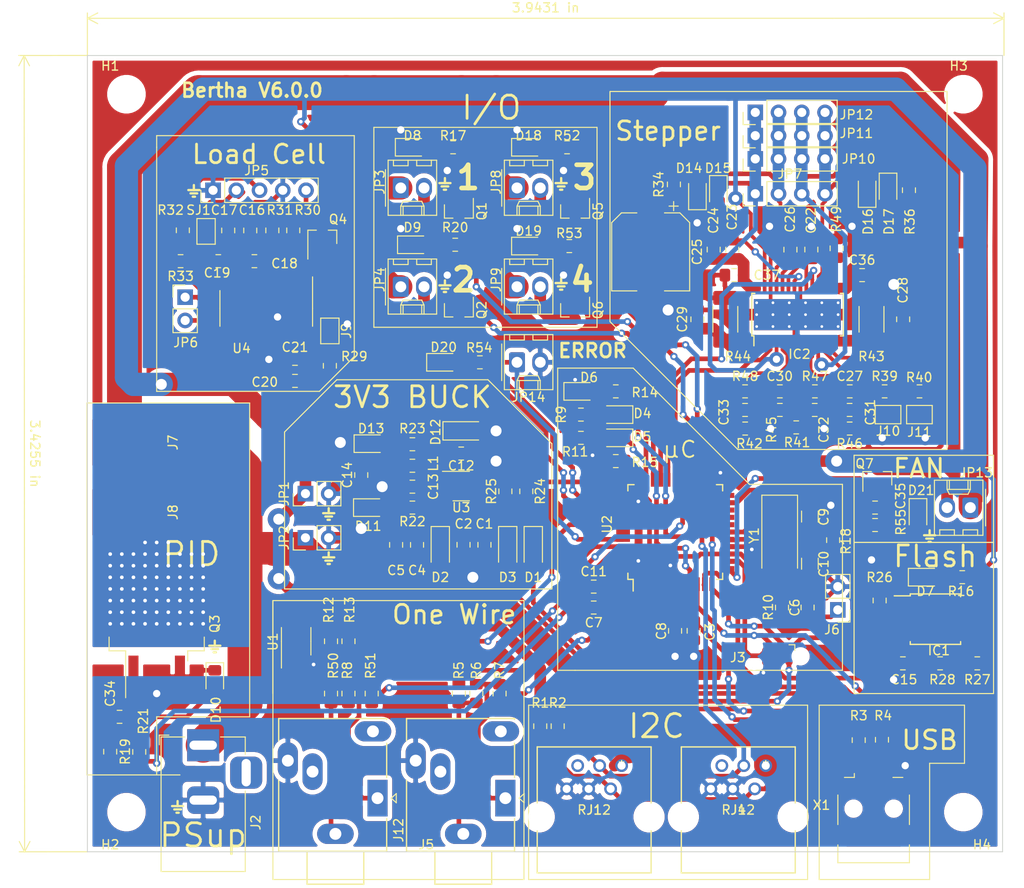
<source format=kicad_pcb>
(kicad_pcb (version 20171130) (host pcbnew 5.1.6-c6e7f7d~87~ubuntu20.04.1)
  (layers (0 F.Cu signal) (31 B.Cu signal) (34 B.Paste user) (35 F.Paste user) (36 B.SilkS user) (37 F.SilkS user) (38 B.Mask user) (39 F.Mask user) (44 Edge.Cuts user))
  (net 0 "")
  (net 1 GND)
  (net 2 AREF)
  (net 3 RESET)
  (net 4 3.3V)
  (net 5 VUSB)
  (net 6 VDD)
  (net 7 12V)
  (net 8 "/Load cell 24bits ADC/LGND")
  (net 9 RXLED)
  (net 10 TXLED)
  (net 11 /Stepper/AOUT1)
  (net 12 /Stepper/BOUT1)
  (net 13 MISO)
  (net 14 MOSI)
  (net 15 D8)
  (net 16 /Stepper/BOUT2)
  (net 17 D9)
  (net 18 /Stepper/AOUT2)
  (net 19 SCL)
  (net 20 SDA)
  (net 21 SCK)
  (net 22 D6)
  (net 23 D10)
  (net 24 D5)
  (net 25 D13)
  (net 26 USB_P)
  (net 27 USB_N)
  (net 28 /RX)
  (net 29 TX)
  (net 30 D7)
  (net 31 A0)
  (net 32 /A3)
  (net 33 A2)
  (net 34 A1)
  (net 35 "Net-(C8-Pad1)")
  (net 36 "Net-(C9-Pad1)")
  (net 37 "Net-(C10-Pad1)")
  (net 38 "Net-(C12-Pad2)")
  (net 39 "Net-(C12-Pad1)")
  (net 40 "Net-(C16-Pad1)")
  (net 41 "Net-(C18-Pad2)")
  (net 42 "Net-(C19-Pad1)")
  (net 43 "Net-(C19-Pad2)")
  (net 44 "Net-(C22-Pad2)")
  (net 45 "Net-(C23-Pad2)")
  (net 46 "Net-(C26-Pad2)")
  (net 47 "Net-(C26-Pad1)")
  (net 48 "Net-(C28-Pad1)")
  (net 49 "Net-(C29-Pad1)")
  (net 50 "Net-(C30-Pad1)")
  (net 51 "Net-(C31-Pad1)")
  (net 52 "Net-(C32-Pad1)")
  (net 53 "Net-(C33-Pad1)")
  (net 54 "Net-(D1-Pad2)")
  (net 55 "Net-(D4-Pad2)")
  (net 56 "Net-(D5-Pad2)")
  (net 57 "Net-(D6-Pad2)")
  (net 58 "Net-(D7-Pad2)")
  (net 59 "Net-(D8-Pad2)")
  (net 60 "Net-(D9-Pad2)")
  (net 61 "Net-(D11-Pad2)")
  (net 62 "Net-(D14-Pad1)")
  (net 63 "Net-(IC1-Pad1)")
  (net 64 "Net-(IC1-Pad6)")
  (net 65 "Net-(IC2-Pad2)")
  (net 66 "Net-(IC2-Pad12)")
  (net 67 "Net-(IC2-Pad13)")
  (net 68 "Net-(IC2-Pad16)")
  (net 69 "Net-(IC2-Pad17)")
  (net 70 "Net-(J1-Pad5)")
  (net 71 "Net-(J4-Pad5)")
  (net 72 "Net-(J5-PadT)")
  (net 73 "Net-(J5-PadTN)")
  (net 74 "Net-(J5-PadRN)")
  (net 75 "Net-(J8-Pad1)")
  (net 76 "Net-(J9-Pad2)")
  (net 77 "Net-(JP3-Pad2)")
  (net 78 "Net-(JP4-Pad2)")
  (net 79 "Net-(JP5-Pad2)")
  (net 80 "Net-(JP5-Pad3)")
  (net 81 "Net-(JP6-Pad1)")
  (net 82 "Net-(JP6-Pad2)")
  (net 83 "Net-(Q4-Pad1)")
  (net 84 "Net-(U1-Pad2)")
  (net 85 "Net-(U1-Pad3)")
  (net 86 "Net-(U1-Pad5)")
  (net 87 "Net-(U1-Pad6)")
  (net 88 "Net-(U1-Pad7)")
  (net 89 "Net-(U3-Pad3)")
  (net 90 "Net-(U4-Pad13)")
  (net 91 "Net-(X1-Pad4)")
  (net 92 "Net-(R3-Pad2)")
  (net 93 "Net-(R4-Pad2)")
  (net 94 "Net-(R12-Pad2)")
  (net 95 "Net-(R15-Pad2)")
  (net 96 "Net-(R24-Pad2)")
  (net 97 "Net-(R30-Pad2)")
  (net 98 "Net-(D10-Pad2)")
  (net 99 "Net-(D13-Pad2)")
  (net 100 "Net-(D16-Pad1)")
  (net 101 "Net-(D18-Pad2)")
  (net 102 "Net-(D19-Pad2)")
  (net 103 "Net-(J12-PadRN)")
  (net 104 "Net-(J12-PadTN)")
  (net 105 "Net-(J12-PadT)")
  (net 106 "Net-(JP8-Pad2)")
  (net 107 "Net-(JP9-Pad2)")
  (net 108 A6)
  (net 109 D12)
  (net 110 A5)
  (net 111 "Net-(JP13-Pad2)")
  (net 112 D11)
  (net 113 "Net-(J5-PadS)")
  (net 114 "Net-(J12-PadS)")
  (net 115 "Net-(C34-Pad1)")
  (net 116 "Net-(D20-Pad2)")
  (net 117 "Net-(D21-Pad2)")
  (net 118 A4)
  (module Package_TO_SOT_SMD:SOT-23 (layer F.Cu) (at 129.54 87.63 270)
    (fp_text reference Q2 (at 0 -2.5 90) (layer F.SilkS))
    (fp_text value ZXMS6004)
    (pad 3 smd rect (at 1 0 270) (size 0.9 0.8) (layers F.Cu F.Paste F.Mask) (net 78 "Net-(JP4-Pad2)"))
    (pad 2 smd rect (at -1 0.95 270) (size 0.9 0.8) (layers F.Cu F.Paste F.Mask) (net 1 GND))
    (pad 1 smd rect (at -1 -0.95 270) (size 0.9 0.8) (layers F.Cu F.Paste F.Mask) (net 24 D5))
  )
  (module Connector_Molex:Molex_KK-254_AE-6410-02A_1x02_P2.54mm_Vertical (layer F.Cu) (at 185.42 109.22 180)
    (fp_text reference JP13 (at -0.635 3.81) (layer F.SilkS))
    (fp_text value IO4)
    (pad 2 thru_hole oval (at 2.54 0 180) (size 1.74 2.2) (drill 1.2) (layers *.Cu *.Mask) (net 111 "Net-(JP13-Pad2)"))
    (pad 1 thru_hole roundrect (at 0 0 180) (size 1.74 2.2) (drill 1.2) (layers *.Cu *.Mask) (roundrect_rratio 0.143678) (net 7 12V))
  )
  (module Connector_Molex:Molex_KK-254_AE-6410-02A_1x02_P2.54mm_Vertical (layer F.Cu) (at 135.89 85.09)
    (fp_text reference JP9 (at -2.286 -0.762 90) (layer F.SilkS))
    (fp_text value IO4)
    (pad 2 thru_hole oval (at 2.54 0) (size 1.74 2.2) (drill 1.2) (layers *.Cu *.Mask) (net 107 "Net-(JP9-Pad2)"))
    (pad 1 thru_hole roundrect (at 0 0) (size 1.74 2.2) (drill 1.2) (layers *.Cu *.Mask) (roundrect_rratio 0.143678) (net 7 12V))
  )
  (module Connector_Molex:Molex_KK-254_AE-6410-02A_1x02_P2.54mm_Vertical (layer F.Cu) (at 135.89 74.295)
    (fp_text reference JP8 (at -2.286 -0.635 90) (layer F.SilkS))
    (fp_text value IO3)
    (pad 2 thru_hole oval (at 2.54 0) (size 1.74 2.2) (drill 1.2) (layers *.Cu *.Mask) (net 106 "Net-(JP8-Pad2)"))
    (pad 1 thru_hole roundrect (at 0 0) (size 1.74 2.2) (drill 1.2) (layers *.Cu *.Mask) (roundrect_rratio 0.143678) (net 7 12V))
  )
  (module Connector_Molex:Molex_KK-254_AE-6410-02A_1x02_P2.54mm_Vertical (layer F.Cu) (at 123.19 85.09)
    (fp_text reference JP4 (at -2.286 -0.762 90) (layer F.SilkS))
    (fp_text value IO2)
    (pad 2 thru_hole oval (at 2.54 0) (size 1.74 2.2) (drill 1.2) (layers *.Cu *.Mask) (net 78 "Net-(JP4-Pad2)"))
    (pad 1 thru_hole roundrect (at 0 0) (size 1.74 2.2) (drill 1.2) (layers *.Cu *.Mask) (roundrect_rratio 0.143678) (net 7 12V))
  )
  (module Connector_Molex:Molex_KK-254_AE-6410-02A_1x02_P2.54mm_Vertical (layer F.Cu) (at 123.19 74.295)
    (fp_text reference JP3 (at -2.286 -0.635 90) (layer F.SilkS))
    (fp_text value IO1)
    (pad 2 thru_hole oval (at 2.54 0) (size 1.74 2.2) (drill 1.2) (layers *.Cu *.Mask) (net 77 "Net-(JP3-Pad2)"))
    (pad 1 thru_hole roundrect (at 0 0) (size 1.74 2.2) (drill 1.2) (layers *.Cu *.Mask) (roundrect_rratio 0.143678) (net 7 12V))
  )
  (module Package_TO_SOT_SMD:SOT-23 (layer F.Cu) (at 175.26 106.045 90)
    (fp_text reference Q7 (at 1.620815 -1.398176 180) (layer F.SilkS))
    (fp_text value ZXMS6004)
    (pad 3 smd rect (at 1 0 90) (size 0.9 0.8) (layers F.Cu F.Paste F.Mask) (net 111 "Net-(JP13-Pad2)"))
    (pad 2 smd rect (at -1 0.95 90) (size 0.9 0.8) (layers F.Cu F.Paste F.Mask) (net 1 GND))
    (pad 1 smd rect (at -1 -0.95 90) (size 0.9 0.8) (layers F.Cu F.Paste F.Mask) (net 112 D11))
  )
  (module Connector_PinHeader_2.54mm:PinHeader_1x04_P2.54mm_Vertical (layer F.Cu) (at 161.925 66.04 90)
    (fp_text reference JP12 (at -0.254 11.049 180) (layer F.SilkS))
    (fp_text value JP4E)
    (pad 4 thru_hole oval (at 0 7.62 90) (size 1.7 1.7) (drill 1) (layers *.Cu *.Mask) (net 16 /Stepper/BOUT2))
    (pad 3 thru_hole oval (at 0 5.08 90) (size 1.7 1.7) (drill 1) (layers *.Cu *.Mask) (net 12 /Stepper/BOUT1))
    (pad 2 thru_hole oval (at 0 2.54 90) (size 1.7 1.7) (drill 1) (layers *.Cu *.Mask) (net 18 /Stepper/AOUT2))
    (pad 1 thru_hole rect (at 0 0 90) (size 1.7 1.7) (drill 1) (layers *.Cu *.Mask) (net 11 /Stepper/AOUT1))
  )
  (module Connector_PinHeader_2.54mm:PinHeader_1x04_P2.54mm_Vertical (layer F.Cu) (at 161.925 68.58 90)
    (fp_text reference JP11 (at 0.254 11.049 180) (layer F.SilkS))
    (fp_text value JP4E)
    (pad 4 thru_hole oval (at 0 7.62 90) (size 1.7 1.7) (drill 1) (layers *.Cu *.Mask) (net 16 /Stepper/BOUT2))
    (pad 3 thru_hole oval (at 0 5.08 90) (size 1.7 1.7) (drill 1) (layers *.Cu *.Mask) (net 12 /Stepper/BOUT1))
    (pad 2 thru_hole oval (at 0 2.54 90) (size 1.7 1.7) (drill 1) (layers *.Cu *.Mask) (net 18 /Stepper/AOUT2))
    (pad 1 thru_hole rect (at 0 0 90) (size 1.7 1.7) (drill 1) (layers *.Cu *.Mask) (net 11 /Stepper/AOUT1))
  )
  (module Connector_PinHeader_2.54mm:PinHeader_1x04_P2.54mm_Vertical (layer F.Cu) (at 161.925 71.12 90)
    (fp_text reference JP10 (at 0 11.303 180) (layer F.SilkS))
    (fp_text value JP4E)
    (pad 4 thru_hole oval (at 0 7.62 90) (size 1.7 1.7) (drill 1) (layers *.Cu *.Mask) (net 16 /Stepper/BOUT2))
    (pad 3 thru_hole oval (at 0 5.08 90) (size 1.7 1.7) (drill 1) (layers *.Cu *.Mask) (net 12 /Stepper/BOUT1))
    (pad 2 thru_hole oval (at 0 2.54 90) (size 1.7 1.7) (drill 1) (layers *.Cu *.Mask) (net 18 /Stepper/AOUT2))
    (pad 1 thru_hole rect (at 0 0 90) (size 1.7 1.7) (drill 1) (layers *.Cu *.Mask) (net 11 /Stepper/AOUT1))
  )
  (module Resistor_SMD:R_0805_2012Metric_Pad1.15x1.40mm_HandSolder (layer F.Cu) (at 141.605 80.645 180)
    (fp_text reference R53 (at 0 1.397) (layer F.SilkS))
    (fp_text value 10k)
    (pad 2 smd roundrect (at 1.025 0 180) (size 1.15 1.4) (layers F.Cu F.Paste F.Mask) (roundrect_rratio 0.217391) (net 102 "Net-(D19-Pad2)"))
    (pad 1 smd roundrect (at -1.025 0 180) (size 1.15 1.4) (layers F.Cu F.Paste F.Mask) (roundrect_rratio 0.217391) (net 109 D12))
  )
  (module Resistor_SMD:R_0805_2012Metric_Pad1.15x1.40mm_HandSolder (layer F.Cu) (at 141.36 69.85 180)
    (fp_text reference R52 (at 0 1.27) (layer F.SilkS))
    (fp_text value 10k)
    (pad 2 smd roundrect (at 1.025 0 180) (size 1.15 1.4) (layers F.Cu F.Paste F.Mask) (roundrect_rratio 0.217391) (net 101 "Net-(D18-Pad2)"))
    (pad 1 smd roundrect (at -1.025 0 180) (size 1.15 1.4) (layers F.Cu F.Paste F.Mask) (roundrect_rratio 0.217391) (net 108 A6))
  )
  (module Resistor_SMD:R_0805_2012Metric_Pad1.15x1.40mm_HandSolder (layer F.Cu) (at 120.015 129.54 270)
    (fp_text reference R51 (at -3.048 0.127 90) (layer F.SilkS))
    (fp_text value 1k)
    (pad 2 smd roundrect (at 1.025 0 270) (size 1.15 1.4) (layers F.Cu F.Paste F.Mask) (roundrect_rratio 0.217391) (net 110 A5))
    (pad 1 smd roundrect (at -1.025 0 270) (size 1.15 1.4) (layers F.Cu F.Paste F.Mask) (roundrect_rratio 0.217391) (net 105 "Net-(J12-PadT)"))
  )
  (module Resistor_SMD:R_0805_2012Metric_Pad1.15x1.40mm_HandSolder (layer F.Cu) (at 117.475 129.54 90)
    (fp_text reference R50 (at 3.048 -1.651 90) (layer F.SilkS))
    (fp_text value 4.7k)
    (pad 2 smd roundrect (at 1.025 0 90) (size 1.15 1.4) (layers F.Cu F.Paste F.Mask) (roundrect_rratio 0.217391) (net 105 "Net-(J12-PadT)"))
    (pad 1 smd roundrect (at -1.025 0 90) (size 1.15 1.4) (layers F.Cu F.Paste F.Mask) (roundrect_rratio 0.217391) (net 114 "Net-(J12-PadS)"))
  )
  (module Resistor_SMD:R_0805_2012Metric_Pad1.15x1.40mm_HandSolder (layer F.Cu) (at 115.57 129.54 270)
    (fp_text reference R8 (at -2.54 -1.778 90) (layer F.SilkS))
    (fp_text value 100)
    (pad 2 smd roundrect (at 1.025 0 270) (size 1.15 1.4) (layers F.Cu F.Paste F.Mask) (roundrect_rratio 0.217391) (net 114 "Net-(J12-PadS)"))
    (pad 1 smd roundrect (at -1.025 0 270) (size 1.15 1.4) (layers F.Cu F.Paste F.Mask) (roundrect_rratio 0.217391) (net 4 3.3V))
  )
  (module Package_TO_SOT_SMD:SOT-23 (layer F.Cu) (at 142.24 87.63 270)
    (fp_text reference Q6 (at 0 -2.5 90) (layer F.SilkS))
    (fp_text value ZXMS6004)
    (pad 3 smd rect (at 1 0 270) (size 0.9 0.8) (layers F.Cu F.Paste F.Mask) (net 107 "Net-(JP9-Pad2)"))
    (pad 2 smd rect (at -1 0.95 270) (size 0.9 0.8) (layers F.Cu F.Paste F.Mask) (net 1 GND))
    (pad 1 smd rect (at -1 -0.95 270) (size 0.9 0.8) (layers F.Cu F.Paste F.Mask) (net 109 D12))
  )
  (module Package_TO_SOT_SMD:SOT-23 (layer F.Cu) (at 142.24 76.835 270)
    (fp_text reference Q5 (at 0 -2.5 90) (layer F.SilkS))
    (fp_text value ZXMS6004)
    (pad 3 smd rect (at 1 0 270) (size 0.9 0.8) (layers F.Cu F.Paste F.Mask) (net 106 "Net-(JP8-Pad2)"))
    (pad 2 smd rect (at -1 0.95 270) (size 0.9 0.8) (layers F.Cu F.Paste F.Mask) (net 1 GND))
    (pad 1 smd rect (at -1 -0.95 270) (size 0.9 0.8) (layers F.Cu F.Paste F.Mask) (net 108 A6))
  )
  (module Package_TO_SOT_SMD:SOT-23 (layer F.Cu) (at 129.54 76.835 270)
    (fp_text reference Q1 (at 0 -2.5 90) (layer F.SilkS))
    (fp_text value ZXMS6004)
    (pad 3 smd rect (at 1 0 270) (size 0.9 0.8) (layers F.Cu F.Paste F.Mask) (net 77 "Net-(JP3-Pad2)"))
    (pad 2 smd rect (at -1 0.95 270) (size 0.9 0.8) (layers F.Cu F.Paste F.Mask) (net 1 GND))
    (pad 1 smd rect (at -1 -0.95 270) (size 0.9 0.8) (layers F.Cu F.Paste F.Mask) (net 23 D10))
  )
  (module Connector_Audio:Jack_3.5mm_Ledino_KB3SPRS_Horizontal (layer F.Cu) (at 120.65 140.97 90)
    (fp_text reference J12 (at -3.5 2.3 90) (layer F.SilkS))
    (fp_text value AudioJack3_SwitchTR)
    (pad S thru_hole oval (at -3.9 -4.6 90) (size 2.2 4) (drill 1.3) (layers *.Cu *.Mask) (net 114 "Net-(J12-PadS)"))
    (pad R thru_hole oval (at 4.1 -9.8 90) (size 4 2.2) (drill 1.3) (layers *.Cu *.Mask) (net 1 GND))
    (pad RN thru_hole oval (at 2.9 -7.1 90) (size 4 2.2) (drill 1.3) (layers *.Cu *.Mask) (net 103 "Net-(J12-PadRN)"))
    (pad TN thru_hole oval (at 7.3 -0.5 180) (size 4 2.2) (drill 1.3) (layers *.Cu *.Mask) (net 104 "Net-(J12-PadTN)"))
    (pad T thru_hole rect (at 0 0 90) (size 4 2.2) (drill 1.3) (layers *.Cu *.Mask) (net 105 "Net-(J12-PadT)"))
  )
  (module LED_SMD:LED_0805_2012Metric_Pad1.15x1.40mm_HandSolder (layer F.Cu) (at 137.16 80.645)
    (fp_text reference D19 (at 0 -1.65) (layer F.SilkS))
    (fp_text value BLUE)
    (pad 2 smd roundrect (at 1.025 0) (size 1.15 1.4) (layers F.Cu F.Paste F.Mask) (roundrect_rratio 0.217391) (net 102 "Net-(D19-Pad2)"))
    (pad 1 smd roundrect (at -1.025 0) (size 1.15 1.4) (layers F.Cu F.Paste F.Mask) (roundrect_rratio 0.217391) (net 1 GND))
  )
  (module LED_SMD:LED_0805_2012Metric_Pad1.15x1.40mm_HandSolder (layer F.Cu) (at 137.16 69.85)
    (fp_text reference D18 (at 0 -1.27) (layer F.SilkS))
    (fp_text value BLUE)
    (pad 2 smd roundrect (at 1.025 0) (size 1.15 1.4) (layers F.Cu F.Paste F.Mask) (roundrect_rratio 0.217391) (net 101 "Net-(D18-Pad2)"))
    (pad 1 smd roundrect (at -1.025 0) (size 1.15 1.4) (layers F.Cu F.Paste F.Mask) (roundrect_rratio 0.217391) (net 1 GND))
  )
  (module Resistor_SMD:R_0805_2012Metric_Pad1.15x1.40mm_HandSolder (layer F.Cu) (at 91.44 135.89 270)
    (fp_text reference R19 (at -0.005129 -1.645618 90) (layer F.SilkS))
    (fp_text value 100)
    (pad 2 smd roundrect (at 1.025 0 270) (size 1.15 1.4) (layers F.Cu F.Paste F.Mask) (roundrect_rratio 0.217391) (net 22 D6))
    (pad 1 smd roundrect (at -1.025 0 270) (size 1.15 1.4) (layers F.Cu F.Paste F.Mask) (roundrect_rratio 0.217391) (net 115 "Net-(C34-Pad1)"))
  )
  (module Resistor_SMD:R_0805_2012Metric_Pad1.15x1.40mm_HandSolder (layer F.Cu) (at 109.1565 78.9305 90)
    (fp_text reference R31 (at 2.2225 0.8255) (layer F.SilkS))
    (fp_text value 8.2k)
    (pad 2 smd roundrect (at 1.025 0 90) (size 1.15 1.4) (layers F.Cu F.Paste F.Mask) (roundrect_rratio 0.217391) (net 8 "/Load cell 24bits ADC/LGND"))
    (pad 1 smd roundrect (at -1.025 0 90) (size 1.15 1.4) (layers F.Cu F.Paste F.Mask) (roundrect_rratio 0.217391) (net 97 "Net-(R30-Pad2)"))
  )
  (module Capacitor_SMD:CP_Elec_8x10 (layer F.Cu) (at 150.495 81.28 270)
    (fp_text reference C25 (at 0 -5.08 270) (layer F.SilkS))
    (fp_text value "100uF 50V")
    (pad 2 smd roundrect (at 3.25 0 270) (size 3.5 2.5) (layers F.Cu F.Paste F.Mask) (roundrect_rratio 0.1) (net 1 GND))
    (pad 1 smd roundrect (at -3.25 0 270) (size 3.5 2.5) (layers F.Cu F.Paste F.Mask) (roundrect_rratio 0.1) (net 7 12V))
  )
  (module Resistor_SMD:R_0805_2012Metric_Pad1.15x1.40mm_HandSolder (layer F.Cu) (at 170.434 112.776 270)
    (fp_text reference R18 (at 0.127 -1.397 90) (layer F.SilkS))
    (fp_text value 1M)
    (pad 2 smd roundrect (at 1.025 0 270) (size 1.15 1.4) (layers F.Cu F.Paste F.Mask) (roundrect_rratio 0.217391) (net 37 "Net-(C10-Pad1)"))
    (pad 1 smd roundrect (at -1.025 0 270) (size 1.15 1.4) (layers F.Cu F.Paste F.Mask) (roundrect_rratio 0.217391) (net 36 "Net-(C9-Pad1)"))
  )
  (module Crystal:Crystal_SMD_0603-2Pin_6.0x3.5mm_HandSoldering (layer F.Cu) (at 164.592 112.6405 270)
    (fp_text reference Y1 (at -0.3725 2.794 90) (layer F.SilkS))
    (fp_text value Crystal)
    (pad 2 smd rect (at 2.9125 0 270) (size 3.325 2.5) (layers F.Cu F.Paste F.Mask) (net 37 "Net-(C10-Pad1)"))
    (pad 1 smd rect (at -2.9125 0 270) (size 3.325 2.5) (layers F.Cu F.Paste F.Mask) (net 36 "Net-(C9-Pad1)"))
  )
  (module Connector_USB:USB_Mini-B_Lumberg_2486_01_Horizontal (layer F.Cu) (at 174.858 142.114)
    (fp_text reference X1 (at -5.694 -0.382) (layer F.SilkS))
    (fp_text value MINI-USB-SCHIELD-32005-201)
    (pad "" np_thru_hole circle (at 2.2 0) (size 1 1) (drill 1) (layers *.Cu *.Mask))
    (pad "" np_thru_hole circle (at -2.2 0) (size 1 1) (drill 1) (layers *.Cu *.Mask))
    (pad 6 smd rect (at 4.45 2.85) (size 2 1.7) (layers F.Cu F.Paste F.Mask))
    (pad 6 smd rect (at 4.45 -2.6) (size 2 1.7) (layers F.Cu F.Paste F.Mask))
    (pad 6 smd rect (at -4.45 2.85) (size 2 1.7) (layers F.Cu F.Paste F.Mask))
    (pad 6 smd rect (at -4.45 -2.6) (size 2 1.7) (layers F.Cu F.Paste F.Mask))
    (pad 5 smd rect (at 1.6 -2.7) (size 0.5 2) (layers F.Cu F.Paste F.Mask) (net 1 GND))
    (pad 4 smd rect (at 0.8 -2.7) (size 0.5 2) (layers F.Cu F.Paste F.Mask) (net 91 "Net-(X1-Pad4)"))
    (pad 3 smd rect (at 0 -2.7) (size 0.5 2) (layers F.Cu F.Paste F.Mask) (net 93 "Net-(R4-Pad2)"))
    (pad 2 smd rect (at -0.8 -2.7) (size 0.5 2) (layers F.Cu F.Paste F.Mask) (net 92 "Net-(R3-Pad2)"))
    (pad 1 smd rect (at -1.6 -2.7) (size 0.5 2) (layers F.Cu F.Paste F.Mask) (net 5 VUSB))
  )
  (module LED_SMD:LED_0805_2012Metric_Pad1.15x1.40mm_HandSolder (layer F.Cu) (at 180.514 116.824)
    (fp_text reference D7 (at 0 1.54) (layer F.SilkS))
    (fp_text value YELLOW)
    (pad 2 smd roundrect (at 1.025 0) (size 1.15 1.4) (layers F.Cu F.Paste F.Mask) (roundrect_rratio 0.217391) (net 58 "Net-(D7-Pad2)"))
    (pad 1 smd roundrect (at -1.025 0) (size 1.15 1.4) (layers F.Cu F.Paste F.Mask) (roundrect_rratio 0.217391) (net 29 TX))
  )
  (module Resistor_SMD:R_0805_2012Metric_Pad1.15x1.40mm_HandSolder (layer F.Cu) (at 184.539 116.824 180)
    (fp_text reference R16 (at 0.135 -1.54) (layer F.SilkS))
    (fp_text value 1k)
    (pad 2 smd roundrect (at 1.025 0 180) (size 1.15 1.4) (layers F.Cu F.Paste F.Mask) (roundrect_rratio 0.217391) (net 58 "Net-(D7-Pad2)"))
    (pad 1 smd roundrect (at -1.025 0 180) (size 1.15 1.4) (layers F.Cu F.Paste F.Mask) (roundrect_rratio 0.217391) (net 4 3.3V))
  )
  (module Capacitor_SMD:C_1206_3216Metric_Pad1.42x1.75mm_HandSolder (layer F.Cu) (at 167.894 110.1995 90)
    (fp_text reference C9 (at -0.0365 1.524 90) (layer F.SilkS))
    (fp_text value 22pF)
    (pad 2 smd roundrect (at 1.4875 0 90) (size 1.425 1.75) (layers F.Cu F.Paste F.Mask) (roundrect_rratio 0.175439) (net 1 GND))
    (pad 1 smd roundrect (at -1.4875 0 90) (size 1.425 1.75) (layers F.Cu F.Paste F.Mask) (roundrect_rratio 0.175439) (net 36 "Net-(C9-Pad1)"))
  )
  (module Capacitor_SMD:C_1206_3216Metric_Pad1.42x1.75mm_HandSolder (layer F.Cu) (at 167.894 115.3525 270)
    (fp_text reference C10 (at 0.0365 -1.524 90) (layer F.SilkS))
    (fp_text value 22pF)
    (pad 1 smd roundrect (at -1.4875 0 270) (size 1.425 1.75) (layers F.Cu F.Paste F.Mask) (roundrect_rratio 0.175439) (net 37 "Net-(C10-Pad1)"))
    (pad 2 smd roundrect (at 1.4875 0 270) (size 1.425 1.75) (layers F.Cu F.Paste F.Mask) (roundrect_rratio 0.175439) (net 1 GND))
  )
  (module Capacitor_SMD:C_0805_2012Metric_Pad1.15x1.40mm_HandSolder (layer F.Cu) (at 144.272 117.856)
    (fp_text reference C11 (at 0 -1.65) (layer F.SilkS))
    (fp_text value 100nF)
    (pad 2 smd roundrect (at 1.025 0) (size 1.15 1.4) (layers F.Cu F.Paste F.Mask) (roundrect_rratio 0.217391) (net 1 GND))
    (pad 1 smd roundrect (at -1.025 0) (size 1.15 1.4) (layers F.Cu F.Paste F.Mask) (roundrect_rratio 0.217391) (net 2 AREF))
  )
  (module Capacitor_SMD:C_0805_2012Metric_Pad1.15x1.40mm_HandSolder (layer F.Cu) (at 167.64 120.133 270)
    (fp_text reference C6 (at 0.009 1.397 270) (layer F.SilkS))
    (fp_text value 100nF)
    (pad 1 smd roundrect (at -1.025 0 270) (size 1.15 1.4) (layers F.Cu F.Paste F.Mask) (roundrect_rratio 0.217391) (net 1 GND))
    (pad 2 smd roundrect (at 1.025 0 270) (size 1.15 1.4) (layers F.Cu F.Paste F.Mask) (roundrect_rratio 0.217391) (net 3 RESET))
  )
  (module Capacitor_SMD:C_0805_2012Metric_Pad1.15x1.40mm_HandSolder (layer F.Cu) (at 144.272 120.142 180)
    (fp_text reference C7 (at 0 -1.65) (layer F.SilkS))
    (fp_text value 100nF)
    (pad 2 smd roundrect (at 1.025 0 180) (size 1.15 1.4) (layers F.Cu F.Paste F.Mask) (roundrect_rratio 0.217391) (net 1 GND))
    (pad 1 smd roundrect (at -1.025 0 180) (size 1.15 1.4) (layers F.Cu F.Paste F.Mask) (roundrect_rratio 0.217391) (net 4 3.3V))
  )
  (module Capacitor_SMD:C_0805_2012Metric_Pad1.15x1.40mm_HandSolder (layer F.Cu) (at 153.162 122.691 270)
    (fp_text reference C8 (at 0.025 1.5 90) (layer F.SilkS))
    (fp_text value 100nF)
    (pad 1 smd roundrect (at -1.025 0 270) (size 1.15 1.4) (layers F.Cu F.Paste F.Mask) (roundrect_rratio 0.217391) (net 35 "Net-(C8-Pad1)"))
    (pad 2 smd roundrect (at 1.025 0 270) (size 1.15 1.4) (layers F.Cu F.Paste F.Mask) (roundrect_rratio 0.217391) (net 1 GND))
  )
  (module Capacitor_SMD:C_0805_2012Metric_Pad1.15x1.40mm_HandSolder (layer F.Cu) (at 155.194 122.682 90)
    (fp_text reference C3 (at -0.127 1.778 -90) (layer F.SilkS))
    (fp_text value 10uF)
    (pad 1 smd roundrect (at -1.025 0 90) (size 1.15 1.4) (layers F.Cu F.Paste F.Mask) (roundrect_rratio 0.217391) (net 1 GND))
    (pad 2 smd roundrect (at 1.025 0 90) (size 1.15 1.4) (layers F.Cu F.Paste F.Mask) (roundrect_rratio 0.217391) (net 5 VUSB))
  )
  (module Capacitor_SMD:C_0805_2012Metric_Pad1.15x1.40mm_HandSolder (layer F.Cu) (at 132.334 113.284 270)
    (fp_text reference C1 (at -2.286 0 180) (layer F.SilkS))
    (fp_text value 10uF)
    (pad 2 smd roundrect (at 1.025 0 270) (size 1.15 1.4) (layers F.Cu F.Paste F.Mask) (roundrect_rratio 0.217391) (net 1 GND))
    (pad 1 smd roundrect (at -1.025 0 270) (size 1.15 1.4) (layers F.Cu F.Paste F.Mask) (roundrect_rratio 0.217391) (net 6 VDD))
  )
  (module Capacitor_SMD:C_0805_2012Metric_Pad1.15x1.40mm_HandSolder (layer F.Cu) (at 124.968 113.293 90)
    (fp_text reference C4 (at -2.785 0) (layer F.SilkS))
    (fp_text value 10uF)
    (pad 1 smd roundrect (at -1.025 0 90) (size 1.15 1.4) (layers F.Cu F.Paste F.Mask) (roundrect_rratio 0.217391) (net 7 12V))
    (pad 2 smd roundrect (at 1.025 0 90) (size 1.15 1.4) (layers F.Cu F.Paste F.Mask) (roundrect_rratio 0.217391) (net 1 GND))
  )
  (module Capacitor_SMD:C_0805_2012Metric_Pad1.15x1.40mm_HandSolder (layer F.Cu) (at 130.048 113.284 270)
    (fp_text reference C2 (at -2.286 0 180) (layer F.SilkS))
    (fp_text value 100nF)
    (pad 1 smd roundrect (at -1.025 0 270) (size 1.15 1.4) (layers F.Cu F.Paste F.Mask) (roundrect_rratio 0.217391) (net 6 VDD))
    (pad 2 smd roundrect (at 1.025 0 270) (size 1.15 1.4) (layers F.Cu F.Paste F.Mask) (roundrect_rratio 0.217391) (net 1 GND))
  )
  (module Capacitor_SMD:C_0805_2012Metric_Pad1.15x1.40mm_HandSolder (layer F.Cu) (at 122.682 113.293 90)
    (fp_text reference C5 (at -2.785 0) (layer F.SilkS))
    (fp_text value 100nF)
    (pad 1 smd roundrect (at -1.025 0 90) (size 1.15 1.4) (layers F.Cu F.Paste F.Mask) (roundrect_rratio 0.217391) (net 7 12V))
    (pad 2 smd roundrect (at 1.025 0 90) (size 1.15 1.4) (layers F.Cu F.Paste F.Mask) (roundrect_rratio 0.217391) (net 1 GND))
  )
  (module Capacitor_SMD:C_0805_2012Metric_Pad1.15x1.40mm_HandSolder (layer F.Cu) (at 124.46 106.934 180)
    (fp_text reference C13 (at -2.286 0 90) (layer F.SilkS))
    (fp_text value 10µF)
    (pad 1 smd roundrect (at -1.025 0 180) (size 1.15 1.4) (layers F.Cu F.Paste F.Mask) (roundrect_rratio 0.217391) (net 6 VDD))
    (pad 2 smd roundrect (at 1.025 0 180) (size 1.15 1.4) (layers F.Cu F.Paste F.Mask) (roundrect_rratio 0.217391) (net 1 GND))
  )
  (module Capacitor_SMD:C_0805_2012Metric_Pad1.15x1.40mm_HandSolder (layer F.Cu) (at 129.794 103.3145 180)
    (fp_text reference C12 (at 0 -1.3335) (layer F.SilkS))
    (fp_text value 22nF)
    (pad 2 smd roundrect (at 1.025 0 180) (size 1.15 1.4) (layers F.Cu F.Paste F.Mask) (roundrect_rratio 0.217391) (net 38 "Net-(C12-Pad2)"))
    (pad 1 smd roundrect (at -1.025 0 180) (size 1.15 1.4) (layers F.Cu F.Paste F.Mask) (roundrect_rratio 0.217391) (net 39 "Net-(C12-Pad1)"))
  )
  (module Capacitor_SMD:C_0805_2012Metric_Pad1.15x1.40mm_HandSolder (layer F.Cu) (at 118.872 105.664 270)
    (fp_text reference C14 (at 0 1.524 90) (layer F.SilkS))
    (fp_text value 22µF)
    (pad 2 smd roundrect (at 1.025 0 270) (size 1.15 1.4) (layers F.Cu F.Paste F.Mask) (roundrect_rratio 0.217391) (net 1 GND))
    (pad 1 smd roundrect (at -1.025 0 270) (size 1.15 1.4) (layers F.Cu F.Paste F.Mask) (roundrect_rratio 0.217391) (net 4 3.3V))
  )
  (module Capacitor_SMD:C_0805_2012Metric_Pad1.15x1.40mm_HandSolder (layer F.Cu) (at 178.054 126.238 180)
    (fp_text reference C15 (at -0.127 -1.778 180) (layer F.SilkS))
    (fp_text value 100nF)
    (pad 1 smd roundrect (at -1.025 0 180) (size 1.15 1.4) (layers F.Cu F.Paste F.Mask) (roundrect_rratio 0.217391) (net 4 3.3V))
    (pad 2 smd roundrect (at 1.025 0 180) (size 1.15 1.4) (layers F.Cu F.Paste F.Mask) (roundrect_rratio 0.217391) (net 1 GND))
  )
  (module Capacitor_SMD:C_0805_2012Metric_Pad1.15x1.40mm_HandSolder (layer F.Cu) (at 164.612 96.52 180)
    (fp_text reference C30 (at 0.02 1.651 180) (layer F.SilkS))
    (fp_text value 1nF)
    (pad 1 smd roundrect (at -1.025 0 180) (size 1.15 1.4) (layers F.Cu F.Paste F.Mask) (roundrect_rratio 0.217391) (net 50 "Net-(C30-Pad1)"))
    (pad 2 smd roundrect (at 1.025 0 180) (size 1.15 1.4) (layers F.Cu F.Paste F.Mask) (roundrect_rratio 0.217391) (net 1 GND))
  )
  (module Capacitor_SMD:C_0805_2012Metric_Pad1.15x1.40mm_HandSolder (layer F.Cu) (at 172.232 98.552 180)
    (fp_text reference C31 (at -2.266 -0.254 270) (layer F.SilkS))
    (fp_text value 1nF)
    (pad 2 smd roundrect (at 1.025 0 180) (size 1.15 1.4) (layers F.Cu F.Paste F.Mask) (roundrect_rratio 0.217391) (net 1 GND))
    (pad 1 smd roundrect (at -1.025 0 180) (size 1.15 1.4) (layers F.Cu F.Paste F.Mask) (roundrect_rratio 0.217391) (net 51 "Net-(C31-Pad1)"))
  )
  (module Capacitor_SMD:C_0805_2012Metric_Pad1.15x1.40mm_HandSolder (layer F.Cu) (at 168.422 98.552)
    (fp_text reference C32 (at 0.996 2.159 90) (layer F.SilkS))
    (fp_text value 100nF)
    (pad 1 smd roundrect (at -1.025 0) (size 1.15 1.4) (layers F.Cu F.Paste F.Mask) (roundrect_rratio 0.217391) (net 52 "Net-(C32-Pad1)"))
    (pad 2 smd roundrect (at 1.025 0) (size 1.15 1.4) (layers F.Cu F.Paste F.Mask) (roundrect_rratio 0.217391) (net 1 GND))
  )
  (module Capacitor_SMD:C_0805_2012Metric_Pad1.15x1.40mm_HandSolder (layer F.Cu) (at 160.811 98.552)
    (fp_text reference C33 (at -2.315 0.254 90) (layer F.SilkS))
    (fp_text value 100nF)
    (pad 2 smd roundrect (at 1.025 0) (size 1.15 1.4) (layers F.Cu F.Paste F.Mask) (roundrect_rratio 0.217391) (net 1 GND))
    (pad 1 smd roundrect (at -1.025 0) (size 1.15 1.4) (layers F.Cu F.Paste F.Mask) (roundrect_rratio 0.217391) (net 53 "Net-(C33-Pad1)"))
  )
  (module Capacitor_SMD:C_0805_2012Metric_Pad1.15x1.40mm_HandSolder (layer F.Cu) (at 168.05 81.026 270)
    (fp_text reference C22 (at -3.175 0.029 270) (layer F.SilkS))
    (fp_text value 220nF)
    (pad 1 smd roundrect (at -1.025 0 270) (size 1.15 1.4) (layers F.Cu F.Paste F.Mask) (roundrect_rratio 0.217391) (net 1 GND))
    (pad 2 smd roundrect (at 1.025 0 270) (size 1.15 1.4) (layers F.Cu F.Paste F.Mask) (roundrect_rratio 0.217391) (net 44 "Net-(C22-Pad2)"))
  )
  (module Capacitor_SMD:C_0805_2012Metric_Pad1.15x1.40mm_HandSolder (layer F.Cu) (at 159.414 81.026 90)
    (fp_text reference C23 (at 3.556 -0.029 270) (layer F.SilkS))
    (fp_text value 220nF)
    (pad 1 smd roundrect (at -1.025 0 90) (size 1.15 1.4) (layers F.Cu F.Paste F.Mask) (roundrect_rratio 0.217391) (net 7 12V))
    (pad 2 smd roundrect (at 1.025 0 90) (size 1.15 1.4) (layers F.Cu F.Paste F.Mask) (roundrect_rratio 0.217391) (net 45 "Net-(C23-Pad2)"))
  )
  (module Capacitor_SMD:C_0805_2012Metric_Pad1.15x1.40mm_HandSolder (layer F.Cu) (at 165.764 81.035 270)
    (fp_text reference C26 (at -3.311 0.029 270) (layer F.SilkS))
    (fp_text value 220nF)
    (pad 2 smd roundrect (at 1.025 0 270) (size 1.15 1.4) (layers F.Cu F.Paste F.Mask) (roundrect_rratio 0.217391) (net 46 "Net-(C26-Pad2)"))
    (pad 1 smd roundrect (at -1.025 0 270) (size 1.15 1.4) (layers F.Cu F.Paste F.Mask) (roundrect_rratio 0.217391) (net 47 "Net-(C26-Pad1)"))
  )
  (module Capacitor_SMD:C_0805_2012Metric_Pad1.15x1.40mm_HandSolder (layer F.Cu) (at 178.083 88.646 90)
    (fp_text reference C28 (at 3.175 -0.029 90) (layer F.SilkS))
    (fp_text value 100nF)
    (pad 2 smd roundrect (at 1.025 0 90) (size 1.15 1.4) (layers F.Cu F.Paste F.Mask) (roundrect_rratio 0.217391) (net 1 GND))
    (pad 1 smd roundrect (at -1.025 0 90) (size 1.15 1.4) (layers F.Cu F.Paste F.Mask) (roundrect_rratio 0.217391) (net 48 "Net-(C28-Pad1)"))
  )
  (module Capacitor_SMD:C_0805_2012Metric_Pad1.15x1.40mm_HandSolder (layer F.Cu) (at 157.382 81.026 90)
    (fp_text reference C24 (at 3.175 -0.029 90) (layer F.SilkS))
    (fp_text value 100nF)
    (pad 2 smd roundrect (at 1.025 0 90) (size 1.15 1.4) (layers F.Cu F.Paste F.Mask) (roundrect_rratio 0.217391) (net 1 GND))
    (pad 1 smd roundrect (at -1.025 0 90) (size 1.15 1.4) (layers F.Cu F.Paste F.Mask) (roundrect_rratio 0.217391) (net 7 12V))
  )
  (module Capacitor_SMD:C_0805_2012Metric_Pad1.15x1.40mm_HandSolder (layer F.Cu) (at 155.604 88.646 90)
    (fp_text reference C29 (at 0 -1.65 90) (layer F.SilkS))
    (fp_text value 100nF)
    (pad 1 smd roundrect (at -1.025 0 90) (size 1.15 1.4) (layers F.Cu F.Paste F.Mask) (roundrect_rratio 0.217391) (net 49 "Net-(C29-Pad1)"))
    (pad 2 smd roundrect (at 1.025 0 90) (size 1.15 1.4) (layers F.Cu F.Paste F.Mask) (roundrect_rratio 0.217391) (net 1 GND))
  )
  (module Capacitor_SMD:C_0805_2012Metric_Pad1.15x1.40mm_HandSolder (layer F.Cu) (at 172.25 96.52 180)
    (fp_text reference C27 (at 0 1.651 180) (layer F.SilkS))
    (fp_text value 100nF)
    (pad 1 smd roundrect (at -1.025 0 180) (size 1.15 1.4) (layers F.Cu F.Paste F.Mask) (roundrect_rratio 0.217391) (net 4 3.3V))
    (pad 2 smd roundrect (at 1.025 0 180) (size 1.15 1.4) (layers F.Cu F.Paste F.Mask) (roundrect_rratio 0.217391) (net 1 GND))
  )
  (module Capacitor_SMD:C_0805_2012Metric_Pad1.15x1.40mm_HandSolder (layer F.Cu) (at 111.633 95.377 180)
    (fp_text reference C20 (at 3.302 -0.127 180) (layer F.SilkS))
    (fp_text value 100nF)
    (pad 1 smd roundrect (at -1.025 0 180) (size 1.15 1.4) (layers F.Cu F.Paste F.Mask) (roundrect_rratio 0.217391) (net 4 3.3V))
    (pad 2 smd roundrect (at 1.025 0 180) (size 1.15 1.4) (layers F.Cu F.Paste F.Mask) (roundrect_rratio 0.217391) (net 1 GND))
  )
  (module Capacitor_SMD:C_0805_2012Metric_Pad1.15x1.40mm_HandSolder (layer F.Cu) (at 111.633 92.964 180)
    (fp_text reference C21 (at 0 1.27 180) (layer F.SilkS))
    (fp_text value 10uF)
    (pad 2 smd roundrect (at 1.025 0 180) (size 1.15 1.4) (layers F.Cu F.Paste F.Mask) (roundrect_rratio 0.217391) (net 1 GND))
    (pad 1 smd roundrect (at -1.025 0 180) (size 1.15 1.4) (layers F.Cu F.Paste F.Mask) (roundrect_rratio 0.217391) (net 4 3.3V))
  )
  (module Capacitor_SMD:C_0805_2012Metric_Pad1.15x1.40mm_HandSolder (layer F.Cu) (at 106.7435 78.9395 270)
    (fp_text reference C16 (at -2.2315 -0.1905) (layer F.SilkS))
    (fp_text value 100nF)
    (pad 2 smd roundrect (at 1.025 0 270) (size 1.15 1.4) (layers F.Cu F.Paste F.Mask) (roundrect_rratio 0.217391) (net 8 "/Load cell 24bits ADC/LGND"))
    (pad 1 smd roundrect (at -1.025 0 270) (size 1.15 1.4) (layers F.Cu F.Paste F.Mask) (roundrect_rratio 0.217391) (net 40 "Net-(C16-Pad1)"))
  )
  (module Capacitor_SMD:C_0805_2012Metric_Pad1.15x1.40mm_HandSolder (layer F.Cu) (at 104.33558 78.9395 270)
    (fp_text reference C17 (at -2.2315 0.44958 180) (layer F.SilkS))
    (fp_text value 10uF)
    (pad 2 smd roundrect (at 1.025 0 270) (size 1.15 1.4) (layers F.Cu F.Paste F.Mask) (roundrect_rratio 0.217391) (net 8 "/Load cell 24bits ADC/LGND"))
    (pad 1 smd roundrect (at -1.025 0 270) (size 1.15 1.4) (layers F.Cu F.Paste F.Mask) (roundrect_rratio 0.217391) (net 40 "Net-(C16-Pad1)"))
  )
  (module Capacitor_SMD:C_0805_2012Metric_Pad1.15x1.40mm_HandSolder (layer F.Cu) (at 103.251 82.296 180)
    (fp_text reference C19 (at 0.127 -1.27 180) (layer F.SilkS))
    (fp_text value 100nF)
    (pad 1 smd roundrect (at -1.025 0 180) (size 1.15 1.4) (layers F.Cu F.Paste F.Mask) (roundrect_rratio 0.217391) (net 42 "Net-(C19-Pad1)"))
    (pad 2 smd roundrect (at 1.025 0 180) (size 1.15 1.4) (layers F.Cu F.Paste F.Mask) (roundrect_rratio 0.217391) (net 43 "Net-(C19-Pad2)"))
  )
  (module Capacitor_SMD:C_0805_2012Metric_Pad1.15x1.40mm_HandSolder (layer F.Cu) (at 107.197 82.296 180)
    (fp_text reference C18 (at -3.293 -0.254) (layer F.SilkS))
    (fp_text value 100nF)
    (pad 2 smd roundrect (at 1.025 0 180) (size 1.15 1.4) (layers F.Cu F.Paste F.Mask) (roundrect_rratio 0.217391) (net 41 "Net-(C18-Pad2)"))
    (pad 1 smd roundrect (at -1.025 0 180) (size 1.15 1.4) (layers F.Cu F.Paste F.Mask) (roundrect_rratio 0.217391) (net 8 "/Load cell 24bits ADC/LGND"))
  )
  (module Diode_SMD:D_SOD-123 (layer F.Cu) (at 137.668 113.538 270)
    (fp_text reference D1 (at 3.302 0 180) (layer F.SilkS))
    (fp_text value D_Schottky)
    (pad 1 smd rect (at -1.65 0 270) (size 0.9 1.2) (layers F.Cu F.Paste F.Mask) (net 6 VDD))
    (pad 2 smd rect (at 1.65 0 270) (size 0.9 1.2) (layers F.Cu F.Paste F.Mask) (net 54 "Net-(D1-Pad2)"))
  )
  (module Diode_SMD:D_SOD-123 (layer F.Cu) (at 134.874 113.538 270)
    (fp_text reference D3 (at 3.302 0) (layer F.SilkS))
    (fp_text value D_Schottky)
    (pad 2 smd rect (at 1.65 0 270) (size 0.9 1.2) (layers F.Cu F.Paste F.Mask) (net 5 VUSB))
    (pad 1 smd rect (at -1.65 0 270) (size 0.9 1.2) (layers F.Cu F.Paste F.Mask) (net 6 VDD))
  )
  (module Diode_SMD:D_SOD-123 (layer F.Cu) (at 127.508 113.538 270)
    (fp_text reference D2 (at 3.302 0) (layer F.SilkS))
    (fp_text value D_Schottky)
    (pad 1 smd rect (at -1.65 0 270) (size 0.9 1.2) (layers F.Cu F.Paste F.Mask) (net 6 VDD))
    (pad 2 smd rect (at 1.65 0 270) (size 0.9 1.2) (layers F.Cu F.Paste F.Mask) (net 7 12V))
  )
  (module LED_SMD:LED_0805_2012Metric_Pad1.15x1.40mm_HandSolder (layer F.Cu) (at 146.685 101.6 180)
    (fp_text reference D5 (at -2.912 0.127) (layer F.SilkS))
    (fp_text value YELLOW)
    (pad 2 smd roundrect (at 1.025 0 180) (size 1.15 1.4) (layers F.Cu F.Paste F.Mask) (roundrect_rratio 0.217391) (net 56 "Net-(D5-Pad2)"))
    (pad 1 smd roundrect (at -1.025 0 180) (size 1.15 1.4) (layers F.Cu F.Paste F.Mask) (roundrect_rratio 0.217391) (net 9 RXLED))
  )
  (module LED_SMD:LED_0805_2012Metric_Pad1.15x1.40mm_HandSolder (layer F.Cu) (at 142.875 96.52)
    (fp_text reference D6 (at 0.889 -1.524 180) (layer F.SilkS))
    (fp_text value WHITE)
    (pad 1 smd roundrect (at -1.025 0) (size 1.15 1.4) (layers F.Cu F.Paste F.Mask) (roundrect_rratio 0.217391) (net 1 GND))
    (pad 2 smd roundrect (at 1.025 0) (size 1.15 1.4) (layers F.Cu F.Paste F.Mask) (roundrect_rratio 0.217391) (net 57 "Net-(D6-Pad2)"))
  )
  (module LED_SMD:LED_0805_2012Metric_Pad1.15x1.40mm_HandSolder (layer F.Cu) (at 146.685 99.06 180)
    (fp_text reference D4 (at -2.912 0.127) (layer F.SilkS))
    (fp_text value YELLOW)
    (pad 1 smd roundrect (at -1.025 0 180) (size 1.15 1.4) (layers F.Cu F.Paste F.Mask) (roundrect_rratio 0.217391) (net 10 TXLED))
    (pad 2 smd roundrect (at 1.025 0 180) (size 1.15 1.4) (layers F.Cu F.Paste F.Mask) (roundrect_rratio 0.217391) (net 55 "Net-(D4-Pad2)"))
  )
  (module LED_SMD:LED_0805_2012Metric_Pad1.15x1.40mm_HandSolder (layer F.Cu) (at 102.87 128.025 270)
    (fp_text reference D10 (at 3.302 -0.127 90) (layer F.SilkS))
    (fp_text value RED)
    (pad 1 smd roundrect (at -1.025 0 270) (size 1.15 1.4) (layers F.Cu F.Paste F.Mask) (roundrect_rratio 0.217391) (net 1 GND))
    (pad 2 smd roundrect (at 1.025 0 270) (size 1.15 1.4) (layers F.Cu F.Paste F.Mask) (roundrect_rratio 0.217391) (net 98 "Net-(D10-Pad2)"))
  )
  (module Diode_SMD:D_SOD-123 (layer F.Cu) (at 130.048 100.838)
    (fp_text reference D12 (at -3.048 0.127 -90) (layer F.SilkS))
    (fp_text value B240A)
    (pad 1 smd rect (at -1.65 0) (size 0.9 1.2) (layers F.Cu F.Paste F.Mask) (net 38 "Net-(C12-Pad2)"))
    (pad 2 smd rect (at 1.65 0) (size 0.9 1.2) (layers F.Cu F.Paste F.Mask) (net 1 GND))
  )
  (module LED_SMD:LED_0805_2012Metric_Pad1.15x1.40mm_HandSolder (layer F.Cu) (at 119.888 109.22)
    (fp_text reference D11 (at -0.254 2.032 -180) (layer F.SilkS))
    (fp_text value GREEN)
    (pad 1 smd roundrect (at -1.025 0) (size 1.15 1.4) (layers F.Cu F.Paste F.Mask) (roundrect_rratio 0.217391) (net 1 GND))
    (pad 2 smd roundrect (at 1.025 0) (size 1.15 1.4) (layers F.Cu F.Paste F.Mask) (roundrect_rratio 0.217391) (net 61 "Net-(D11-Pad2)"))
  )
  (module LED_SMD:LED_0805_2012Metric_Pad1.15x1.40mm_HandSolder (layer F.Cu) (at 119.9515 102.235)
    (fp_text reference D13 (at 0 -1.65) (layer F.SilkS))
    (fp_text value GREEN)
    (pad 2 smd roundrect (at 1.025 0) (size 1.15 1.4) (layers F.Cu F.Paste F.Mask) (roundrect_rratio 0.217391) (net 99 "Net-(D13-Pad2)"))
    (pad 1 smd roundrect (at -1.025 0) (size 1.15 1.4) (layers F.Cu F.Paste F.Mask) (roundrect_rratio 0.217391) (net 1 GND))
  )
  (module LED_SMD:LED_0805_2012Metric_Pad1.15x1.40mm_HandSolder (layer F.Cu) (at 155.604 74.812 90)
    (fp_text reference D14 (at 2.676 -0.918 180) (layer F.SilkS))
    (fp_text value RED)
    (pad 2 smd roundrect (at 1.025 0 90) (size 1.15 1.4) (layers F.Cu F.Paste F.Mask) (roundrect_rratio 0.217391) (net 11 /Stepper/AOUT1))
    (pad 1 smd roundrect (at -1.025 0 90) (size 1.15 1.4) (layers F.Cu F.Paste F.Mask) (roundrect_rratio 0.217391) (net 62 "Net-(D14-Pad1)"))
  )
  (module LED_SMD:LED_0805_2012Metric_Pad1.15x1.40mm_HandSolder (layer F.Cu) (at 157.89 74.803 270)
    (fp_text reference D15 (at -2.667 0.029) (layer F.SilkS))
    (fp_text value RED)
    (pad 2 smd roundrect (at 1.025 0 270) (size 1.15 1.4) (layers F.Cu F.Paste F.Mask) (roundrect_rratio 0.217391) (net 62 "Net-(D14-Pad1)"))
    (pad 1 smd roundrect (at -1.025 0 270) (size 1.15 1.4) (layers F.Cu F.Paste F.Mask) (roundrect_rratio 0.217391) (net 11 /Stepper/AOUT1))
  )
  (module LED_SMD:LED_0805_2012Metric_Pad1.15x1.40mm_HandSolder (layer F.Cu) (at 174.146 74.549 90)
    (fp_text reference D16 (at -3.429 0.098 90) (layer F.SilkS))
    (fp_text value RED)
    (pad 1 smd roundrect (at -1.025 0 90) (size 1.15 1.4) (layers F.Cu F.Paste F.Mask) (roundrect_rratio 0.217391) (net 100 "Net-(D16-Pad1)"))
    (pad 2 smd roundrect (at 1.025 0 90) (size 1.15 1.4) (layers F.Cu F.Paste F.Mask) (roundrect_rratio 0.217391) (net 16 /Stepper/BOUT2))
  )
  (module LED_SMD:LED_0805_2012Metric_Pad1.15x1.40mm_HandSolder (layer F.Cu) (at 176.432 74.54 270)
    (fp_text reference D17 (at 3.438 -0.098 270) (layer F.SilkS))
    (fp_text value RED)
    (pad 1 smd roundrect (at -1.025 0 270) (size 1.15 1.4) (layers F.Cu F.Paste F.Mask) (roundrect_rratio 0.217391) (net 16 /Stepper/BOUT2))
    (pad 2 smd roundrect (at 1.025 0 270) (size 1.15 1.4) (layers F.Cu F.Paste F.Mask) (roundrect_rratio 0.217391) (net 100 "Net-(D16-Pad1)"))
  )
  (module MountingHole:MountingHole_3.2mm_M3 (layer F.Cu) (at 93.218 64.054)
    (fp_text reference H1 (at -1.778 -3.094) (layer F.SilkS))
    (fp_text value MountingHole)
    (pad 1 np_thru_hole circle (at 0 0) (size 3.2 3.2) (drill 3.2) (layers *.Cu *.Mask))
  )
  (module MountingHole:MountingHole_3.2mm_M3 (layer F.Cu) (at 184.658 64.054)
    (fp_text reference H3 (at -0.508 -3.094) (layer F.SilkS))
    (fp_text value MountingHole)
    (pad 1 np_thru_hole circle (at 0 0) (size 3.2 3.2) (drill 3.2) (layers *.Cu *.Mask))
  )
  (module MountingHole:MountingHole_3.2mm_M3 (layer F.Cu) (at 93.218 142.494)
    (fp_text reference H2 (at -1.778 3.556) (layer F.SilkS))
    (fp_text value MountingHole)
    (pad 1 np_thru_hole circle (at 0 0) (size 3.2 3.2) (drill 3.2) (layers *.Cu *.Mask))
  )
  (module MountingHole:MountingHole_3.2mm_M3 (layer F.Cu) (at 184.658 142.494)
    (fp_text reference H4 (at 2.032 3.556) (layer F.SilkS))
    (fp_text value MountingHole)
    (pad 1 np_thru_hole circle (at 0 0) (size 3.2 3.2) (drill 3.2) (layers *.Cu *.Mask))
  )
  (module Package_SO:SOIJ-8_5.3x5.3mm_P1.27mm (layer F.Cu) (at 181.61 121.412)
    (fp_text reference IC1 (at 0.381 3.429) (layer F.SilkS))
    (fp_text value SST26VF064B-104V_MF)
    (pad 1 smd rect (at -3.65 -1.905) (size 1.7 0.65) (layers F.Cu F.Paste F.Mask) (net 63 "Net-(IC1-Pad1)"))
    (pad 2 smd rect (at -3.65 -0.635) (size 1.7 0.65) (layers F.Cu F.Paste F.Mask) (net 13 MISO))
    (pad 3 smd rect (at -3.65 0.635) (size 1.7 0.65) (layers F.Cu F.Paste F.Mask) (net 4 3.3V))
    (pad 4 smd rect (at -3.65 1.905) (size 1.7 0.65) (layers F.Cu F.Paste F.Mask) (net 1 GND))
    (pad 5 smd rect (at 3.65 1.905) (size 1.7 0.65) (layers F.Cu F.Paste F.Mask) (net 14 MOSI))
    (pad 6 smd rect (at 3.65 0.635) (size 1.7 0.65) (layers F.Cu F.Paste F.Mask) (net 64 "Net-(IC1-Pad6)"))
    (pad 7 smd rect (at 3.65 -0.635) (size 1.7 0.65) (layers F.Cu F.Paste F.Mask) (net 4 3.3V))
    (pad 8 smd rect (at 3.65 -1.905) (size 1.7 0.65) (layers F.Cu F.Paste F.Mask) (net 4 3.3V))
  )
  (module Package_SO:HTSSOP-28-1EP_4.4x9.7mm_P0.65mm_EP3.4x9.5mm_ThermalVias (layer F.Cu) (at 166.526 88.138 90)
    (fp_text reference IC2 (at -4.318 0.225 180) (layer F.SilkS))
    (fp_text value DRV8811)
    (pad 1 smd rect (at -2.85 -4.225 90) (size 1.1 0.4) (layers F.Cu F.Paste F.Mask) (net 49 "Net-(C29-Pad1)"))
    (pad 2 smd rect (at -2.85 -3.575 90) (size 1.1 0.4) (layers F.Cu F.Paste F.Mask) (net 65 "Net-(IC2-Pad2)"))
    (pad 3 smd rect (at -2.85 -2.925 90) (size 1.1 0.4) (layers F.Cu F.Paste F.Mask) (net 15 D8))
    (pad 4 smd rect (at -2.85 -2.275 90) (size 1.1 0.4) (layers F.Cu F.Paste F.Mask) (net 11 /Stepper/AOUT1))
    (pad 5 smd rect (at -2.85 -1.625 90) (size 1.1 0.4) (layers F.Cu F.Paste F.Mask) (net 53 "Net-(C33-Pad1)"))
    (pad 6 smd rect (at -2.85 -0.975 90) (size 1.1 0.4) (layers F.Cu F.Paste F.Mask) (net 50 "Net-(C30-Pad1)"))
    (pad 7 smd rect (at -2.85 -0.325 90) (size 1.1 0.4) (layers F.Cu F.Paste F.Mask) (net 1 GND))
    (pad 8 smd rect (at -2.85 0.325 90) (size 1.1 0.4) (layers F.Cu F.Paste F.Mask) (net 52 "Net-(C32-Pad1)"))
    (pad 9 smd rect (at -2.85 0.975 90) (size 1.1 0.4) (layers F.Cu F.Paste F.Mask) (net 51 "Net-(C31-Pad1)"))
    (pad 10 smd rect (at -2.85 1.625 90) (size 1.1 0.4) (layers F.Cu F.Paste F.Mask) (net 4 3.3V))
    (pad 11 smd rect (at -2.85 2.275 90) (size 1.1 0.4) (layers F.Cu F.Paste F.Mask) (net 12 /Stepper/BOUT1))
    (pad 12 smd rect (at -2.85 2.925 90) (size 1.1 0.4) (layers F.Cu F.Paste F.Mask) (net 66 "Net-(IC2-Pad12)"))
    (pad 13 smd rect (at -2.85 3.575 90) (size 1.1 0.4) (layers F.Cu F.Paste F.Mask) (net 67 "Net-(IC2-Pad13)"))
    (pad 14 smd rect (at -2.85 4.225 90) (size 1.1 0.4) (layers F.Cu F.Paste F.Mask) (net 48 "Net-(C28-Pad1)"))
    (pad 15 smd rect (at 2.85 4.225 90) (size 1.1 0.4) (layers F.Cu F.Paste F.Mask) (net 7 12V))
    (pad 16 smd rect (at 2.85 3.575 90) (size 1.1 0.4) (layers F.Cu F.Paste F.Mask) (net 68 "Net-(IC2-Pad16)"))
    (pad 17 smd rect (at 2.85 2.925 90) (size 1.1 0.4) (layers F.Cu F.Paste F.Mask) (net 69 "Net-(IC2-Pad17)"))
    (pad 18 smd rect (at 2.85 2.275 90) (size 1.1 0.4) (layers F.Cu F.Paste F.Mask) (net 16 /Stepper/BOUT2))
    (pad 19 smd rect (at 2.85 1.625 90) (size 1.1 0.4) (layers F.Cu F.Paste F.Mask) (net 17 D9))
    (pad 20 smd rect (at 2.85 0.975 90) (size 1.1 0.4) (layers F.Cu F.Paste F.Mask) (net 44 "Net-(C22-Pad2)"))
    (pad 21 smd rect (at 2.85 0.325 90) (size 1.1 0.4) (layers F.Cu F.Paste F.Mask) (net 1 GND))
    (pad 22 smd rect (at 2.85 -0.325 90) (size 1.1 0.4) (layers F.Cu F.Paste F.Mask) (net 45 "Net-(C23-Pad2)"))
    (pad 23 smd rect (at 2.85 -0.975 90) (size 1.1 0.4) (layers F.Cu F.Paste F.Mask) (net 47 "Net-(C26-Pad1)"))
    (pad 24 smd rect (at 2.85 -1.625 90) (size 1.1 0.4) (layers F.Cu F.Paste F.Mask) (net 46 "Net-(C26-Pad2)"))
    (pad 25 smd rect (at 2.85 -2.275 90) (size 1.1 0.4) (layers F.Cu F.Paste F.Mask) (net 18 /Stepper/AOUT2))
    (pad 26 smd rect (at 2.85 -2.925 90) (size 1.1 0.4) (layers F.Cu F.Paste F.Mask) (net 1 GND))
    (pad 27 smd rect (at 2.85 -3.575 90) (size 1.1 0.4) (layers F.Cu F.Paste F.Mask) (net 4 3.3V))
    (pad 28 smd rect (at 2.85 -4.225 90) (size 1.1 0.4) (layers F.Cu F.Paste F.Mask) (net 7 12V))
    (pad 29 smd rect (at 0 0 90) (size 3.4 9.5) (layers F.Cu F.Mask) (net 1 GND))
    (pad 29 thru_hole circle (at -1.3 -4.45 90) (size 0.6 0.6) (drill 0.3) (layers *.Cu) (net 1 GND))
    (pad 29 thru_hole circle (at 0 -4.45 90) (size 0.6 0.6) (drill 0.3) (layers *.Cu) (net 1 GND))
    (pad 29 thru_hole circle (at 1.3 -4.45 90) (size 0.6 0.6) (drill 0.3) (layers *.Cu) (net 1 GND))
    (pad 29 thru_hole circle (at 1.3 -2.67 90) (size 0.6 0.6) (drill 0.3) (layers *.Cu) (net 1 GND))
    (pad 29 thru_hole circle (at 0 -2.67 90) (size 0.6 0.6) (drill 0.3) (layers *.Cu) (net 1 GND))
    (pad 29 thru_hole circle (at -1.3 -2.67 90) (size 0.6 0.6) (drill 0.3) (layers *.Cu) (net 1 GND))
    (pad 29 thru_hole circle (at 1.3 -0.89 90) (size 0.6 0.6) (drill 0.3) (layers *.Cu) (net 1 GND))
    (pad 29 thru_hole circle (at 0 -0.89 90) (size 0.6 0.6) (drill 0.3) (layers *.Cu) (net 1 GND))
    (pad 29 thru_hole circle (at -1.3 -0.89 90) (size 0.6 0.6) (drill 0.3) (layers *.Cu) (net 1 GND))
    (pad 29 thru_hole circle (at 1.3 0.89 90) (size 0.6 0.6) (drill 0.3) (layers *.Cu) (net 1 GND))
    (pad 29 thru_hole circle (at 0 0.89 90) (size 0.6 0.6) (drill 0.3) (layers *.Cu) (net 1 GND))
    (pad 29 thru_hole circle (at -1.3 0.89 90) (size 0.6 0.6) (drill 0.3) (layers *.Cu) (net 1 GND))
    (pad 29 thru_hole circle (at 1.3 2.67 90) (size 0.6 0.6) (drill 0.3) (layers *.Cu) (net 1 GND))
    (pad 29 thru_hole circle (at 0 2.67 90) (size 0.6 0.6) (drill 0.3) (layers *.Cu) (net 1 GND))
    (pad 29 thru_hole circle (at -1.3 2.67 90) (size 0.6 0.6) (drill 0.3) (layers *.Cu) (net 1 GND))
    (pad 29 thru_hole circle (at 1.3 4.45 90) (size 0.6 0.6) (drill 0.3) (layers *.Cu) (net 1 GND))
    (pad 29 thru_hole circle (at 0 4.45 90) (size 0.6 0.6) (drill 0.3) (layers *.Cu) (net 1 GND))
    (pad 29 thru_hole circle (at -1.3 4.45 90) (size 0.6 0.6) (drill 0.3) (layers *.Cu) (net 1 GND))
    (pad 29 smd rect (at 0 0 90) (size 3.4 9.5) (layers B.Cu) (net 1 GND))
  )
  (module Connector_PinHeader_2.54mm:PinHeader_1x02_P2.54mm_Vertical (layer F.Cu) (at 170.942 120.396 180)
    (fp_text reference J6 (at 0.635 -2.159 180) (layer F.SilkS))
    (fp_text value SJ)
    (pad 2 thru_hole oval (at 0 2.54 180) (size 1.7 1.7) (drill 1) (layers *.Cu *.Mask) (net 1 GND))
    (pad 1 thru_hole rect (at 0 0 180) (size 1.7 1.7) (drill 1) (layers *.Cu *.Mask) (net 3 RESET))
  )
  (module Connector_Audio:Jack_3.5mm_Ledino_KB3SPRS_Horizontal (layer F.Cu) (at 134.62 140.97 90)
    (fp_text reference J5 (at -5.08 -8.636 180) (layer F.SilkS))
    (fp_text value AudioJack3_SwitchTR)
    (pad T thru_hole rect (at 0 0 90) (size 4 2.2) (drill 1.3) (layers *.Cu *.Mask) (net 72 "Net-(J5-PadT)"))
    (pad TN thru_hole oval (at 7.3 -0.5 180) (size 4 2.2) (drill 1.3) (layers *.Cu *.Mask) (net 73 "Net-(J5-PadTN)"))
    (pad RN thru_hole oval (at 2.9 -7.1 90) (size 4 2.2) (drill 1.3) (layers *.Cu *.Mask) (net 74 "Net-(J5-PadRN)"))
    (pad R thru_hole oval (at 4.1 -9.8 90) (size 4 2.2) (drill 1.3) (layers *.Cu *.Mask) (net 1 GND))
    (pad S thru_hole oval (at -3.9 -4.6 90) (size 2.2 4) (drill 1.3) (layers *.Cu *.Mask) (net 113 "Net-(J5-PadS)"))
  )
  (module Bertha_footprints:E5566-Q0LK22-L (layer F.Cu) (at 147.32 137.414 180)
    (fp_text reference J1 (at 2.999999 -4.84) (layer F.SilkS))
    (fp_text value RJ12 (at 2.999999 -4.84) (layer F.SilkS))
    (fp_text user * (at 0 0) (layer F.SilkS))
    (pad 1 thru_hole circle (at 0 0 180) (size 1.397 1.397) (drill 0.889) (layers *.Cu *.Mask) (net 7 12V))
    (pad 2 thru_hole circle (at 1.2 -2.54 180) (size 1.397 1.397) (drill 0.889) (layers *.Cu *.Mask) (net 19 SCL))
    (pad 3 thru_hole circle (at 2.4 0 180) (size 1.397 1.397) (drill 0.889) (layers *.Cu *.Mask) (net 20 SDA))
    (pad 4 thru_hole circle (at 3.6 -2.54 180) (size 1.397 1.397) (drill 0.889) (layers *.Cu *.Mask) (net 1 GND))
    (pad 5 thru_hole circle (at 4.800001 0 180) (size 1.397 1.397) (drill 0.889) (layers *.Cu *.Mask) (net 70 "Net-(J1-Pad5)"))
    (pad 6 thru_hole circle (at 6.000001 -2.54 180) (size 1.397 1.397) (drill 0.889) (layers *.Cu *.Mask) (net 1 GND))
    (pad 7 np_thru_hole circle (at -3 -5.6 180) (size 2.413 2.413) (drill 2.413) (layers *.Cu *.Mask))
    (pad 8 np_thru_hole circle (at 8.999998 -5.6 180) (size 2.413 2.413) (drill 2.413) (layers *.Cu *.Mask))
  )
  (module Bertha_footprints:E5566-Q0LK22-L (layer F.Cu) (at 163.068 137.414 180)
    (fp_text reference J4 (at 2.999999 -4.84) (layer F.SilkS))
    (fp_text value RJ12 (at 2.999999 -4.84) (layer F.SilkS))
    (fp_text user * (at 0 0) (layer F.SilkS))
    (pad 8 np_thru_hole circle (at 8.999998 -5.6 180) (size 2.413 2.413) (drill 2.413) (layers *.Cu *.Mask))
    (pad 7 np_thru_hole circle (at -3 -5.6 180) (size 2.413 2.413) (drill 2.413) (layers *.Cu *.Mask))
    (pad 6 thru_hole circle (at 6.000001 -2.54 180) (size 1.397 1.397) (drill 0.889) (layers *.Cu *.Mask) (net 1 GND))
    (pad 5 thru_hole circle (at 4.800001 0 180) (size 1.397 1.397) (drill 0.889) (layers *.Cu *.Mask) (net 71 "Net-(J4-Pad5)"))
    (pad 4 thru_hole circle (at 3.6 -2.54 180) (size 1.397 1.397) (drill 0.889) (layers *.Cu *.Mask) (net 1 GND))
    (pad 3 thru_hole circle (at 2.4 0 180) (size 1.397 1.397) (drill 0.889) (layers *.Cu *.Mask) (net 20 SDA))
    (pad 2 thru_hole circle (at 1.2 -2.54 180) (size 1.397 1.397) (drill 0.889) (layers *.Cu *.Mask) (net 19 SCL))
    (pad 1 thru_hole circle (at 0 0 180) (size 1.397 1.397) (drill 0.889) (layers *.Cu *.Mask) (net 7 12V))
  )
  (module Connector_Wire:SolderWirePad_1x01_SMD_5x10mm (layer F.Cu) (at 94.488 102.108 270)
    (fp_text reference J7 (at 0 -3.81 90) (layer F.SilkS))
    (fp_text value Conn_01x01)
    (pad 1 smd rect (at 0 0 270) (size 5 10) (layers F.Cu F.Paste F.Mask) (net 7 12V))
  )
  (module Connector_Wire:SolderWirePad_1x01_SMD_5x10mm (layer F.Cu) (at 94.488 109.728 270)
    (fp_text reference J8 (at 0 -3.81 90) (layer F.SilkS))
    (fp_text value Conn_01x01)
    (pad 1 smd rect (at 0 0 270) (size 5 10) (layers F.Cu F.Paste F.Mask) (net 75 "Net-(J8-Pad1)"))
  )
  (module Connector:Tag-Connect_TC2030-IDC-NL_2x03_P1.27mm_Vertical (layer F.Cu) (at 164.338 125.476 180)
    (fp_text reference J3 (at 4.318 -0.127) (layer F.SilkS))
    (fp_text value Conn_02x03_Odd_Even)
    (pad "" np_thru_hole circle (at 2.54 -1.016 180) (size 0.9906 0.9906) (drill 0.9906) (layers *.Cu *.Mask))
    (pad "" np_thru_hole circle (at 2.54 1.016 180) (size 0.9906 0.9906) (drill 0.9906) (layers *.Cu *.Mask))
    (pad "" np_thru_hole circle (at -2.54 0 180) (size 0.9906 0.9906) (drill 0.9906) (layers *.Cu *.Mask))
    (pad 1 connect circle (at -1.27 0.635 180) (size 0.7874 0.7874) (layers F.Cu F.Mask) (net 13 MISO))
    (pad 2 connect circle (at -1.27 -0.635 180) (size 0.7874 0.7874) (layers F.Cu F.Mask) (net 54 "Net-(D1-Pad2)"))
    (pad 3 connect circle (at 0 0.635 180) (size 0.7874 0.7874) (layers F.Cu F.Mask) (net 21 SCK))
    (pad 4 connect circle (at 0 -0.635 180) (size 0.7874 0.7874) (layers F.Cu F.Mask) (net 14 MOSI))
    (pad 5 connect circle (at 1.27 0.635 180) (size 0.7874 0.7874) (layers F.Cu F.Mask) (net 3 RESET))
    (pad 6 connect circle (at 1.27 -0.635 180) (size 0.7874 0.7874) (layers F.Cu F.Mask) (net 1 GND))
  )
  (module Connector_BarrelJack:BarrelJack_Horizontal (layer F.Cu) (at 101.6 135.184 90)
    (fp_text reference J2 (at -8.45 5.75 90) (layer F.SilkS))
    (fp_text value Conn_Coaxial_Power)
    (pad 3 thru_hole roundrect (at -3 4.7 90) (size 3.5 3.5) (drill oval 3 1) (layers *.Cu *.Mask))
    (pad 2 thru_hole roundrect (at -6 0 90) (size 3 3.5) (drill oval 1 3) (layers *.Cu *.Mask) (net 1 GND))
    (pad 1 thru_hole rect (at 0 0 90) (size 3.5 3.5) (drill oval 1 3) (layers *.Cu *.Mask) (net 7 12V))
  )
  (module Jumper:SolderJumper-2_P1.3mm_Open_Pad1.0x1.5mm (layer F.Cu) (at 176.432 99.06 180)
    (fp_text reference J10 (at 0 -1.8 180) (layer F.SilkS))
    (fp_text value SJ)
    (pad 1 smd rect (at -0.65 0 180) (size 1 1.5) (layers F.Cu F.Mask) (net 66 "Net-(IC2-Pad12)"))
    (pad 2 smd rect (at 0.65 0 180) (size 1 1.5) (layers F.Cu F.Mask) (net 1 GND))
  )
  (module Jumper:SolderJumper-2_P1.3mm_Open_Pad1.0x1.5mm (layer F.Cu) (at 179.861 99.06)
    (fp_text reference J11 (at 0 1.905) (layer F.SilkS))
    (fp_text value SJ)
    (pad 2 smd rect (at 0.65 0) (size 1 1.5) (layers F.Cu F.Mask) (net 1 GND))
    (pad 1 smd rect (at -0.65 0) (size 1 1.5) (layers F.Cu F.Mask) (net 67 "Net-(IC2-Pad13)"))
  )
  (module Jumper:SolderJumper-2_P1.3mm_Open_Pad1.0x1.5mm (layer F.Cu) (at 115.443 89.916 270)
    (fp_text reference J9 (at 0 -1.8 270) (layer F.SilkS))
    (fp_text value SJ)
    (pad 2 smd rect (at 0.65 0 270) (size 1 1.5) (layers F.Cu F.Mask) (net 76 "Net-(J9-Pad2)"))
    (pad 1 smd rect (at -0.65 0 270) (size 1 1.5) (layers F.Cu F.Mask) (net 1 GND))
  )
  (module Connector_PinHeader_2.54mm:PinHeader_1x02_P2.54mm_Vertical (layer F.Cu) (at 112.776 107.696 90)
    (fp_text reference JP1 (at 0 -2.33 -90) (layer F.SilkS))
    (fp_text value "Test 3.3V")
    (pad 2 thru_hole oval (at 0 2.54 90) (size 1.7 1.7) (drill 1) (layers *.Cu *.Mask) (net 1 GND))
    (pad 1 thru_hole rect (at 0 0 90) (size 1.7 1.7) (drill 1) (layers *.Cu *.Mask) (net 4 3.3V))
  )
  (module Connector_PinHeader_2.54mm:PinHeader_1x02_P2.54mm_Vertical (layer F.Cu) (at 112.776 112.522 90)
    (fp_text reference JP2 (at 0 -2.33 -90) (layer F.SilkS))
    (fp_text value "Test 12V")
    (pad 1 thru_hole rect (at 0 0 90) (size 1.7 1.7) (drill 1) (layers *.Cu *.Mask) (net 7 12V))
    (pad 2 thru_hole oval (at 0 2.54 90) (size 1.7 1.7) (drill 1) (layers *.Cu *.Mask) (net 1 GND))
  )
  (module Connector_PinHeader_2.54mm:PinHeader_1x04_P2.54mm_Vertical (layer F.Cu) (at 161.925 74.93 90)
    (fp_text reference JP7 (at 2.159 3.781 180) (layer F.SilkS))
    (fp_text value JP4E)
    (pad 1 thru_hole rect (at 0 0 90) (size 1.7 1.7) (drill 1) (layers *.Cu *.Mask) (net 11 /Stepper/AOUT1))
    (pad 2 thru_hole oval (at 0 2.54 90) (size 1.7 1.7) (drill 1) (layers *.Cu *.Mask) (net 18 /Stepper/AOUT2))
    (pad 3 thru_hole oval (at 0 5.08 90) (size 1.7 1.7) (drill 1) (layers *.Cu *.Mask) (net 12 /Stepper/BOUT1))
    (pad 4 thru_hole oval (at 0 7.62 90) (size 1.7 1.7) (drill 1) (layers *.Cu *.Mask) (net 16 /Stepper/BOUT2))
  )
  (module Connector_PinHeader_2.54mm:PinHeader_1x05_P2.54mm_Vertical (layer F.Cu) (at 102.6795 74.549 90)
    (fp_text reference JP5 (at 2.159 4.7625) (layer F.SilkS))
    (fp_text value M05PTH)
    (pad 1 thru_hole rect (at 0 0 90) (size 1.7 1.7) (drill 1) (layers *.Cu *.Mask) (net 1 GND))
    (pad 2 thru_hole oval (at 0 2.54 90) (size 1.7 1.7) (drill 1) (layers *.Cu *.Mask) (net 79 "Net-(JP5-Pad2)"))
    (pad 3 thru_hole oval (at 0 5.08 90) (size 1.7 1.7) (drill 1) (layers *.Cu *.Mask) (net 80 "Net-(JP5-Pad3)"))
    (pad 4 thru_hole oval (at 0 7.62 90) (size 1.7 1.7) (drill 1) (layers *.Cu *.Mask) (net 1 GND))
    (pad 5 thru_hole oval (at 0 10.16 90) (size 1.7 1.7) (drill 1) (layers *.Cu *.Mask) (net 40 "Net-(C16-Pad1)"))
  )
  (module Connector_PinHeader_2.54mm:PinHeader_1x02_P2.54mm_Vertical (layer F.Cu) (at 99.6315 86.233)
    (fp_text reference JP6 (at 0.0635 4.953) (layer F.SilkS))
    (fp_text value M02PTH)
    (pad 1 thru_hole rect (at 0 0) (size 1.7 1.7) (drill 1) (layers *.Cu *.Mask) (net 81 "Net-(JP6-Pad1)"))
    (pad 2 thru_hole oval (at 0 2.54) (size 1.7 1.7) (drill 1) (layers *.Cu *.Mask) (net 82 "Net-(JP6-Pad2)"))
  )
  (module Inductor_SMD:L_0805_2012Metric_Pad1.15x1.40mm_HandSolder (layer F.Cu) (at 124.46 104.648 180)
    (fp_text reference L1 (at -2.286 0.254 270) (layer F.SilkS))
    (fp_text value 4.7µH)
    (pad 2 smd roundrect (at 1.025 0 180) (size 1.15 1.4) (layers F.Cu F.Paste F.Mask) (roundrect_rratio 0.217391) (net 4 3.3V))
    (pad 1 smd roundrect (at -1.025 0 180) (size 1.15 1.4) (layers F.Cu F.Paste F.Mask) (roundrect_rratio 0.217391) (net 38 "Net-(C12-Pad2)"))
  )
  (module LED_SMD:LED_0805_2012Metric_Pad1.15x1.40mm_HandSolder (layer F.Cu) (at 124.46 69.85)
    (fp_text reference D8 (at 0 -1.27) (layer F.SilkS))
    (fp_text value BLUE)
    (pad 2 smd roundrect (at 1.025 0) (size 1.15 1.4) (layers F.Cu F.Paste F.Mask) (roundrect_rratio 0.217391) (net 59 "Net-(D8-Pad2)"))
    (pad 1 smd roundrect (at -1.025 0) (size 1.15 1.4) (layers F.Cu F.Paste F.Mask) (roundrect_rratio 0.217391) (net 1 GND))
  )
  (module LED_SMD:LED_0805_2012Metric_Pad1.15x1.40mm_HandSolder (layer F.Cu) (at 124.695 80.502)
    (fp_text reference D9 (at -0.235 -1.889 -180) (layer F.SilkS))
    (fp_text value BLUE)
    (pad 1 smd roundrect (at -1.025 0) (size 1.15 1.4) (layers F.Cu F.Paste F.Mask) (roundrect_rratio 0.217391) (net 1 GND))
    (pad 2 smd roundrect (at 1.025 0) (size 1.15 1.4) (layers F.Cu F.Paste F.Mask) (roundrect_rratio 0.217391) (net 60 "Net-(D9-Pad2)"))
  )
  (module Package_TO_SOT_SMD:SOT-23_Handsoldering (layer F.Cu) (at 114.6175 79.6685 90)
    (fp_text reference Q4 (at 1.9445 1.7145) (layer F.SilkS))
    (fp_text value TRANSISTOR_PNPMMBT4403)
    (pad 1 smd rect (at -1.5 -0.95 90) (size 1.9 0.8) (layers F.Cu F.Paste F.Mask) (net 83 "Net-(Q4-Pad1)"))
    (pad 2 smd rect (at -1.5 0.95 90) (size 1.9 0.8) (layers F.Cu F.Paste F.Mask) (net 4 3.3V))
    (pad 3 smd rect (at 1.5 0 90) (size 1.9 0.8) (layers F.Cu F.Paste F.Mask) (net 40 "Net-(C16-Pad1)"))
  )
  (module Resistor_SMD:R_0805_2012Metric_Pad1.15x1.40mm_HandSolder (layer F.Cu) (at 164.846 120.142 270)
    (fp_text reference R10 (at -0.025 1.5 90) (layer F.SilkS))
    (fp_text value 10k)
    (pad 1 smd roundrect (at -1.025 0 270) (size 1.15 1.4) (layers F.Cu F.Paste F.Mask) (roundrect_rratio 0.217391) (net 4 3.3V))
    (pad 2 smd roundrect (at 1.025 0 270) (size 1.15 1.4) (layers F.Cu F.Paste F.Mask) (roundrect_rratio 0.217391) (net 3 RESET))
  )
  (module Resistor_SMD:R_0805_2012Metric_Pad1.15x1.40mm_HandSolder (layer F.Cu) (at 128.905 69.85 180)
    (fp_text reference R17 (at 0 1.27 180) (layer F.SilkS))
    (fp_text value 10k)
    (pad 2 smd roundrect (at 1.025 0 180) (size 1.15 1.4) (layers F.Cu F.Paste F.Mask) (roundrect_rratio 0.217391) (net 59 "Net-(D8-Pad2)"))
    (pad 1 smd roundrect (at -1.025 0 180) (size 1.15 1.4) (layers F.Cu F.Paste F.Mask) (roundrect_rratio 0.217391) (net 23 D10))
  )
  (module Resistor_SMD:R_0805_2012Metric_Pad1.15x1.40mm_HandSolder (layer F.Cu) (at 129.14 80.502 180)
    (fp_text reference R20 (at 0.009 1.889 180) (layer F.SilkS))
    (fp_text value 10k)
    (pad 2 smd roundrect (at 1.025 0 180) (size 1.15 1.4) (layers F.Cu F.Paste F.Mask) (roundrect_rratio 0.217391) (net 60 "Net-(D9-Pad2)"))
    (pad 1 smd roundrect (at -1.025 0 180) (size 1.15 1.4) (layers F.Cu F.Paste F.Mask) (roundrect_rratio 0.217391) (net 24 D5))
  )
  (module Resistor_SMD:R_0805_2012Metric_Pad1.15x1.40mm_HandSolder (layer F.Cu) (at 146.685 104.14)
    (fp_text reference R15 (at 3.175 0.127) (layer F.SilkS))
    (fp_text value 10k)
    (pad 1 smd roundrect (at -1.025 0) (size 1.15 1.4) (layers F.Cu F.Paste F.Mask) (roundrect_rratio 0.217391) (net 1 GND))
    (pad 2 smd roundrect (at 1.025 0) (size 1.15 1.4) (layers F.Cu F.Paste F.Mask) (roundrect_rratio 0.217391) (net 95 "Net-(R15-Pad2)"))
  )
  (module Resistor_SMD:R_0805_2012Metric_Pad1.15x1.40mm_HandSolder (layer F.Cu) (at 117.475 123.825 90)
    (fp_text reference R13 (at 3.429 0.127 90) (layer F.SilkS))
    (fp_text value 1k)
    (pad 2 smd roundrect (at 1.025 0 90) (size 1.15 1.4) (layers F.Cu F.Paste F.Mask) (roundrect_rratio 0.217391) (net 33 A2))
    (pad 1 smd roundrect (at -1.025 0 90) (size 1.15 1.4) (layers F.Cu F.Paste F.Mask) (roundrect_rratio 0.217391) (net 94 "Net-(R12-Pad2)"))
  )
  (module Resistor_SMD:R_0805_2012Metric_Pad1.15x1.40mm_HandSolder (layer F.Cu) (at 133.985 129.54 270)
    (fp_text reference R7 (at -2.54 0 270) (layer F.SilkS))
    (fp_text value 1k)
    (pad 2 smd roundrect (at 1.025 0 270) (size 1.15 1.4) (layers F.Cu F.Paste F.Mask) (roundrect_rratio 0.217391) (net 30 D7))
    (pad 1 smd roundrect (at -1.025 0 270) (size 1.15 1.4) (layers F.Cu F.Paste F.Mask) (roundrect_rratio 0.217391) (net 72 "Net-(J5-PadT)"))
  )
  (module Resistor_SMD:R_0805_2012Metric_Pad1.15x1.40mm_HandSolder (layer F.Cu) (at 129.54 129.54 270)
    (fp_text reference R5 (at -2.54 0 90) (layer F.SilkS))
    (fp_text value 100)
    (pad 2 smd roundrect (at 1.025 0 270) (size 1.15 1.4) (layers F.Cu F.Paste F.Mask) (roundrect_rratio 0.217391) (net 113 "Net-(J5-PadS)"))
    (pad 1 smd roundrect (at -1.025 0 270) (size 1.15 1.4) (layers F.Cu F.Paste F.Mask) (roundrect_rratio 0.217391) (net 4 3.3V))
  )
  (module Resistor_SMD:R_0805_2012Metric_Pad1.15x1.40mm_HandSolder (layer F.Cu) (at 140.335 133.105 270)
    (fp_text reference R2 (at -2.54 0) (layer F.SilkS))
    (fp_text value 10k)
    (pad 2 smd roundrect (at 1.025 0 270) (size 1.15 1.4) (layers F.Cu F.Paste F.Mask) (roundrect_rratio 0.217391) (net 20 SDA))
    (pad 1 smd roundrect (at -1.025 0 270) (size 1.15 1.4) (layers F.Cu F.Paste F.Mask) (roundrect_rratio 0.217391) (net 4 3.3V))
  )
  (module Resistor_SMD:R_0805_2012Metric_Pad1.15x1.40mm_HandSolder (layer F.Cu) (at 138.43 133.105 270)
    (fp_text reference R1 (at -2.54 0) (layer F.SilkS))
    (fp_text value 10k)
    (pad 1 smd roundrect (at -1.025 0 270) (size 1.15 1.4) (layers F.Cu F.Paste F.Mask) (roundrect_rratio 0.217391) (net 4 3.3V))
    (pad 2 smd roundrect (at 1.025 0 270) (size 1.15 1.4) (layers F.Cu F.Paste F.Mask) (roundrect_rratio 0.217391) (net 19 SCL))
  )
  (module Resistor_SMD:R_0805_2012Metric_Pad1.15x1.40mm_HandSolder (layer F.Cu) (at 94.61402 135.915644 90)
    (fp_text reference R21 (at 3.371307 0.444273 270) (layer F.SilkS))
    (fp_text value 10k)
    (pad 2 smd roundrect (at 1.025 0 90) (size 1.15 1.4) (layers F.Cu F.Paste F.Mask) (roundrect_rratio 0.217391) (net 98 "Net-(D10-Pad2)"))
    (pad 1 smd roundrect (at -1.025 0 90) (size 1.15 1.4) (layers F.Cu F.Paste F.Mask) (roundrect_rratio 0.217391) (net 22 D6))
  )
  (module Resistor_SMD:R_0805_2012Metric_Pad1.15x1.40mm_HandSolder (layer F.Cu) (at 142.875 101.6)
    (fp_text reference R11 (at -0.635 1.524) (layer F.SilkS))
    (fp_text value 1k)
    (pad 2 smd roundrect (at 1.025 0) (size 1.15 1.4) (layers F.Cu F.Paste F.Mask) (roundrect_rratio 0.217391) (net 56 "Net-(D5-Pad2)"))
    (pad 1 smd roundrect (at -1.025 0) (size 1.15 1.4) (layers F.Cu F.Paste F.Mask) (roundrect_rratio 0.217391) (net 4 3.3V))
  )
  (module Resistor_SMD:R_0805_2012Metric_Pad1.15x1.40mm_HandSolder (layer F.Cu) (at 146.685 96.52 180)
    (fp_text reference R14 (at -3.175 -0.127) (layer F.SilkS))
    (fp_text value 1k)
    (pad 1 smd roundrect (at -1.025 0 180) (size 1.15 1.4) (layers F.Cu F.Paste F.Mask) (roundrect_rratio 0.217391) (net 25 D13))
    (pad 2 smd roundrect (at 1.025 0 180) (size 1.15 1.4) (layers F.Cu F.Paste F.Mask) (roundrect_rratio 0.217391) (net 57 "Net-(D6-Pad2)"))
  )
  (module Resistor_SMD:R_0805_2012Metric_Pad1.15x1.40mm_HandSolder (layer F.Cu) (at 142.875 99.06)
    (fp_text reference R9 (at -2.159 0 90) (layer F.SilkS))
    (fp_text value 1k)
    (pad 1 smd roundrect (at -1.025 0) (size 1.15 1.4) (layers F.Cu F.Paste F.Mask) (roundrect_rratio 0.217391) (net 4 3.3V))
    (pad 2 smd roundrect (at 1.025 0) (size 1.15 1.4) (layers F.Cu F.Paste F.Mask) (roundrect_rratio 0.217391) (net 55 "Net-(D4-Pad2)"))
  )
  (module Resistor_SMD:R_0805_2012Metric_Pad1.15x1.40mm_HandSolder (layer F.Cu) (at 134.62 107.442 270)
    (fp_text reference R25 (at 0 1.524 90) (layer F.SilkS))
    (fp_text value 16.23k)
    (pad 1 smd roundrect (at -1.025 0 270) (size 1.15 1.4) (layers F.Cu F.Paste F.Mask) (roundrect_rratio 0.217391) (net 1 GND))
    (pad 2 smd roundrect (at 1.025 0 270) (size 1.15 1.4) (layers F.Cu F.Paste F.Mask) (roundrect_rratio 0.217391) (net 96 "Net-(R24-Pad2)"))
  )
  (module Resistor_SMD:R_0805_2012Metric_Pad1.15x1.40mm_HandSolder (layer F.Cu) (at 136.906 107.442 270)
    (fp_text reference R24 (at 0 -1.524 270) (layer F.SilkS))
    (fp_text value 49.9k)
    (pad 2 smd roundrect (at 1.025 0 270) (size 1.15 1.4) (layers F.Cu F.Paste F.Mask) (roundrect_rratio 0.217391) (net 96 "Net-(R24-Pad2)"))
    (pad 1 smd roundrect (at -1.025 0 270) (size 1.15 1.4) (layers F.Cu F.Paste F.Mask) (roundrect_rratio 0.217391) (net 4 3.3V))
  )
  (module Resistor_SMD:R_0805_2012Metric_Pad1.15x1.40mm_HandSolder (layer F.Cu) (at 124.46 109.22 180)
    (fp_text reference R22 (at 0 -1.524) (layer F.SilkS))
    (fp_text value 10k)
    (pad 2 smd roundrect (at 1.025 0 180) (size 1.15 1.4) (layers F.Cu F.Paste F.Mask) (roundrect_rratio 0.217391) (net 61 "Net-(D11-Pad2)"))
    (pad 1 smd roundrect (at -1.025 0 180) (size 1.15 1.4) (layers F.Cu F.Paste F.Mask) (roundrect_rratio 0.217391) (net 6 VDD))
  )
  (module Resistor_SMD:R_0805_2012Metric_Pad1.15x1.40mm_HandSolder (layer F.Cu) (at 124.46 102.2985 180)
    (fp_text reference R23 (at 0 1.7145) (layer F.SilkS))
    (fp_text value 1k)
    (pad 1 smd roundrect (at -1.025 0 180) (size 1.15 1.4) (layers F.Cu F.Paste F.Mask) (roundrect_rratio 0.217391) (net 4 3.3V))
    (pad 2 smd roundrect (at 1.025 0 180) (size 1.15 1.4) (layers F.Cu F.Paste F.Mask) (roundrect_rratio 0.217391) (net 99 "Net-(D13-Pad2)"))
  )
  (module Resistor_SMD:R_0805_2012Metric_Pad1.15x1.40mm_HandSolder (layer F.Cu) (at 182.118 126.238)
    (fp_text reference R28 (at 0.254 1.778 -180) (layer F.SilkS))
    (fp_text value 10k)
    (pad 1 smd roundrect (at -1.025 0) (size 1.15 1.4) (layers F.Cu F.Paste F.Mask) (roundrect_rratio 0.217391) (net 4 3.3V))
    (pad 2 smd roundrect (at 1.025 0) (size 1.15 1.4) (layers F.Cu F.Paste F.Mask) (roundrect_rratio 0.217391) (net 14 MOSI))
  )
  (module Resistor_SMD:R_0805_2012Metric_Pad1.15x1.40mm_HandSolder (layer F.Cu) (at 186.182 126.238)
    (fp_text reference R27 (at 0 1.778 -180) (layer F.SilkS))
    (fp_text value 10k)
    (pad 2 smd roundrect (at 1.025 0) (size 1.15 1.4) (layers F.Cu F.Paste F.Mask) (roundrect_rratio 0.217391) (net 64 "Net-(IC1-Pad6)"))
    (pad 1 smd roundrect (at -1.025 0) (size 1.15 1.4) (layers F.Cu F.Paste F.Mask) (roundrect_rratio 0.217391) (net 21 SCK))
  )
  (module Resistor_SMD:R_0805_2012Metric_Pad1.15x1.40mm_HandSolder (layer F.Cu) (at 175.514 119.371 90)
    (fp_text reference R26 (at 2.531 0 180) (layer F.SilkS))
    (fp_text value 1k)
    (pad 1 smd roundrect (at -1.025 0 90) (size 1.15 1.4) (layers F.Cu F.Paste F.Mask) (roundrect_rratio 0.217391) (net 63 "Net-(IC1-Pad1)"))
    (pad 2 smd roundrect (at 1.025 0 90) (size 1.15 1.4) (layers F.Cu F.Paste F.Mask) (roundrect_rratio 0.217391) (net 29 TX))
  )
  (module Resistor_SMD:R_0805_2012Metric_Pad1.15x1.40mm_HandSolder (layer F.Cu) (at 164.612 98.552 180)
    (fp_text reference R45 (at 0.909 -2.159 270) (layer F.SilkS))
    (fp_text value 47k)
    (pad 1 smd roundrect (at -1.025 0 180) (size 1.15 1.4) (layers F.Cu F.Paste F.Mask) (roundrect_rratio 0.217391) (net 50 "Net-(C30-Pad1)"))
    (pad 2 smd roundrect (at 1.025 0 180) (size 1.15 1.4) (layers F.Cu F.Paste F.Mask) (roundrect_rratio 0.217391) (net 1 GND))
  )
  (module Resistor_SMD:R_0805_2012Metric_Pad1.15x1.40mm_HandSolder (layer F.Cu) (at 153.035 73.905 90)
    (fp_text reference R34 (at 0 -1.65 90) (layer F.SilkS))
    (fp_text value 10k)
    (pad 2 smd roundrect (at 1.025 0 90) (size 1.15 1.4) (layers F.Cu F.Paste F.Mask) (roundrect_rratio 0.217391) (net 18 /Stepper/AOUT2))
    (pad 1 smd roundrect (at -1.025 0 90) (size 1.15 1.4) (layers F.Cu F.Paste F.Mask) (roundrect_rratio 0.217391) (net 62 "Net-(D14-Pad1)"))
  )
  (module Resistor_SMD:R_0805_2012Metric_Pad1.15x1.40mm_HandSolder (layer F.Cu) (at 178.718 74.54 90)
    (fp_text reference R36 (at -3.438 0.098 90) (layer F.SilkS))
    (fp_text value 10k)
    (pad 1 smd roundrect (at -1.025 0 90) (size 1.15 1.4) (layers F.Cu F.Paste F.Mask) (roundrect_rratio 0.217391) (net 100 "Net-(D16-Pad1)"))
    (pad 2 smd roundrect (at 1.025 0 90) (size 1.15 1.4) (layers F.Cu F.Paste F.Mask) (roundrect_rratio 0.217391) (net 12 /Stepper/BOUT1))
  )
  (module Resistor_SMD:R_0805_2012Metric_Pad1.15x1.40mm_HandSolder (layer F.Cu) (at 172.241 100.584 180)
    (fp_text reference R46 (at 0 -1.65 180) (layer F.SilkS))
    (fp_text value 47k)
    (pad 2 smd roundrect (at 1.025 0 180) (size 1.15 1.4) (layers F.Cu F.Paste F.Mask) (roundrect_rratio 0.217391) (net 1 GND))
    (pad 1 smd roundrect (at -1.025 0 180) (size 1.15 1.4) (layers F.Cu F.Paste F.Mask) (roundrect_rratio 0.217391) (net 51 "Net-(C31-Pad1)"))
  )
  (module Resistor_SMD:R_0805_2012Metric_Pad1.15x1.40mm_HandSolder (layer F.Cu) (at 166.399 100.457)
    (fp_text reference R41 (at 0.098 1.651) (layer F.SilkS))
    (fp_text value 3.3k)
    (pad 1 smd roundrect (at -1.025 0) (size 1.15 1.4) (layers F.Cu F.Paste F.Mask) (roundrect_rratio 0.217391) (net 4 3.3V))
    (pad 2 smd roundrect (at 1.025 0) (size 1.15 1.4) (layers F.Cu F.Paste F.Mask) (roundrect_rratio 0.217391) (net 52 "Net-(C32-Pad1)"))
  )
  (module Resistor_SMD:R_0805_2012Metric_Pad1.15x1.40mm_HandSolder (layer F.Cu) (at 168.44 96.52)
    (fp_text reference R47 (at 0 -1.65) (layer F.SilkS))
    (fp_text value Rlim)
    (pad 1 smd roundrect (at -1.025 0) (size 1.15 1.4) (layers F.Cu F.Paste F.Mask) (roundrect_rratio 0.217391) (net 52 "Net-(C32-Pad1)"))
    (pad 2 smd roundrect (at 1.025 0) (size 1.15 1.4) (layers F.Cu F.Paste F.Mask) (roundrect_rratio 0.217391) (net 1 GND))
  )
  (module Resistor_SMD:R_0805_2012Metric_Pad1.15x1.40mm_HandSolder (layer F.Cu) (at 160.82 100.584 180)
    (fp_text reference R42 (at -0.47 -1.65 180) (layer F.SilkS))
    (fp_text value 10k)
    (pad 2 smd roundrect (at 1.025 0 180) (size 1.15 1.4) (layers F.Cu F.Paste F.Mask) (roundrect_rratio 0.217391) (net 53 "Net-(C33-Pad1)"))
    (pad 1 smd roundrect (at -1.025 0 180) (size 1.15 1.4) (layers F.Cu F.Paste F.Mask) (roundrect_rratio 0.217391) (net 4 3.3V))
  )
  (module Resistor_SMD:R_0805_2012Metric_Pad1.15x1.40mm_HandSolder (layer F.Cu) (at 160.811 96.52)
    (fp_text reference R48 (at 0 -1.65) (layer F.SilkS))
    (fp_text value 47k)
    (pad 2 smd roundrect (at 1.025 0) (size 1.15 1.4) (layers F.Cu F.Paste F.Mask) (roundrect_rratio 0.217391) (net 1 GND))
    (pad 1 smd roundrect (at -1.025 0) (size 1.15 1.4) (layers F.Cu F.Paste F.Mask) (roundrect_rratio 0.217391) (net 53 "Net-(C33-Pad1)"))
  )
  (module Resistor_SMD:R_0805_2012Metric_Pad1.15x1.40mm_HandSolder (layer F.Cu) (at 176.06 96.52)
    (fp_text reference R39 (at 0 -1.65) (layer F.SilkS))
    (fp_text value 10k)
    (pad 2 smd roundrect (at 1.025 0) (size 1.15 1.4) (layers F.Cu F.Paste F.Mask) (roundrect_rratio 0.217391) (net 66 "Net-(IC2-Pad12)"))
    (pad 1 smd roundrect (at -1.025 0) (size 1.15 1.4) (layers F.Cu F.Paste F.Mask) (roundrect_rratio 0.217391) (net 4 3.3V))
  )
  (module Resistor_SMD:R_0805_2012Metric_Pad1.15x1.40mm_HandSolder (layer F.Cu) (at 179.87 96.52 180)
    (fp_text reference R40 (at 0.038 1.524 180) (layer F.SilkS))
    (fp_text value 10k)
    (pad 1 smd roundrect (at -1.025 0 180) (size 1.15 1.4) (layers F.Cu F.Paste F.Mask) (roundrect_rratio 0.217391) (net 4 3.3V))
    (pad 2 smd roundrect (at 1.025 0 180) (size 1.15 1.4) (layers F.Cu F.Paste F.Mask) (roundrect_rratio 0.217391) (net 67 "Net-(IC2-Pad13)"))
  )
  (module Resistor_SMD:R_0805_2012Metric_Pad1.15x1.40mm_HandSolder (layer F.Cu) (at 170.815 80.89 90)
    (fp_text reference R49 (at 3.184 -0.029 90) (layer F.SilkS))
    (fp_text value 10k)
    (pad 2 smd roundrect (at 1.025 0 90) (size 1.15 1.4) (layers F.Cu F.Paste F.Mask) (roundrect_rratio 0.217391) (net 1 GND))
    (pad 1 smd roundrect (at -1.025 0 90) (size 1.15 1.4) (layers F.Cu F.Paste F.Mask) (roundrect_rratio 0.217391) (net 68 "Net-(IC2-Pad16)"))
  )
  (module Resistor_SMD:R_2010_5025Metric_Pad1.52x2.65mm_HandSolder (layer F.Cu) (at 174.625 88.646 90)
    (fp_text reference R43 (at -4.064 0 180) (layer F.SilkS))
    (fp_text value "0.1R 1W")
    (pad 1 smd roundrect (at -2.3375 0 90) (size 1.525 2.65) (layers F.Cu F.Paste F.Mask) (roundrect_rratio 0.163934) (net 48 "Net-(C28-Pad1)"))
    (pad 2 smd roundrect (at 2.3375 0 90) (size 1.525 2.65) (layers F.Cu F.Paste F.Mask) (roundrect_rratio 0.163934) (net 1 GND))
  )
  (module Resistor_SMD:R_2010_5025Metric_Pad1.52x2.65mm_HandSolder (layer F.Cu) (at 158.652 88.646 90)
    (fp_text reference R44 (at -4.064 1.368 180) (layer F.SilkS))
    (fp_text value "0.1R 1W")
    (pad 2 smd roundrect (at 2.3375 0 90) (size 1.525 2.65) (layers F.Cu F.Paste F.Mask) (roundrect_rratio 0.163934) (net 1 GND))
    (pad 1 smd roundrect (at -2.3375 0 90) (size 1.525 2.65) (layers F.Cu F.Paste F.Mask) (roundrect_rratio 0.163934) (net 49 "Net-(C29-Pad1)"))
  )
  (module Resistor_SMD:R_0805_2012Metric_Pad1.15x1.40mm_HandSolder (layer F.Cu) (at 111.4425 78.9305 90)
    (fp_text reference R30 (at 2.2225 1.5875) (layer F.SilkS))
    (fp_text value 20k)
    (pad 1 smd roundrect (at -1.025 0 90) (size 1.15 1.4) (layers F.Cu F.Paste F.Mask) (roundrect_rratio 0.217391) (net 40 "Net-(C16-Pad1)"))
    (pad 2 smd roundrect (at 1.025 0 90) (size 1.15 1.4) (layers F.Cu F.Paste F.Mask) (roundrect_rratio 0.217391) (net 97 "Net-(R30-Pad2)"))
  )
  (module Resistor_SMD:R_0805_2012Metric_Pad1.15x1.40mm_HandSolder (layer F.Cu) (at 99.3775 78.9215 90)
    (fp_text reference R32 (at 2.2135 -1.3335 180) (layer F.SilkS))
    (fp_text value 100)
    (pad 1 smd roundrect (at -1.025 0 90) (size 1.15 1.4) (layers F.Cu F.Paste F.Mask) (roundrect_rratio 0.217391) (net 42 "Net-(C19-Pad1)"))
    (pad 2 smd roundrect (at 1.025 0 90) (size 1.15 1.4) (layers F.Cu F.Paste F.Mask) (roundrect_rratio 0.217391) (net 80 "Net-(JP5-Pad3)"))
  )
  (module Resistor_SMD:R_0805_2012Metric_Pad1.15x1.40mm_HandSolder (layer F.Cu) (at 99.1325 82.296 180)
    (fp_text reference R33 (at 0 -1.65) (layer F.SilkS))
    (fp_text value 100)
    (pad 2 smd roundrect (at 1.025 0 180) (size 1.15 1.4) (layers F.Cu F.Paste F.Mask) (roundrect_rratio 0.217391) (net 79 "Net-(JP5-Pad2)"))
    (pad 1 smd roundrect (at -1.025 0 180) (size 1.15 1.4) (layers F.Cu F.Paste F.Mask) (roundrect_rratio 0.217391) (net 43 "Net-(C19-Pad2)"))
  )
  (module Resistor_SMD:R_0805_2012Metric_Pad1.15x1.40mm_HandSolder (layer F.Cu) (at 115.443 93.726 90)
    (fp_text reference R29 (at 1.016 2.667) (layer F.SilkS))
    (fp_text value 10k)
    (pad 1 smd roundrect (at -1.025 0 90) (size 1.15 1.4) (layers F.Cu F.Paste F.Mask) (roundrect_rratio 0.217391) (net 4 3.3V))
    (pad 2 smd roundrect (at 1.025 0 90) (size 1.15 1.4) (layers F.Cu F.Paste F.Mask) (roundrect_rratio 0.217391) (net 76 "Net-(J9-Pad2)"))
  )
  (module Resistor_SMD:R_0805_2012Metric_Pad1.15x1.40mm_HandSolder (layer F.Cu) (at 115.57 123.825 270)
    (fp_text reference R12 (at -3.429 0.254 270) (layer F.SilkS))
    (fp_text value 4.7k)
    (pad 1 smd roundrect (at -1.025 0 270) (size 1.15 1.4) (layers F.Cu F.Paste F.Mask) (roundrect_rratio 0.217391) (net 4 3.3V))
    (pad 2 smd roundrect (at 1.025 0 270) (size 1.15 1.4) (layers F.Cu F.Paste F.Mask) (roundrect_rratio 0.217391) (net 94 "Net-(R12-Pad2)"))
  )
  (module Resistor_SMD:R_0805_2012Metric_Pad1.15x1.40mm_HandSolder (layer F.Cu) (at 131.445 129.54 90)
    (fp_text reference R6 (at 2.54 0 90) (layer F.SilkS))
    (fp_text value 4.7k)
    (pad 1 smd roundrect (at -1.025 0 90) (size 1.15 1.4) (layers F.Cu F.Paste F.Mask) (roundrect_rratio 0.217391) (net 113 "Net-(J5-PadS)"))
    (pad 2 smd roundrect (at 1.025 0 90) (size 1.15 1.4) (layers F.Cu F.Paste F.Mask) (roundrect_rratio 0.217391) (net 72 "Net-(J5-PadT)"))
  )
  (module Resistor_SMD:R_0805_2012Metric_Pad1.15x1.40mm_HandSolder (layer F.Cu) (at 175.768 134.589 270)
    (fp_text reference R4 (at -2.636 -0.127 180) (layer F.SilkS))
    (fp_text value 22)
    (pad 1 smd roundrect (at -1.025 0 270) (size 1.15 1.4) (layers F.Cu F.Paste F.Mask) (roundrect_rratio 0.217391) (net 26 USB_P))
    (pad 2 smd roundrect (at 1.025 0 270) (size 1.15 1.4) (layers F.Cu F.Paste F.Mask) (roundrect_rratio 0.217391) (net 93 "Net-(R4-Pad2)"))
  )
  (module Resistor_SMD:R_0805_2012Metric_Pad1.15x1.40mm_HandSolder (layer F.Cu) (at 173.228 134.629 270)
    (fp_text reference R3 (at -2.676 0 180) (layer F.SilkS))
    (fp_text value 22)
    (pad 2 smd roundrect (at 1.025 0 270) (size 1.15 1.4) (layers F.Cu F.Paste F.Mask) (roundrect_rratio 0.217391) (net 92 "Net-(R3-Pad2)"))
    (pad 1 smd roundrect (at -1.025 0 270) (size 1.15 1.4) (layers F.Cu F.Paste F.Mask) (roundrect_rratio 0.217391) (net 27 USB_N))
  )
  (module Jumper:SolderJumper-2_P1.3mm_Open_Pad1.0x1.5mm (layer F.Cu) (at 101.9175 79.0425 270)
    (fp_text reference SJ1 (at -2.3345 0.8255) (layer F.SilkS))
    (fp_text value JUMPER-PAD-2-NC_BY_TRACE)
    (pad 2 smd rect (at 0.65 0 270) (size 1 1.5) (layers F.Cu F.Mask) (net 8 "/Load cell 24bits ADC/LGND"))
    (pad 1 smd rect (at -0.65 0 270) (size 1 1.5) (layers F.Cu F.Mask) (net 1 GND))
  )
  (module Package_QFP:TQFP-44_10x10mm_P0.8mm (layer F.Cu) (at 153.183001 111.888999 90)
    (fp_text reference U2 (at 0.844999 -7.45 90) (layer F.SilkS))
    (fp_text value ATMEGA32U4-AU)
    (pad 44 smd rect (at -4 -5.7 180) (size 1.5 0.55) (layers F.Cu F.Paste F.Mask) (net 4 3.3V))
    (pad 43 smd rect (at -3.2 -5.7 180) (size 1.5 0.55) (layers F.Cu F.Paste F.Mask) (net 1 GND))
    (pad 42 smd rect (at -2.4 -5.7 180) (size 1.5 0.55) (layers F.Cu F.Paste F.Mask) (net 2 AREF))
    (pad 41 smd rect (at -1.6 -5.7 180) (size 1.5 0.55) (layers F.Cu F.Paste F.Mask) (net 110 A5))
    (pad 40 smd rect (at -0.8 -5.7 180) (size 1.5 0.55) (layers F.Cu F.Paste F.Mask) (net 118 A4))
    (pad 39 smd rect (at 0 -5.7 180) (size 1.5 0.55) (layers F.Cu F.Paste F.Mask) (net 32 /A3))
    (pad 38 smd rect (at 0.8 -5.7 180) (size 1.5 0.55) (layers F.Cu F.Paste F.Mask) (net 33 A2))
    (pad 37 smd rect (at 1.6 -5.7 180) (size 1.5 0.55) (layers F.Cu F.Paste F.Mask) (net 34 A1))
    (pad 36 smd rect (at 2.4 -5.7 180) (size 1.5 0.55) (layers F.Cu F.Paste F.Mask) (net 31 A0))
    (pad 35 smd rect (at 3.2 -5.7 180) (size 1.5 0.55) (layers F.Cu F.Paste F.Mask) (net 1 GND))
    (pad 34 smd rect (at 4 -5.7 180) (size 1.5 0.55) (layers F.Cu F.Paste F.Mask) (net 4 3.3V))
    (pad 33 smd rect (at 5.7 -4 90) (size 1.5 0.55) (layers F.Cu F.Paste F.Mask) (net 95 "Net-(R15-Pad2)"))
    (pad 32 smd rect (at 5.7 -3.2 90) (size 1.5 0.55) (layers F.Cu F.Paste F.Mask) (net 25 D13))
    (pad 31 smd rect (at 5.7 -2.4 90) (size 1.5 0.55) (layers F.Cu F.Paste F.Mask) (net 24 D5))
    (pad 30 smd rect (at 5.7 -1.6 90) (size 1.5 0.55) (layers F.Cu F.Paste F.Mask) (net 23 D10))
    (pad 29 smd rect (at 5.7 -0.8 90) (size 1.5 0.55) (layers F.Cu F.Paste F.Mask) (net 17 D9))
    (pad 28 smd rect (at 5.7 0 90) (size 1.5 0.55) (layers F.Cu F.Paste F.Mask) (net 15 D8))
    (pad 27 smd rect (at 5.7 0.8 90) (size 1.5 0.55) (layers F.Cu F.Paste F.Mask) (net 22 D6))
    (pad 26 smd rect (at 5.7 1.6 90) (size 1.5 0.55) (layers F.Cu F.Paste F.Mask) (net 109 D12))
    (pad 25 smd rect (at 5.7 2.4 90) (size 1.5 0.55) (layers F.Cu F.Paste F.Mask) (net 108 A6))
    (pad 24 smd rect (at 5.7 3.2 90) (size 1.5 0.55) (layers F.Cu F.Paste F.Mask) (net 4 3.3V))
    (pad 23 smd rect (at 5.7 4 90) (size 1.5 0.55) (layers F.Cu F.Paste F.Mask) (net 1 GND))
    (pad 22 smd rect (at 4 5.7 180) (size 1.5 0.55) (layers F.Cu F.Paste F.Mask) (net 10 TXLED))
    (pad 21 smd rect (at 3.2 5.7 180) (size 1.5 0.55) (layers F.Cu F.Paste F.Mask) (net 29 TX))
    (pad 20 smd rect (at 2.4 5.7 180) (size 1.5 0.55) (layers F.Cu F.Paste F.Mask) (net 28 /RX))
    (pad 19 smd rect (at 1.6 5.7 180) (size 1.5 0.55) (layers F.Cu F.Paste F.Mask) (net 20 SDA))
    (pad 18 smd rect (at 0.8 5.7 180) (size 1.5 0.55) (layers F.Cu F.Paste F.Mask) (net 19 SCL))
    (pad 17 smd rect (at 0 5.7 180) (size 1.5 0.55) (layers F.Cu F.Paste F.Mask) (net 36 "Net-(C9-Pad1)"))
    (pad 16 smd rect (at -0.8 5.7 180) (size 1.5 0.55) (layers F.Cu F.Paste F.Mask) (net 37 "Net-(C10-Pad1)"))
    (pad 15 smd rect (at -1.6 5.7 180) (size 1.5 0.55) (layers F.Cu F.Paste F.Mask) (net 1 GND))
    (pad 14 smd rect (at -2.4 5.7 180) (size 1.5 0.55) (layers F.Cu F.Paste F.Mask) (net 4 3.3V))
    (pad 13 smd rect (at -3.2 5.7 180) (size 1.5 0.55) (layers F.Cu F.Paste F.Mask) (net 3 RESET))
    (pad 12 smd rect (at -4 5.7 180) (size 1.5 0.55) (layers F.Cu F.Paste F.Mask) (net 112 D11))
    (pad 11 smd rect (at -5.7 4 90) (size 1.5 0.55) (layers F.Cu F.Paste F.Mask) (net 13 MISO))
    (pad 10 smd rect (at -5.7 3.2 90) (size 1.5 0.55) (layers F.Cu F.Paste F.Mask) (net 14 MOSI))
    (pad 9 smd rect (at -5.7 2.4 90) (size 1.5 0.55) (layers F.Cu F.Paste F.Mask) (net 21 SCK))
    (pad 8 smd rect (at -5.7 1.6 90) (size 1.5 0.55) (layers F.Cu F.Paste F.Mask) (net 9 RXLED))
    (pad 7 smd rect (at -5.7 0.8 90) (size 1.5 0.55) (layers F.Cu F.Paste F.Mask) (net 5 VUSB))
    (pad 6 smd rect (at -5.7 0 90) (size 1.5 0.55) (layers F.Cu F.Paste F.Mask) (net 35 "Net-(C8-Pad1)"))
    (pad 5 smd rect (at -5.7 -0.8 90) (size 1.5 0.55) (layers F.Cu F.Paste F.Mask) (net 1 GND))
    (pad 4 smd rect (at -5.7 -1.6 90) (size 1.5 0.55) (layers F.Cu F.Paste F.Mask) (net 26 USB_P))
    (pad 3 smd rect (at -5.7 -2.4 90) (size 1.5 0.55) (layers F.Cu F.Paste F.Mask) (net 27 USB_N))
    (pad 2 smd rect (at -5.7 -3.2 90) (size 1.5 0.55) (layers F.Cu F.Paste F.Mask) (net 4 3.3V))
    (pad 1 smd rect (at -5.7 -4 90) (size 1.5 0.55) (layers F.Cu F.Paste F.Mask) (net 30 D7))
  )
  (module Package_SO:MSOP-8_3x3mm_P0.65mm (layer F.Cu) (at 111.76 123.825 90)
    (fp_text reference U1 (at -0.052 -2.54 90) (layer F.SilkS))
    (fp_text value DS18B20)
    (pad 1 smd roundrect (at -2.1125 -0.975 90) (size 1.625 0.5) (layers F.Cu F.Paste F.Mask) (net 94 "Net-(R12-Pad2)"))
    (pad 2 smd roundrect (at -2.1125 -0.325 90) (size 1.625 0.5) (layers F.Cu F.Paste F.Mask) (net 84 "Net-(U1-Pad2)"))
    (pad 3 smd roundrect (at -2.1125 0.325 90) (size 1.625 0.5) (layers F.Cu F.Paste F.Mask) (net 85 "Net-(U1-Pad3)"))
    (pad 4 smd roundrect (at -2.1125 0.975 90) (size 1.625 0.5) (layers F.Cu F.Paste F.Mask) (net 1 GND))
    (pad 5 smd roundrect (at 2.1125 0.975 90) (size 1.625 0.5) (layers F.Cu F.Paste F.Mask) (net 86 "Net-(U1-Pad5)"))
    (pad 6 smd roundrect (at 2.1125 0.325 90) (size 1.625 0.5) (layers F.Cu F.Paste F.Mask) (net 87 "Net-(U1-Pad6)"))
    (pad 7 smd roundrect (at 2.1125 -0.325 90) (size 1.625 0.5) (layers F.Cu F.Paste F.Mask) (net 88 "Net-(U1-Pad7)"))
    (pad 8 smd roundrect (at 2.1125 -0.975 90) (size 1.625 0.5) (layers F.Cu F.Paste F.Mask) (net 4 3.3V))
  )
  (module Package_TO_SOT_SMD:SOT-23-6_Handsoldering (layer F.Cu) (at 129.794 106.8705)
    (fp_text reference U3 (at 0 2.3495) (layer F.SilkS))
    (fp_text value ACT4088)
    (pad 5 smd rect (at 1.35 0) (size 1.56 0.65) (layers F.Cu F.Paste F.Mask) (net 1 GND))
    (pad 6 smd rect (at 1.35 -0.95) (size 1.56 0.65) (layers F.Cu F.Paste F.Mask) (net 39 "Net-(C12-Pad1)"))
    (pad 4 smd rect (at 1.35 0.95) (size 1.56 0.65) (layers F.Cu F.Paste F.Mask) (net 96 "Net-(R24-Pad2)"))
    (pad 3 smd rect (at -1.35 0.95) (size 1.56 0.65) (layers F.Cu F.Paste F.Mask) (net 89 "Net-(U3-Pad3)"))
    (pad 2 smd rect (at -1.35 0) (size 1.56 0.65) (layers F.Cu F.Paste F.Mask) (net 6 VDD))
    (pad 1 smd rect (at -1.35 -0.95) (size 1.56 0.65) (layers F.Cu F.Paste F.Mask) (net 38 "Net-(C12-Pad2)"))
  )
  (module Package_SO:STC_SOP-16_3.9x9.9mm_P1.27mm (layer F.Cu) (at 108.4915 87.4585 270)
    (fp_text reference U4 (at 4.3625 2.7005) (layer F.SilkS))
    (fp_text value HX711)
    (pad 1 smd roundrect (at -2.65 -4.445 270) (size 1.6 0.55) (layers F.Cu F.Paste F.Mask) (net 4 3.3V))
    (pad 2 smd roundrect (at -2.65 -3.175 270) (size 1.6 0.55) (layers F.Cu F.Paste F.Mask) (net 83 "Net-(Q4-Pad1)"))
    (pad 3 smd roundrect (at -2.65 -1.905 270) (size 1.6 0.55) (layers F.Cu F.Paste F.Mask) (net 40 "Net-(C16-Pad1)"))
    (pad 4 smd roundrect (at -2.65 -0.635 270) (size 1.6 0.55) (layers F.Cu F.Paste F.Mask) (net 97 "Net-(R30-Pad2)"))
    (pad 5 smd roundrect (at -2.65 0.635 270) (size 1.6 0.55) (layers F.Cu F.Paste F.Mask) (net 8 "/Load cell 24bits ADC/LGND"))
    (pad 6 smd roundrect (at -2.65 1.905 270) (size 1.6 0.55) (layers F.Cu F.Paste F.Mask) (net 41 "Net-(C18-Pad2)"))
    (pad 7 smd roundrect (at -2.65 3.175 270) (size 1.6 0.55) (layers F.Cu F.Paste F.Mask) (net 42 "Net-(C19-Pad1)"))
    (pad 8 smd roundrect (at -2.65 4.445 270) (size 1.6 0.55) (layers F.Cu F.Paste F.Mask) (net 43 "Net-(C19-Pad2)"))
    (pad 9 smd roundrect (at 2.65 4.445 270) (size 1.6 0.55) (layers F.Cu F.Paste F.Mask) (net 82 "Net-(JP6-Pad2)"))
    (pad 10 smd roundrect (at 2.65 3.175 270) (size 1.6 0.55) (layers F.Cu F.Paste F.Mask) (net 81 "Net-(JP6-Pad1)"))
    (pad 11 smd roundrect (at 2.65 1.905 270) (size 1.6 0.55) (layers F.Cu F.Paste F.Mask) (net 31 A0))
    (pad 12 smd roundrect (at 2.65 0.635 270) (size 1.6 0.55) (layers F.Cu F.Paste F.Mask) (net 34 A1))
    (pad 13 smd roundrect (at 2.65 -0.635 270) (size 1.6 0.55) (layers F.Cu F.Paste F.Mask) (net 90 "Net-(U4-Pad13)"))
    (pad 14 smd roundrect (at 2.65 -1.905 270) (size 1.6 0.55) (layers F.Cu F.Paste F.Mask) (net 1 GND))
    (pad 15 smd roundrect (at 2.65 -3.175 270) (size 1.6 0.55) (layers F.Cu F.Paste F.Mask) (net 76 "Net-(J9-Pad2)"))
    (pad 16 smd roundrect (at 2.65 -4.445 270) (size 1.6 0.55) (layers F.Cu F.Paste F.Mask) (net 4 3.3V))
  )
  (module Capacitor_SMD:C_0805_2012Metric_Pad1.15x1.40mm_HandSolder (layer F.Cu) (at 92.465 132.08)
    (fp_text reference C34 (at -1.025 -2.54 90) (layer F.SilkS))
    (fp_text value 100n)
    (pad 1 smd roundrect (at -1.025 0) (size 1.15 1.4) (layers F.Cu F.Paste F.Mask) (roundrect_rratio 0.217391) (net 115 "Net-(C34-Pad1)"))
    (pad 2 smd roundrect (at 1.025 0) (size 1.15 1.4) (layers F.Cu F.Paste F.Mask) (roundrect_rratio 0.217391) (net 1 GND))
  )
  (module Package_TO_SOT_SMD:TO-263-2 (layer F.Cu) (at 96.52 121.92 90)
    (fp_text reference Q3 (at 0 6.35 90) (layer F.SilkS))
    (fp_text value IPB80N03S4L-03)
    (pad 1 smd rect (at -5.775 -2.54 90) (size 4.6 1.1) (layers F.Cu F.Paste F.Mask) (net 115 "Net-(C34-Pad1)"))
    (pad 3 smd rect (at -5.775 2.54 90) (size 4.6 1.1) (layers F.Cu F.Paste F.Mask) (net 1 GND))
    (pad 2 smd rect (at 3.375 0 90) (size 9.4 10.8) (layers F.Cu F.Mask) (net 75 "Net-(J8-Pad1)"))
  )
  (module Capacitor_SMD:C_0805_2012Metric_Pad1.15x1.40mm_HandSolder (layer F.Cu) (at 175.015 109.22)
    (fp_text reference C35 (at 2.785 -1.27 90) (layer F.SilkS))
    (fp_text value 100n)
    (pad 1 smd roundrect (at -1.025 0) (size 1.15 1.4) (layers F.Cu F.Paste F.Mask) (roundrect_rratio 0.217391) (net 112 D11))
    (pad 2 smd roundrect (at 1.025 0) (size 1.15 1.4) (layers F.Cu F.Paste F.Mask) (roundrect_rratio 0.217391) (net 1 GND))
  )
  (module LED_SMD:LED_0805_2012Metric_Pad1.15x1.40mm_HandSolder (layer F.Cu) (at 127.88 93.345)
    (fp_text reference D20 (at 0 -1.65) (layer F.SilkS))
    (fp_text value RED)
    (pad 1 smd roundrect (at -1.025 0) (size 1.15 1.4) (layers F.Cu F.Paste F.Mask) (roundrect_rratio 0.217391) (net 1 GND))
    (pad 2 smd roundrect (at 1.025 0) (size 1.15 1.4) (layers F.Cu F.Paste F.Mask) (roundrect_rratio 0.217391) (net 116 "Net-(D20-Pad2)"))
  )
  (module LED_SMD:LED_0805_2012Metric_Pad1.15x1.40mm_HandSolder (layer F.Cu) (at 179.705 110.1 270)
    (fp_text reference D21 (at -2.763638 -0.340212 180) (layer F.SilkS))
    (fp_text value RED)
    (pad 2 smd roundrect (at 1.025 0 270) (size 1.15 1.4) (layers F.Cu F.Paste F.Mask) (roundrect_rratio 0.217391) (net 117 "Net-(D21-Pad2)"))
    (pad 1 smd roundrect (at -1.025 0 270) (size 1.15 1.4) (layers F.Cu F.Paste F.Mask) (roundrect_rratio 0.217391) (net 1 GND))
  )
  (module Connector_Molex:Molex_KK-254_AE-6410-02A_1x02_P2.54mm_Vertical (layer F.Cu) (at 135.89 93.345)
    (fp_text reference JP14 (at 1.27 3.81) (layer F.SilkS))
    (fp_text value IO4)
    (pad 1 thru_hole roundrect (at 0 0) (size 1.74 2.19) (drill 1.19) (layers *.Cu *.Mask) (roundrect_rratio 0.143678) (net 118 A4))
    (pad 2 thru_hole oval (at 2.54 0) (size 1.74 2.19) (drill 1.19) (layers *.Cu *.Mask) (net 1 GND))
  )
  (module Resistor_SMD:R_0805_2012Metric_Pad1.15x1.40mm_HandSolder (layer F.Cu) (at 131.835 93.345 180)
    (fp_text reference R54 (at 0.069959 1.583887) (layer F.SilkS))
    (fp_text value 10k)
    (pad 2 smd roundrect (at 1.025 0 180) (size 1.15 1.4) (layers F.Cu F.Paste F.Mask) (roundrect_rratio 0.217391) (net 116 "Net-(D20-Pad2)"))
    (pad 1 smd roundrect (at -1.025 0 180) (size 1.15 1.4) (layers F.Cu F.Paste F.Mask) (roundrect_rratio 0.217391) (net 118 A4))
  )
  (module Resistor_SMD:R_0805_2012Metric_Pad1.15x1.40mm_HandSolder (layer F.Cu) (at 175.015 111.125)
    (fp_text reference R55 (at 2.816752 -0.310902 90) (layer F.SilkS))
    (fp_text value 10k)
    (pad 1 smd roundrect (at -1.025 0) (size 1.15 1.4) (layers F.Cu F.Paste F.Mask) (roundrect_rratio 0.217391) (net 112 D11))
    (pad 2 smd roundrect (at 1.025 0) (size 1.15 1.4) (layers F.Cu F.Paste F.Mask) (roundrect_rratio 0.217391) (net 117 "Net-(D21-Pad2)"))
  )
  (module Capacitor_SMD:C_0805_2012Metric_Pad1.15x1.40mm_HandSolder (layer F.Cu) (at 173.6 83.82)
    (fp_text reference C36 (at 0 -1.65) (layer F.SilkS))
    (fp_text value 100n)
    (pad 1 smd roundrect (at -1.025 0) (size 1.15 1.4) (layers F.Cu F.Paste F.Mask) (roundrect_rratio 0.217391) (net 7 12V))
    (pad 2 smd roundrect (at 1.025 0) (size 1.15 1.4) (layers F.Cu F.Paste F.Mask) (roundrect_rratio 0.217391) (net 1 GND))
  )
  (module Capacitor_SMD:C_0805_2012Metric_Pad1.15x1.40mm_HandSolder (layer F.Cu) (at 159.63 83.82 180)
    (fp_text reference C37 (at -3.565 0) (layer F.SilkS))
    (fp_text value 100n)
    (pad 2 smd roundrect (at 1.025 0 180) (size 1.15 1.4) (layers F.Cu F.Paste F.Mask) (roundrect_rratio 0.217391) (net 1 GND))
    (pad 1 smd roundrect (at -1.025 0 180) (size 1.15 1.4) (layers F.Cu F.Paste F.Mask) (roundrect_rratio 0.217391) (net 7 12V))
  )
  (gr_line (start 132.715 95.25) (end 139.7 102.235) (layer F.SilkS) (width 0.12))
  (gr_text ERROR (at 144.145 92.075) (layer F.SilkS) (effects (font (size 1.5 1.5) (thickness 0.3))))
  (gr_line (start 182.88 102.87) (end 182.88 63.754) (layer F.SilkS) (width 0.12))
  (gr_text ⏚ (at 180.975 112.395) (layer F.SilkS) (effects (font (size 1.27 1.27) (thickness 0.254))))
  (gr_text ⏚ (at 98.806 141.986) (layer F.SilkS) (effects (font (size 1.27 1.27) (thickness 0.254))))
  (gr_text ⏚ (at 102.87 124.46) (layer F.SilkS) (effects (font (size 1.27 1.27) (thickness 0.254))))
  (gr_text ⏚ (at 100.584 74.676) (layer F.SilkS) (effects (font (size 1.27 1.27) (thickness 0.254))))
  (gr_text ⏚ (at 115.316 114.808) (layer F.SilkS) (effects (font (size 1.27 1.27) (thickness 0.254))))
  (gr_text ⏚ (at 115.316 109.982) (layer F.SilkS) (effects (font (size 1.27 1.27) (thickness 0.254))))
  (gr_text ⏚ (at 140.716 84.836) (layer F.SilkS) (effects (font (size 1.27 1.27) (thickness 0.254))))
  (gr_text ⏚ (at 140.716 73.914) (layer F.SilkS) (effects (font (size 1.27 1.27) (thickness 0.254))))
  (gr_text ⏚ (at 128.016 73.914) (layer F.SilkS) (effects (font (size 1.27 1.27) (thickness 0.254))))
  (gr_text ⏚ (at 128.016 85.09) (layer F.SilkS) (effects (font (size 1.27 1.27) (thickness 0.254))))
  (gr_text 4 (at 143.002 84.328) (layer F.SilkS) (effects (font (size 2.54 2.54) (thickness 0.508))))
  (gr_text 3 (at 143.256 73.152) (layer F.SilkS) (effects (font (size 2.54 2.54) (thickness 0.508))))
  (gr_text 2 (at 130.048 84.328) (layer F.SilkS) (effects (font (size 2.54 2.54) (thickness 0.508))))
  (gr_text 1 (at 130.556 73.152) (layer F.SilkS) (effects (font (size 2.54 2.54) (thickness 0.508))))
  (gr_line (start 109.22 149.86) (end 109.22 119.38) (layer F.SilkS) (width 0.12))
  (gr_line (start 136.652 149.86) (end 109.22 149.86) (layer F.SilkS) (width 0.12))
  (gr_line (start 136.652 119.38) (end 136.652 149.86) (layer F.SilkS) (width 0.12))
  (gr_line (start 132.08 119.38) (end 136.652 119.38) (layer F.SilkS) (width 0.12))
  (gr_text FAN (at 179.808715 104.944868) (layer F.SilkS) (effects (font (size 2.032 2.032) (thickness 0.3))))
  (gr_line (start 187.96 113.03) (end 172.72 113.03) (layer F.SilkS) (width 0.12))
  (gr_line (start 187.96 103.505) (end 187.96 113.03) (layer F.SilkS) (width 0.12))
  (gr_line (start 172.72 103.505) (end 187.96 103.505) (layer F.SilkS) (width 0.12))
  (gr_line (start 172.72 113.03) (end 172.72 103.505) (layer F.SilkS) (width 0.12))
  (gr_line (start 148.59 93.98) (end 161.29 106.68) (layer F.SilkS) (width 0.12))
  (gr_line (start 140.335 93.98) (end 148.59 93.98) (layer F.SilkS) (width 0.12))
  (gr_line (start 140.335 127) (end 140.335 93.98) (layer F.SilkS) (width 0.12))
  (gr_line (start 142.24 127) (end 140.335 127) (layer F.SilkS) (width 0.12))
  (gr_line (start 184.785 130.81) (end 168.91 130.81) (layer F.SilkS) (width 0.12))
  (gr_line (start 184.785 137.16) (end 184.785 130.81) (layer F.SilkS) (width 0.12))
  (gr_line (start 180.975 137.16) (end 184.785 137.16) (layer F.SilkS) (width 0.12))
  (gr_line (start 180.975 149.86) (end 180.975 137.16) (layer F.SilkS) (width 0.12))
  (gr_line (start 168.91 149.86) (end 180.975 149.86) (layer F.SilkS) (width 0.12))
  (gr_line (start 168.91 130.81) (end 168.91 149.86) (layer F.SilkS) (width 0.12))
  (gr_line (start 167.64 149.86) (end 163.83 149.86) (layer F.SilkS) (width 0.12))
  (gr_line (start 146.05 88.9) (end 160.02 102.87) (layer F.SilkS) (width 0.12))
  (gr_line (start 146.05 86.36) (end 146.05 88.9) (layer F.SilkS) (width 0.12))
  (gr_line (start 171.45 106.68) (end 161.29 106.68) (layer F.SilkS) (width 0.12))
  (gr_line (start 167.64 130.81) (end 137.16 130.81) (layer F.SilkS) (width 0.12))
  (gr_line (start 88.9 138.43) (end 88.9 97.79) (layer F.SilkS) (width 0.12))
  (gr_line (start 99.06 138.43) (end 88.9 138.43) (layer F.SilkS) (width 0.12))
  (gr_line (start 96.52 132.08) (end 96.52 138.43) (layer F.SilkS) (width 0.12))
  (gr_line (start 106.68 132.08) (end 96.52 132.08) (layer F.SilkS) (width 0.12))
  (gr_line (start 106.68 97.79) (end 106.68 132.08) (layer F.SilkS) (width 0.12))
  (gr_line (start 88.9 97.79) (end 106.68 97.79) (layer F.SilkS) (width 0.12))
  (gr_text "Bertha V6.0.0" (at 106.934 63.627) (layer F.SilkS) (effects (font (size 1.5 1.5) (thickness 0.3))))
  (gr_line (start 171.45 127) (end 171.45 106.68) (layer F.SilkS) (width 0.12))
  (gr_line (start 142.24 127) (end 171.45 127) (layer F.SilkS) (width 0.12))
  (gr_line (start 172.72 129.54) (end 172.72 113.03) (layer F.SilkS) (width 0.12))
  (gr_line (start 187.96 129.54) (end 172.72 129.54) (layer F.SilkS) (width 0.12))
  (gr_line (start 187.96 113.03) (end 187.96 129.54) (layer F.SilkS) (width 0.12))
  (gr_line (start 172.72 113.03) (end 187.96 113.03) (layer F.SilkS) (width 0.12))
  (gr_line (start 109.22 119.38) (end 132.08 119.38) (layer F.SilkS) (width 0.12))
  (gr_line (start 109.22 129.54) (end 109.22 119.38) (layer F.SilkS) (width 0.12))
  (gr_line (start 137.16 149.86) (end 137.16 130.81) (layer F.SilkS) (width 0.12))
  (gr_line (start 163.83 149.86) (end 137.16 149.86) (layer F.SilkS) (width 0.12))
  (gr_line (start 167.64 130.81) (end 167.64 149.86) (layer F.SilkS) (width 0.12))
  (gr_line (start 110.49 118.11) (end 110.49 115.57) (layer F.SilkS) (width 0.12))
  (gr_line (start 139.7 118.11) (end 110.49 118.11) (layer F.SilkS) (width 0.12))
  (gr_line (start 139.7 102.235) (end 139.7 118.11) (layer F.SilkS) (width 0.12))
  (gr_line (start 110.49 100.965) (end 110.49 115.57) (layer F.SilkS) (width 0.12))
  (gr_line (start 116.205 95.25) (end 132.715 95.25) (layer F.SilkS) (width 0.12))
  (gr_line (start 110.49 100.965) (end 116.205 95.25) (layer F.SilkS) (width 0.12))
  (gr_line (start 182.88 63.754) (end 146.05 63.754) (layer F.SilkS) (width 0.12))
  (gr_line (start 160.02 102.87) (end 182.88 102.87) (layer F.SilkS) (width 0.12))
  (gr_line (start 146.05 63.754) (end 146.05 86.36) (layer F.SilkS) (width 0.12))
  (gr_line (start 96.52 68.58) (end 99.06 68.58) (layer F.SilkS) (width 0.12))
  (gr_line (start 96.52 69.85) (end 96.52 68.58) (layer F.SilkS) (width 0.12))
  (gr_line (start 96.52 96.52) (end 96.52 69.85) (layer F.SilkS) (width 0.12))
  (gr_line (start 114.3 96.52) (end 96.52 96.52) (layer F.SilkS) (width 0.12))
  (gr_line (start 118.11 92.71) (end 114.3 96.52) (layer F.SilkS) (width 0.12))
  (gr_line (start 118.11 68.58) (end 118.11 92.71) (layer F.SilkS) (width 0.12))
  (gr_line (start 99.06 68.58) (end 118.11 68.58) (layer F.SilkS) (width 0.12))
  (dimension 100.155 (width 0.12) (layer F.SilkS) (gr_text "100.15474 mm" (at 139.025127 54.486509) (layer F.SilkS) (effects (font (size 1 1) (thickness 0.15)))) (feature1 (pts (xy 189.103 59.817) (xy 189.102675 55.166588))) (feature2 (pts (xy 88.948 59.824) (xy 88.947675 55.173588))) (crossbar (pts (xy 88.947716 55.760009) (xy 189.102716 55.753009))) (arrow1a (pts (xy 189.102716 55.753009) (xy 187.976253 56.339508))) (arrow1b (pts (xy 189.102716 55.753009) (xy 187.976171 55.166667))) (arrow2a (pts (xy 88.947716 55.760009) (xy 90.074261 56.346351))) (arrow2b (pts (xy 88.947716 55.760009) (xy 90.074179 55.17351))))
  (dimension 87.007013 (width 0.12) (layer F.SilkS) (gr_text "87.0077 mm" (at 80.795722 103.324985 -90) (layer F.SilkS) (effects (font (size 1 1) (thickness 0.15)))) (feature1 (pts (xy 88.9 59.817) (xy 81.455301 59.821107))) (feature2 (pts (xy 88.948 146.824) (xy 81.503301 146.828107))) (crossbar (pts (xy 82.089722 146.827784) (xy 82.041722 59.820784))) (arrow1a (pts (xy 82.041722 59.820784) (xy 82.628764 60.946964))) (arrow1b (pts (xy 82.041722 59.820784) (xy 81.455923 60.947611))) (arrow2a (pts (xy 82.089722 146.827784) (xy 82.675521 145.700957))) (arrow2b (pts (xy 82.089722 146.827784) (xy 81.50268 145.701604))))
  (gr_text Stepper (at 152.4 68.072) (layer F.SilkS) (effects (font (size 2.032 2.032) (thickness 0.3))))
  (gr_line (start 120.25 89.519) (end 120.25 67.675) (layer F.SilkS) (width 0.12))
  (gr_line (start 144.634 89.519) (end 120.25 89.519) (layer F.SilkS) (width 0.12))
  (gr_line (start 144.634 67.675) (end 144.634 89.519) (layer F.SilkS) (width 0.12))
  (gr_line (start 120.25 67.675) (end 144.634 67.675) (layer F.SilkS) (width 0.12))
  (gr_line (start 188.948 59.824) (end 188.948 146.824) (layer Edge.Cuts) (width 0.1))
  (gr_line (start 88.948 59.824) (end 188.948 59.824) (layer Edge.Cuts) (width 0.1))
  (gr_line (start 88.948 146.824) (end 88.948 59.824) (layer Edge.Cuts) (width 0.1))
  (gr_line (start 188.948 146.824) (end 88.948 146.824) (layer Edge.Cuts) (width 0.1))
  (gr_text "3V3 BUCK" (at 124.46 97.155) (layer F.SilkS) (effects (font (size 2.286 2.286) (thickness 0.3))))
  (gr_text "Load Cell" (at 107.696 70.612) (layer F.SilkS) (effects (font (size 2.032 2.032) (thickness 0.3))))
  (gr_text Flash (at 181.58832 114.547257) (layer F.SilkS) (effects (font (size 2.286 2.286) (thickness 0.3))))
  (gr_text µC (at 153.67 102.87) (layer F.SilkS) (effects (font (size 1.778 1.778) (thickness 0.2032))))
  (gr_text USB (at 180.975 134.62) (layer F.SilkS) (effects (font (size 2.032 2.032) (thickness 0.3))))
  (gr_text I/O (at 133.096 65.532) (layer F.SilkS) (effects (font (size 2.54 2.54) (thickness 0.3))))
  (gr_text PID (at 100.33 114.3) (layer F.SilkS) (effects (font (size 2.54 2.54) (thickness 0.3))))
  (gr_text "One Wire" (at 129.032 120.904) (layer F.SilkS) (effects (font (size 2.032 2.032) (thickness 0.3))))
  (gr_text I2C (at 151.13 133.096) (layer F.SilkS) (effects (font (size 2.54 2.54) (thickness 0.3))))
  (gr_text PSup (at 101.6 145.034) (layer F.SilkS) (effects (font (size 2.54 2.54) (thickness 0.3))))
  (via (at 152.648 115.544) (size 0.8) (drill 0.4) (layers F.Cu B.Cu) (net 1))
  (segment (start 152.383001 117.588999) (end 152.383001 115.808999) (width 0.508) (layer F.Cu) (net 1))
  (segment (start 152.383001 115.808999) (end 152.648 115.544) (width 0.508) (layer F.Cu) (net 1))
  (via (at 149.148 115.044) (size 0.8) (drill 0.4) (layers F.Cu B.Cu) (net 1))
  (segment (start 147.483001 115.088999) (end 149.103001 115.088999) (width 0.508) (layer F.Cu) (net 1))
  (segment (start 149.103001 115.088999) (end 149.148 115.044) (width 0.508) (layer F.Cu) (net 1))
  (segment (start 147.483001 108.688999) (end 149.003001 108.688999) (width 0.508) (layer F.Cu) (net 1))
  (via (at 149.148 108.544) (size 0.8) (drill 0.4) (layers F.Cu B.Cu) (net 1))
  (segment (start 149.003001 108.688999) (end 149.148 108.544) (width 0.508) (layer F.Cu) (net 1))
  (via (at 178.308 137.414) (size 1.6) (drill 0.8) (layers F.Cu B.Cu) (net 1))
  (segment (start 176.458 139.414) (end 176.458 139.264) (width 0.508) (layer F.Cu) (net 1))
  (segment (start 176.458 139.264) (end 178.308 137.414) (width 0.508) (layer F.Cu) (net 1))
  (segment (start 166.851 87.813) (end 166.526 88.138) (width 0.4) (layer F.Cu) (net 1))
  (segment (start 166.851 85.288) (end 166.851 87.813) (width 0.4) (layer F.Cu) (net 1))
  (via (at 168.05 78.486) (size 1.6) (drill 0.8) (layers F.Cu B.Cu) (net 1))
  (segment (start 168.05 80.001) (end 168.05 78.486) (width 1.27) (layer F.Cu) (net 1))
  (via (at 172.495 78.486) (size 1.6) (drill 0.8) (layers F.Cu B.Cu) (net 1))
  (via (at 163.478 78.486) (size 1.6) (drill 0.8) (layers F.Cu B.Cu) (net 1))
  (via (at 155.575 78.105) (size 1.6) (drill 0.8) (layers F.Cu B.Cu) (net 1))
  (segment (start 166.201 88.463) (end 166.526 88.138) (width 0.4) (layer F.Cu) (net 1))
  (segment (start 166.201 90.988) (end 166.201 88.463) (width 0.4) (layer F.Cu) (net 1))
  (segment (start 169.465 96.52) (end 171.225 96.52) (width 1.27) (layer F.Cu) (net 1))
  (segment (start 171.225 98.534) (end 171.207 98.552) (width 1.27) (layer F.Cu) (net 1))
  (segment (start 171.225 96.52) (end 171.225 98.534) (width 1.27) (layer F.Cu) (net 1))
  (segment (start 171.207 100.575) (end 171.216 100.584) (width 1.27) (layer F.Cu) (net 1))
  (segment (start 171.207 98.552) (end 171.207 100.575) (width 1.27) (layer F.Cu) (net 1))
  (segment (start 169.447 98.552) (end 171.207 98.552) (width 1.27) (layer F.Cu) (net 1))
  (segment (start 169.465 98.534) (end 169.447 98.552) (width 1.27) (layer F.Cu) (net 1))
  (segment (start 169.465 96.52) (end 169.465 98.534) (width 1.27) (layer F.Cu) (net 1))
  (via (at 169.447 100.584) (size 1.6) (drill 0.8) (layers F.Cu B.Cu) (net 1))
  (via (at 175.797 101.6) (size 1.6) (drill 0.8) (layers F.Cu B.Cu) (net 1))
  (segment (start 175.782 101.585) (end 175.797 101.6) (width 0.508) (layer F.Cu) (net 1))
  (segment (start 175.782 99.06) (end 175.782 101.585) (width 0.508) (layer F.Cu) (net 1))
  (segment (start 180.511 101.585) (end 180.496 101.6) (width 0.508) (layer F.Cu) (net 1))
  (via (at 180.496 101.6) (size 1.6) (drill 0.8) (layers F.Cu B.Cu) (net 1))
  (segment (start 180.511 99.06) (end 180.511 101.585) (width 0.508) (layer F.Cu) (net 1))
  (segment (start 161.836 96.52) (end 163.587 96.52) (width 1.27) (layer F.Cu) (net 1))
  (segment (start 163.587 96.52) (end 163.587 98.552) (width 1.27) (layer F.Cu) (net 1))
  (segment (start 163.587 98.552) (end 161.836 98.552) (width 1.27) (layer F.Cu) (net 1))
  (segment (start 161.836 98.552) (end 161.836 96.52) (width 1.27) (layer F.Cu) (net 1))
  (via (at 163.605 100.584) (size 1.6) (drill 0.8) (layers F.Cu B.Cu) (net 1))
  (segment (start 163.587 100.566) (end 163.605 100.584) (width 1.27) (layer F.Cu) (net 1))
  (segment (start 163.587 98.552) (end 163.587 100.566) (width 1.27) (layer F.Cu) (net 1))
  (segment (start 166.526 88.138) (end 160.4815 88.138) (width 1.27) (layer F.Cu) (net 1))
  (via (at 152.4 87.63) (size 2.4) (drill 1.2) (layers F.Cu B.Cu) (net 1))
  (segment (start 158.652 86.3085) (end 157.9655 86.3085) (width 1.27) (layer F.Cu) (net 1))
  (via (at 177.067 84.836) (size 2.4) (drill 1.2) (layers F.Cu B.Cu) (net 1))
  (via (at 133.604 100.838) (size 2.4) (drill 1.2) (layers F.Cu B.Cu) (net 1))
  (segment (start 131.698 100.838) (end 133.604 100.838) (width 1.27) (layer F.Cu) (net 1))
  (via (at 133.604 104.14) (size 2.4) (drill 1.2) (layers F.Cu B.Cu) (net 1))
  (segment (start 134.62 105.156) (end 133.604 104.14) (width 1.27) (layer F.Cu) (net 1))
  (segment (start 134.62 106.417) (end 134.62 105.156) (width 1.27) (layer F.Cu) (net 1))
  (via (at 118.872 111.506) (size 2.4) (drill 1.2) (layers F.Cu B.Cu) (net 1))
  (segment (start 118.863 111.497) (end 118.872 111.506) (width 1.27) (layer F.Cu) (net 1))
  (segment (start 118.863 109.22) (end 118.863 111.497) (width 1.27) (layer F.Cu) (net 1))
  (via (at 116.586 102.108) (size 2.4) (drill 1.2) (layers F.Cu B.Cu) (net 1))
  (segment (start 116.713 102.235) (end 116.586 102.108) (width 1.27) (layer F.Cu) (net 1))
  (segment (start 118.9265 102.235) (end 116.713 102.235) (width 1.27) (layer F.Cu) (net 1))
  (via (at 121.158 106.934) (size 2.4) (drill 1.2) (layers F.Cu B.Cu) (net 1))
  (segment (start 120.913 106.689) (end 121.158 106.934) (width 1.27) (layer F.Cu) (net 1))
  (segment (start 118.872 106.689) (end 120.913 106.689) (width 1.27) (layer F.Cu) (net 1))
  (segment (start 123.435 106.934) (end 121.158 106.934) (width 1.27) (layer F.Cu) (net 1))
  (segment (start 134.1665 106.8705) (end 134.62 106.417) (width 0.508) (layer F.Cu) (net 1))
  (segment (start 131.144 106.8705) (end 134.1665 106.8705) (width 0.508) (layer F.Cu) (net 1))
  (segment (start 110.608 92.964) (end 108.839 92.964) (width 0.508) (layer F.Cu) (net 1))
  (segment (start 108.839 92.964) (end 108.7755 93.0275) (width 0.508) (layer F.Cu) (net 1))
  (via (at 108.7755 93.0275) (size 1.6) (drill 0.8) (layers F.Cu B.Cu) (net 1))
  (segment (start 110.608 90.32) (end 110.3965 90.1085) (width 0.508) (layer F.Cu) (net 1))
  (segment (start 110.608 92.964) (end 110.608 90.32) (width 0.508) (layer F.Cu) (net 1))
  (segment (start 110.608 92.964) (end 110.608 95.377) (width 0.508) (layer F.Cu) (net 1))
  (via (at 131.064 116.84) (size 2.4) (drill 1.2) (layers F.Cu B.Cu) (net 1))
  (segment (start 132.334 115.57) (end 131.064 116.84) (width 1.27) (layer F.Cu) (net 1))
  (segment (start 132.334 114.309) (end 132.334 115.57) (width 1.27) (layer F.Cu) (net 1))
  (segment (start 130.048 115.824) (end 131.064 116.84) (width 1.27) (layer F.Cu) (net 1))
  (segment (start 130.048 114.309) (end 130.048 115.824) (width 1.27) (layer F.Cu) (net 1))
  (segment (start 124.968 112.268) (end 122.682 112.268) (width 1.27) (layer F.Cu) (net 1))
  (segment (start 119.634 112.268) (end 118.872 111.506) (width 1.27) (layer F.Cu) (net 1))
  (segment (start 122.682 112.268) (end 119.634 112.268) (width 1.27) (layer F.Cu) (net 1))
  (segment (start 117.856 112.522) (end 118.872 111.506) (width 1.27) (layer F.Cu) (net 1))
  (segment (start 115.316 112.522) (end 117.856 112.522) (width 1.27) (layer F.Cu) (net 1))
  (segment (start 116.323 106.689) (end 115.316 107.696) (width 1.27) (layer F.Cu) (net 1))
  (segment (start 118.872 106.689) (end 116.323 106.689) (width 1.27) (layer F.Cu) (net 1))
  (segment (start 115.193 89.266) (end 115.443 89.266) (width 0.508) (layer F.Cu) (net 1))
  (segment (start 114.07348 88.14648) (end 115.193 89.266) (width 0.508) (layer F.Cu) (net 1))
  (segment (start 111.727243 88.14648) (end 114.07348 88.14648) (width 0.508) (layer F.Cu) (net 1))
  (segment (start 110.74221 89.131514) (end 111.727243 88.14648) (width 0.508) (layer F.Cu) (net 1))
  (segment (start 110.74221 89.76279) (end 110.74221 89.131514) (width 0.508) (layer F.Cu) (net 1))
  (segment (start 110.3965 90.1085) (end 110.74221 89.76279) (width 0.508) (layer F.Cu) (net 1))
  (via (at 117.348 89.154) (size 1.6) (drill 0.8) (layers F.Cu B.Cu) (net 1))
  (segment (start 117.236 89.266) (end 117.348 89.154) (width 0.508) (layer F.Cu) (net 1))
  (segment (start 115.443 89.266) (end 117.236 89.266) (width 0.508) (layer F.Cu) (net 1))
  (segment (start 110.3965 89.0605) (end 109.728 88.392) (width 0.508) (layer F.Cu) (net 1))
  (via (at 109.728 88.392) (size 1.6) (drill 0.8) (layers F.Cu B.Cu) (net 1))
  (segment (start 110.3965 90.1085) (end 110.3965 89.0605) (width 0.508) (layer F.Cu) (net 1))
  (segment (start 109.449501 75.398999) (end 110.2995 74.549) (width 0.508) (layer F.Cu) (net 1))
  (segment (start 107.280999 75.853001) (end 108.995499 75.853001) (width 0.508) (layer F.Cu) (net 1))
  (segment (start 106.572989 76.561011) (end 107.280999 75.853001) (width 0.508) (layer F.Cu) (net 1))
  (segment (start 108.995499 75.853001) (end 109.449501 75.398999) (width 0.508) (layer F.Cu) (net 1))
  (segment (start 102.740989 76.561011) (end 106.572989 76.561011) (width 0.508) (layer F.Cu) (net 1))
  (segment (start 101.9175 77.3845) (end 102.740989 76.561011) (width 0.508) (layer F.Cu) (net 1))
  (segment (start 101.9175 78.3925) (end 101.9175 77.3845) (width 0.508) (layer F.Cu) (net 1))
  (segment (start 171.216 100.584) (end 169.447 100.584) (width 0.508) (layer F.Cu) (net 1))
  (segment (start 169.926 116.84) (end 170.942 117.856) (width 0.508) (layer F.Cu) (net 1))
  (segment (start 167.894 116.84) (end 169.926 116.84) (width 0.508) (layer F.Cu) (net 1))
  (via (at 162.814 127.254) (size 0.8) (drill 0.4) (layers F.Cu B.Cu) (net 1))
  (segment (start 163.068 127) (end 162.814 127.254) (width 0.508) (layer F.Cu) (net 1))
  (segment (start 163.068 126.111) (end 163.068 127) (width 0.508) (layer F.Cu) (net 1))
  (segment (start 177.96 123.317) (end 177.673 123.317) (width 0.508) (layer F.Cu) (net 1))
  (segment (start 177.029 123.961) (end 177.029 126.238) (width 0.508) (layer F.Cu) (net 1))
  (segment (start 177.673 123.317) (end 177.029 123.961) (width 0.508) (layer F.Cu) (net 1))
  (via (at 177.038 128.016) (size 1.6) (drill 0.8) (layers F.Cu B.Cu) (net 1))
  (segment (start 177.029 128.007) (end 177.038 128.016) (width 0.508) (layer F.Cu) (net 1))
  (segment (start 177.029 126.238) (end 177.029 128.007) (width 0.508) (layer F.Cu) (net 1))
  (via (at 155.194 125.476) (size 1.6) (drill 0.8) (layers F.Cu B.Cu) (net 1))
  (segment (start 155.194 123.707) (end 155.194 125.476) (width 0.508) (layer F.Cu) (net 1))
  (via (at 153.162 125.476) (size 1.6) (drill 0.8) (layers F.Cu B.Cu) (net 1))
  (segment (start 153.162 123.716) (end 153.162 125.476) (width 0.508) (layer F.Cu) (net 1))
  (via (at 170.18 108.966) (size 1.6) (drill 0.8) (layers F.Cu B.Cu) (net 1))
  (segment (start 169.926 108.712) (end 170.18 108.966) (width 0.508) (layer F.Cu) (net 1))
  (segment (start 167.894 108.712) (end 169.926 108.712) (width 0.508) (layer F.Cu) (net 1))
  (segment (start 169.69 119.108) (end 170.942 117.856) (width 0.508) (layer F.Cu) (net 1))
  (segment (start 167.64 119.108) (end 169.69 119.108) (width 0.508) (layer F.Cu) (net 1))
  (via (at 161.544 113.792) (size 0.8) (drill 0.4) (layers F.Cu B.Cu) (net 1))
  (segment (start 161.240999 113.488999) (end 161.544 113.792) (width 0.508) (layer F.Cu) (net 1))
  (segment (start 158.883001 113.488999) (end 161.240999 113.488999) (width 0.508) (layer F.Cu) (net 1))
  (segment (start 145.297 118.092) (end 143.247 120.142) (width 0.508) (layer F.Cu) (net 1))
  (segment (start 145.297 117.856) (end 145.297 118.092) (width 0.508) (layer F.Cu) (net 1))
  (segment (start 146.440799 115.088999) (end 145.297 116.232798) (width 0.508) (layer F.Cu) (net 1))
  (segment (start 145.297 116.232798) (end 145.297 117.856) (width 0.508) (layer F.Cu) (net 1))
  (segment (start 147.483001 115.088999) (end 146.440799 115.088999) (width 0.508) (layer F.Cu) (net 1))
  (segment (start 123.435 68.19) (end 123.19 67.945) (width 1.27) (layer F.Cu) (net 1))
  (via (at 123.19 67.945) (size 1.6) (drill 0.8) (layers F.Cu B.Cu) (net 1))
  (segment (start 123.435 69.85) (end 123.435 68.19) (width 1.27) (layer F.Cu) (net 1))
  (via (at 123.19 78.74) (size 1.6) (drill 0.8) (layers F.Cu B.Cu) (net 1))
  (segment (start 123.67 79.22) (end 123.19 78.74) (width 1.27) (layer F.Cu) (net 1))
  (segment (start 123.67 80.502) (end 123.67 79.22) (width 1.27) (layer F.Cu) (net 1))
  (via (at 135.89 67.945) (size 1.6) (drill 0.8) (layers F.Cu B.Cu) (net 1))
  (segment (start 136.135 68.19) (end 135.89 67.945) (width 1.27) (layer F.Cu) (net 1))
  (segment (start 136.135 69.85) (end 136.135 68.19) (width 1.27) (layer F.Cu) (net 1))
  (via (at 135.89 78.74) (size 1.6) (drill 0.8) (layers F.Cu B.Cu) (net 1))
  (segment (start 136.135 79.62) (end 135.89 79.375) (width 1.27) (layer F.Cu) (net 1))
  (segment (start 136.135 80.645) (end 136.135 78.985) (width 1.27) (layer F.Cu) (net 1))
  (segment (start 141.85 95.64) (end 142.24 95.25) (width 0.508) (layer F.Cu) (net 1))
  (via (at 142.24 95.25) (size 0.8) (drill 0.4) (layers F.Cu B.Cu) (net 1))
  (segment (start 141.85 96.52) (end 141.85 95.64) (width 0.508) (layer F.Cu) (net 1))
  (via (at 144.145 103.505) (size 0.8) (drill 0.4) (layers F.Cu B.Cu) (net 1))
  (segment (start 144.78 104.14) (end 144.145 103.505) (width 0.508) (layer F.Cu) (net 1))
  (segment (start 145.66 104.14) (end 144.78 104.14) (width 0.508) (layer F.Cu) (net 1))
  (via (at 158.115 105.41) (size 0.8) (drill 0.4) (layers F.Cu B.Cu) (net 1))
  (segment (start 157.336001 106.188999) (end 158.115 105.41) (width 0.508) (layer F.Cu) (net 1))
  (segment (start 157.183001 106.188999) (end 157.336001 106.188999) (width 0.508) (layer F.Cu) (net 1))
  (via (at 96.52 129.54) (size 1.6) (drill 0.8) (layers F.Cu B.Cu) (net 1))
  (via (at 113.665 126.365) (size 0.8) (drill 0.4) (layers F.Cu B.Cu) (net 1))
  (segment (start 113.2375 125.9375) (end 113.665 126.365) (width 0.4) (layer F.Cu) (net 1))
  (segment (start 112.735 125.9375) (end 113.2375 125.9375) (width 0.4) (layer F.Cu) (net 1))
  (via (at 140.97 83.82) (size 1.6) (drill 0.8) (layers F.Cu B.Cu) (net 1))
  (segment (start 141.29 84.14) (end 140.97 83.82) (width 1.27) (layer F.Cu) (net 1))
  (segment (start 141.29 86.63) (end 141.29 84.14) (width 1.27) (layer F.Cu) (net 1))
  (segment (start 128.59 84.14) (end 128.27 83.82) (width 1.27) (layer F.Cu) (net 1))
  (via (at 128.27 83.82) (size 1.6) (drill 0.8) (layers F.Cu B.Cu) (net 1))
  (segment (start 128.59 86.63) (end 128.59 84.14) (width 1.27) (layer F.Cu) (net 1))
  (via (at 128.27 72.39) (size 1.6) (drill 0.8) (layers F.Cu B.Cu) (net 1))
  (segment (start 128.59 72.71) (end 128.27 72.39) (width 1.27) (layer F.Cu) (net 1))
  (segment (start 128.59 75.835) (end 128.59 72.71) (width 1.27) (layer F.Cu) (net 1))
  (segment (start 132.11001 76.23001) (end 140.93999 76.23001) (width 1.27) (layer B.Cu) (net 1))
  (segment (start 128.27 72.39) (end 132.11001 76.23001) (width 1.27) (layer B.Cu) (net 1))
  (via (at 140.97 72.39) (size 1.6) (drill 0.8) (layers F.Cu B.Cu) (net 1))
  (segment (start 141.29 72.71) (end 140.97 72.39) (width 1.27) (layer F.Cu) (net 1))
  (segment (start 141.29 75.835) (end 141.29 72.71) (width 1.27) (layer F.Cu) (net 1))
  (segment (start 99.06 127.695) (end 99.06 128.27) (width 1.27) (layer F.Cu) (net 1))
  (segment (start 99.06 128.27) (end 99.06 129.54) (width 1.27) (layer F.Cu) (net 1))
  (segment (start 96.52 129.54) (end 97.215 129.54) (width 1.27) (layer F.Cu) (net 1))
  (segment (start 96.52 129.54) (end 99.06 129.54) (width 1.27) (layer F.Cu) (net 1))
  (segment (start 93.98 132.08) (end 96.52 129.54) (width 0.508) (layer F.Cu) (net 1))
  (segment (start 93.49 132.08) (end 93.98 132.08) (width 0.508) (layer F.Cu) (net 1))
  (via (at 174.625 114.935) (size 1.6) (drill 0.8) (layers F.Cu B.Cu) (net 1))
  (segment (start 163.601 78.609) (end 163.478 78.486) (width 0.4) (layer F.Cu) (net 1))
  (segment (start 163.601 85.288) (end 163.601 78.609) (width 0.4) (layer F.Cu) (net 1))
  (segment (start 163.601 86.583) (end 163.856 86.838) (width 0.4) (layer F.Cu) (net 1))
  (segment (start 163.601 85.288) (end 163.601 86.583) (width 0.4) (layer F.Cu) (net 1))
  (segment (start 166.526 88.138) (end 172.7955 88.138) (width 1.27) (layer F.Cu) (net 1))
  (segment (start 97.215 129.54) (end 99.06 127.695) (width 1.27) (layer F.Cu) (net 1))
  (segment (start 143.247 117.156) (end 143.247 117.856) (width 0.508) (layer F.Cu) (net 2))
  (segment (start 146.114001 114.288999) (end 143.247 117.156) (width 0.508) (layer F.Cu) (net 2))
  (segment (start 147.483001 114.288999) (end 146.114001 114.288999) (width 0.508) (layer F.Cu) (net 2))
  (segment (start 161.342335 125.409301) (end 160.782 124.848966) (width 0.508) (layer F.Cu) (net 3))
  (segment (start 162.499699 125.409301) (end 161.342335 125.409301) (width 0.508) (layer F.Cu) (net 3))
  (segment (start 163.068 124.841) (end 162.499699 125.409301) (width 0.508) (layer F.Cu) (net 3))
  (segment (start 160.141001 115.088999) (end 158.883001 115.088999) (width 0.508) (layer F.Cu) (net 3))
  (segment (start 160.782 115.729998) (end 160.141001 115.088999) (width 0.508) (layer F.Cu) (net 3))
  (segment (start 160.782 118.872) (end 160.782 115.729998) (width 0.508) (layer F.Cu) (net 3))
  (segment (start 167.631 121.167) (end 167.64 121.158) (width 0.508) (layer F.Cu) (net 3))
  (segment (start 165.1 121.167) (end 167.631 121.167) (width 0.508) (layer F.Cu) (net 3))
  (segment (start 170.18 121.158) (end 170.942 120.396) (width 0.508) (layer F.Cu) (net 3))
  (segment (start 167.64 121.158) (end 170.18 121.158) (width 0.508) (layer F.Cu) (net 3))
  (segment (start 164.846 121.167) (end 164.222628 120.543628) (width 0.508) (layer F.Cu) (net 3))
  (segment (start 164.222628 120.543628) (end 161.183628 120.543628) (width 0.508) (layer F.Cu) (net 3))
  (segment (start 160.782 120.142) (end 160.782 118.872) (width 0.508) (layer F.Cu) (net 3))
  (segment (start 161.183628 120.543628) (end 160.782 120.142) (width 0.508) (layer F.Cu) (net 3))
  (segment (start 160.782 124.848966) (end 160.782 120.142) (width 0.508) (layer F.Cu) (net 3))
  (segment (start 149.983001 116.330999) (end 149.983001 117.588999) (width 0.508) (layer F.Cu) (net 4))
  (segment (start 149.550003 115.898001) (end 149.983001 116.330999) (width 0.508) (layer F.Cu) (net 4))
  (segment (start 148.750003 115.898001) (end 149.550003 115.898001) (width 0.508) (layer F.Cu) (net 4))
  (segment (start 148.741001 115.888999) (end 148.750003 115.898001) (width 0.508) (layer F.Cu) (net 4))
  (segment (start 147.483001 115.888999) (end 148.741001 115.888999) (width 0.508) (layer F.Cu) (net 4))
  (segment (start 149.983001 116.330999) (end 149.983001 116.208999) (width 0.508) (layer F.Cu) (net 4))
  (segment (start 149.983001 116.208999) (end 150.368 115.824) (width 0.508) (layer F.Cu) (net 4))
  (segment (start 152.908 114.554) (end 155.69392 114.554) (width 0.508) (layer F.Cu) (net 4))
  (segment (start 149.031797 115.898001) (end 149.550003 115.898001) (width 0.508) (layer F.Cu) (net 4))
  (segment (start 150.368 115.824) (end 150.368 114.554) (width 0.508) (layer F.Cu) (net 4))
  (segment (start 148.342001 107.689999) (end 148.072002 107.959998) (width 0.508) (layer F.Cu) (net 4))
  (segment (start 149.557921 107.689999) (end 148.342001 107.689999) (width 0.508) (layer F.Cu) (net 4))
  (segment (start 150.368 114.554) (end 150.368 108.500078) (width 0.508) (layer F.Cu) (net 4))
  (segment (start 150.368 108.500078) (end 149.557921 107.689999) (width 0.508) (layer F.Cu) (net 4))
  (segment (start 185.26 119.507) (end 185.26 120.777) (width 0.508) (layer F.Cu) (net 4))
  (segment (start 178.682202 122.047) (end 177.96 122.047) (width 0.508) (layer F.Cu) (net 4))
  (segment (start 185.26 120.777) (end 179.952202 120.777) (width 0.508) (layer F.Cu) (net 4))
  (segment (start 179.952202 120.777) (end 178.682202 122.047) (width 0.508) (layer F.Cu) (net 4))
  (segment (start 185.564 119.203) (end 185.26 119.507) (width 0.508) (layer F.Cu) (net 4))
  (segment (start 185.564 116.824) (end 185.564 119.203) (width 0.508) (layer F.Cu) (net 4))
  (segment (start 174.273 96.52) (end 175.035 96.52) (width 0.508) (layer F.Cu) (net 4))
  (segment (start 173.275 96.52) (end 174.273 96.52) (width 0.508) (layer F.Cu) (net 4))
  (segment (start 152.908 114.554) (end 150.368 114.554) (width 0.508) (layer F.Cu) (net 4))
  (segment (start 115.5675 82.1775) (end 115.5675 81.1685) (width 0.508) (layer F.Cu) (net 4))
  (segment (start 112.9365 84.8085) (end 115.5675 82.1775) (width 0.508) (layer F.Cu) (net 4))
  (segment (start 118.881 104.648) (end 118.872 104.639) (width 1.27) (layer F.Cu) (net 4))
  (segment (start 123.435 104.648) (end 118.881 104.648) (width 1.27) (layer F.Cu) (net 4))
  (segment (start 115.307 104.639) (end 114.3 103.632) (width 1.27) (layer F.Cu) (net 4))
  (segment (start 118.872 104.639) (end 115.307 104.639) (width 1.27) (layer F.Cu) (net 4))
  (segment (start 112.658 95.377) (end 112.658 92.964) (width 0.508) (layer F.Cu) (net 4))
  (segment (start 112.658 92.964) (end 112.658 90.387) (width 0.508) (layer F.Cu) (net 4))
  (segment (start 112.658 90.387) (end 112.9365 90.1085) (width 0.508) (layer F.Cu) (net 4))
  (segment (start 114.3 104.052) (end 114.3 103.632) (width 1.27) (layer F.Cu) (net 4))
  (segment (start 112.776 105.576) (end 114.3 104.052) (width 1.27) (layer F.Cu) (net 4))
  (segment (start 112.776 107.696) (end 112.776 105.576) (width 1.27) (layer F.Cu) (net 4))
  (segment (start 147.483001 107.105999) (end 147.483001 107.888999) (width 0.508) (layer F.Cu) (net 4))
  (segment (start 146.794002 106.417) (end 147.483001 107.105999) (width 0.508) (layer F.Cu) (net 4))
  (segment (start 113.284 94.751) (end 112.658 95.377) (width 0.508) (layer F.Cu) (net 4))
  (segment (start 115.443 94.751) (end 113.284 94.751) (width 0.508) (layer F.Cu) (net 4))
  (segment (start 114.3 103.632) (end 112.776 103.632) (width 2.54) (layer F.Cu) (net 4))
  (via (at 97.028 95.758) (size 2.4) (drill 1.2) (layers F.Cu B.Cu) (net 4))
  (segment (start 104.902 95.758) (end 97.028 95.758) (width 2.54) (layer F.Cu) (net 4))
  (segment (start 97.028 95.758) (end 93.98 95.758) (width 2.54) (layer B.Cu) (net 4))
  (segment (start 93.98 95.758) (end 93.218 94.996) (width 2.54) (layer B.Cu) (net 4))
  (segment (start 93.218 94.996) (end 93.218 71.882) (width 2.54) (layer B.Cu) (net 4))
  (segment (start 93.218 71.882) (end 101.6 63.5) (width 2.54) (layer B.Cu) (net 4))
  (segment (start 112.776 103.632) (end 108.458 99.314) (width 2.54) (layer F.Cu) (net 4))
  (segment (start 108.458 99.314) (end 125.476 99.314) (width 2.54) (layer F.Cu) (net 4))
  (segment (start 108.458 99.314) (end 104.902 95.758) (width 2.54) (layer F.Cu) (net 4))
  (segment (start 125.485 99.323) (end 125.476 99.314) (width 1.27) (layer F.Cu) (net 4))
  (segment (start 125.485 102.2985) (end 125.485 99.323) (width 1.27) (layer F.Cu) (net 4))
  (segment (start 109.521 99.314) (end 108.458 99.314) (width 1.27) (layer F.Cu) (net 4))
  (segment (start 112.658 96.177) (end 109.521 99.314) (width 1.27) (layer F.Cu) (net 4))
  (segment (start 112.658 95.377) (end 112.658 96.177) (width 1.27) (layer F.Cu) (net 4))
  (via (at 159.766 75.438) (size 1.6) (drill 0.8) (layers F.Cu B.Cu) (net 4))
  (segment (start 159.004 64.008) (end 159.004 63.5) (width 0.508) (layer B.Cu) (net 4))
  (segment (start 168.151 91.466) (end 168.151 90.988) (width 0.4) (layer F.Cu) (net 4))
  (segment (start 168.10101 91.51599) (end 168.151 91.466) (width 0.4) (layer F.Cu) (net 4))
  (segment (start 168.151 92.707) (end 168.151 90.988) (width 0.4) (layer F.Cu) (net 4))
  (segment (start 167.963999 92.894001) (end 168.151 92.707) (width 0.4) (layer F.Cu) (net 4))
  (segment (start 167.963999 94.195981) (end 167.963999 92.894001) (width 0.4) (layer F.Cu) (net 4))
  (segment (start 168.587999 94.819981) (end 167.963999 94.195981) (width 0.4) (layer F.Cu) (net 4))
  (segment (start 172.37498 94.81998) (end 168.587999 94.819981) (width 0.4) (layer F.Cu) (net 4))
  (segment (start 173.275 95.72) (end 172.37498 94.81998) (width 0.4) (layer F.Cu) (net 4))
  (segment (start 173.275 96.52) (end 173.275 95.72) (width 0.4) (layer F.Cu) (net 4))
  (segment (start 179.079 126.238) (end 181.093 126.238) (width 0.508) (layer F.Cu) (net 4))
  (segment (start 181.093 123.822) (end 181.093 126.238) (width 0.508) (layer F.Cu) (net 4))
  (segment (start 179.318 122.047) (end 181.093 123.822) (width 0.508) (layer F.Cu) (net 4))
  (segment (start 177.96 122.047) (end 179.318 122.047) (width 0.508) (layer F.Cu) (net 4))
  (segment (start 160.342278 114.288999) (end 161.798 115.744721) (width 0.508) (layer F.Cu) (net 4))
  (segment (start 158.883001 114.288999) (end 160.342278 114.288999) (width 0.508) (layer F.Cu) (net 4))
  (segment (start 161.845 100.584) (end 161.845 103.679) (width 0.508) (layer F.Cu) (net 4))
  (segment (start 165.374 100.457) (end 165.374 103.652) (width 0.508) (layer F.Cu) (net 4))
  (segment (start 174.273 96.52) (end 174.542999 96.789999) (width 0.508) (layer F.Cu) (net 4))
  (segment (start 136.906 105.742) (end 136.906 106.417) (width 1.27) (layer F.Cu) (net 4))
  (segment (start 136.906 101.128198) (end 136.906 105.742) (width 1.27) (layer F.Cu) (net 4))
  (segment (start 134.580801 98.802999) (end 136.906 101.128198) (width 1.27) (layer F.Cu) (net 4))
  (segment (start 128.037001 98.802999) (end 134.580801 98.802999) (width 1.27) (layer F.Cu) (net 4))
  (segment (start 127.517 99.323) (end 128.037001 98.802999) (width 1.27) (layer F.Cu) (net 4))
  (segment (start 125.485 99.323) (end 127.517 99.323) (width 1.27) (layer F.Cu) (net 4))
  (segment (start 155.958921 114.288999) (end 155.69392 114.554) (width 0.508) (layer F.Cu) (net 4))
  (segment (start 158.883001 114.288999) (end 155.958921 114.288999) (width 0.508) (layer F.Cu) (net 4))
  (segment (start 164.046 119.117) (end 164.846 119.117) (width 0.508) (layer F.Cu) (net 4))
  (segment (start 161.798 116.869) (end 164.046 119.117) (width 0.508) (layer F.Cu) (net 4))
  (segment (start 161.798 115.744721) (end 161.798 116.869) (width 0.508) (layer F.Cu) (net 4))
  (segment (start 115.5675 81.1685) (end 115.5675 70.3555) (width 0.508) (layer F.Cu) (net 4))
  (via (at 112.268 67.056) (size 0.8) (drill 0.4) (layers F.Cu B.Cu) (net 4))
  (segment (start 115.5675 70.3555) (end 112.268 67.056) (width 0.508) (layer F.Cu) (net 4))
  (segment (start 112.268 67.056) (end 112.667999 66.656001) (width 0.508) (layer B.Cu) (net 4))
  (segment (start 112.667999 64.407999) (end 111.76 63.5) (width 0.508) (layer B.Cu) (net 4))
  (segment (start 112.667999 66.656001) (end 112.667999 64.407999) (width 0.508) (layer B.Cu) (net 4))
  (segment (start 111.76 63.5) (end 159.004 63.5) (width 2.54) (layer B.Cu) (net 4))
  (segment (start 101.6 63.5) (end 111.76 63.5) (width 2.54) (layer B.Cu) (net 4))
  (segment (start 112.776 107.696) (end 112.522 107.696) (width 1.27) (layer F.Cu) (net 4))
  (segment (start 146.38 120.142) (end 145.297 120.142) (width 0.508) (layer F.Cu) (net 4))
  (segment (start 147.483001 119.038999) (end 146.38 120.142) (width 0.508) (layer F.Cu) (net 4))
  (segment (start 147.483001 115.888999) (end 147.483001 119.038999) (width 0.508) (layer F.Cu) (net 4))
  (segment (start 159.766 63.627) (end 159.893 63.5) (width 0.508) (layer B.Cu) (net 4))
  (segment (start 159.766 75.438) (end 159.766 63.627) (width 0.508) (layer B.Cu) (net 4))
  (segment (start 159.004 63.5) (end 159.893 63.5) (width 2.54) (layer B.Cu) (net 4))
  (segment (start 159.893 63.5) (end 171.958 63.5) (width 2.54) (layer B.Cu) (net 4))
  (segment (start 177.292 63.5) (end 172.212 63.5) (width 2.54) (layer B.Cu) (net 4))
  (segment (start 172.212 63.5) (end 171.958 63.5) (width 2.54) (layer B.Cu) (net 4))
  (segment (start 185.928 72.136) (end 177.292 63.5) (width 2.54) (layer B.Cu) (net 4))
  (segment (start 185.928 104.14) (end 185.928 72.136) (width 2.54) (layer B.Cu) (net 4))
  (segment (start 138.43 131.505) (end 138.43 132.08) (width 1.27) (layer F.Cu) (net 4))
  (segment (start 140.335 132.08) (end 138.43 132.08) (width 1.27) (layer F.Cu) (net 4))
  (segment (start 156.92 104.394) (end 162.56 104.394) (width 0.508) (layer F.Cu) (net 4))
  (segment (start 156.383001 104.930999) (end 156.92 104.394) (width 0.508) (layer F.Cu) (net 4))
  (segment (start 156.383001 106.188999) (end 156.383001 104.930999) (width 0.508) (layer F.Cu) (net 4))
  (segment (start 143.247 106.417) (end 143.247 104.512) (width 0.508) (layer F.Cu) (net 4))
  (segment (start 136.906 106.417) (end 143.247 106.417) (width 0.508) (layer F.Cu) (net 4))
  (segment (start 143.247 106.417) (end 146.794002 106.417) (width 0.508) (layer F.Cu) (net 4))
  (segment (start 141.85 103.115) (end 141.85 101.6) (width 0.508) (layer F.Cu) (net 4))
  (segment (start 143.247 104.512) (end 141.85 103.115) (width 0.508) (layer F.Cu) (net 4))
  (segment (start 141.85 99.06) (end 141.85 101.6) (width 0.508) (layer F.Cu) (net 4))
  (via (at 109.855 116.97) (size 2.4) (drill 1.2) (layers F.Cu B.Cu) (net 4))
  (segment (start 110.227 117.342) (end 109.855 116.97) (width 1.27) (layer F.Cu) (net 4))
  (via (at 109.855 110.487) (size 2.4) (drill 1.2) (layers F.Cu B.Cu) (net 4))
  (segment (start 109.855 116.97) (end 109.855 110.487) (width 1.27) (layer B.Cu) (net 4))
  (segment (start 109.985 110.487) (end 112.776 107.696) (width 1.27) (layer F.Cu) (net 4))
  (segment (start 109.855 110.487) (end 109.985 110.487) (width 1.27) (layer F.Cu) (net 4))
  (segment (start 125.465465 118.169999) (end 129.415475 122.12001) (width 1.27) (layer F.Cu) (net 4))
  (segment (start 129.415475 122.12001) (end 133.748078 122.12001) (width 1.27) (layer F.Cu) (net 4))
  (segment (start 109.855 116.97) (end 111.054999 118.169999) (width 1.27) (layer F.Cu) (net 4))
  (segment (start 133.748078 122.12001) (end 138.43 126.801932) (width 1.27) (layer F.Cu) (net 4))
  (segment (start 110.785 121.7125) (end 110.785 122.85) (width 0.4) (layer F.Cu) (net 4))
  (segment (start 110.785 122.85) (end 111.125 123.19) (width 0.4) (layer F.Cu) (net 4))
  (segment (start 114.87 122.8) (end 115.57 122.8) (width 0.4) (layer F.Cu) (net 4))
  (segment (start 114.48 123.19) (end 114.87 122.8) (width 0.4) (layer F.Cu) (net 4))
  (segment (start 111.125 123.19) (end 114.48 123.19) (width 0.4) (layer F.Cu) (net 4))
  (segment (start 115.57 118.229998) (end 115.57 122.8) (width 0.508) (layer F.Cu) (net 4))
  (segment (start 111.054999 118.169999) (end 115.629999 118.169999) (width 1.27) (layer F.Cu) (net 4))
  (segment (start 115.629999 118.169999) (end 115.57 118.229998) (width 0.508) (layer F.Cu) (net 4))
  (segment (start 115.629999 118.169999) (end 125.465465 118.169999) (width 1.27) (layer F.Cu) (net 4))
  (segment (start 138.43 126.801932) (end 138.43 128.27) (width 1.27) (layer F.Cu) (net 4))
  (segment (start 138.43 128.27) (end 138.43 131.505) (width 1.27) (layer F.Cu) (net 4))
  (segment (start 129.54 127.94) (end 130.48 127) (width 0.508) (layer F.Cu) (net 4))
  (segment (start 138.231932 127) (end 138.43 126.801932) (width 0.508) (layer F.Cu) (net 4))
  (segment (start 130.48 127) (end 138.231932 127) (width 0.508) (layer F.Cu) (net 4))
  (segment (start 129.08599 127.48599) (end 129.54 127.94) (width 0.508) (layer F.Cu) (net 4))
  (segment (start 129.54 127.94) (end 129.54 128.515) (width 0.508) (layer F.Cu) (net 4))
  (segment (start 116.02401 127.48599) (end 129.08599 127.48599) (width 0.508) (layer F.Cu) (net 4))
  (segment (start 115.57 127.94) (end 116.02401 127.48599) (width 0.508) (layer F.Cu) (net 4))
  (segment (start 115.57 128.515) (end 115.57 127.94) (width 0.508) (layer F.Cu) (net 4))
  (via (at 170.815 104.14) (size 2.4) (drill 1.2) (layers F.Cu B.Cu) (net 4))
  (via (at 187.96 114.935) (size 0.8) (drill 0.4) (layers F.Cu B.Cu) (net 4))
  (segment (start 186.071 116.824) (end 187.96 114.935) (width 0.508) (layer F.Cu) (net 4))
  (segment (start 185.564 116.824) (end 186.071 116.824) (width 0.508) (layer F.Cu) (net 4))
  (segment (start 187.96 106.172) (end 185.928 104.14) (width 0.508) (layer B.Cu) (net 4))
  (segment (start 187.96 114.935) (end 187.96 106.172) (width 0.508) (layer B.Cu) (net 4))
  (segment (start 161.925 104.14) (end 162.56 104.394) (width 0.508) (layer F.Cu) (net 4))
  (segment (start 161.845 103.679) (end 161.925 104.14) (width 0.508) (layer F.Cu) (net 4))
  (segment (start 182.245 104.14) (end 185.928 104.14) (width 2.54) (layer B.Cu) (net 4))
  (segment (start 182.245 97.295) (end 182.245 102.442944) (width 0.508) (layer F.Cu) (net 4))
  (segment (start 181.47 96.52) (end 182.245 97.295) (width 0.508) (layer F.Cu) (net 4))
  (segment (start 180.895 96.52) (end 181.47 96.52) (width 0.508) (layer F.Cu) (net 4))
  (segment (start 174.273 96.52) (end 174.29501 96.54201) (width 0.508) (layer F.Cu) (net 4))
  (segment (start 182.245 104.14) (end 170.815 104.14) (width 2.54) (layer B.Cu) (net 4))
  (segment (start 174.609001 102.854001) (end 174.29501 102.54001) (width 0.508) (layer F.Cu) (net 4))
  (segment (start 181.833943 102.854001) (end 174.609001 102.854001) (width 0.508) (layer F.Cu) (net 4))
  (segment (start 182.245 102.442944) (end 181.833943 102.854001) (width 0.508) (layer F.Cu) (net 4))
  (segment (start 174.29501 96.54201) (end 174.29501 102.54001) (width 0.508) (layer F.Cu) (net 4))
  (segment (start 172.100999 102.854001) (end 170.815 104.14) (width 0.508) (layer F.Cu) (net 4))
  (segment (start 170.815 104.14) (end 161.925 104.14) (width 1.27) (layer F.Cu) (net 4))
  (segment (start 174.29501 102.56499) (end 174.005999 102.854001) (width 0.508) (layer F.Cu) (net 4))
  (segment (start 174.29501 102.54001) (end 174.29501 102.56499) (width 0.508) (layer F.Cu) (net 4))
  (segment (start 174.005999 102.854001) (end 172.100999 102.854001) (width 0.508) (layer F.Cu) (net 4))
  (segment (start 174.609001 102.854001) (end 174.005999 102.854001) (width 0.508) (layer F.Cu) (net 4))
  (segment (start 161.446 77.118) (end 159.766 75.438) (width 0.4) (layer F.Cu) (net 4))
  (segment (start 161.446 79.441725) (end 161.446 78.584) (width 0.4) (layer F.Cu) (net 4))
  (segment (start 162.951 85.288) (end 162.951 80.946725) (width 0.4) (layer F.Cu) (net 4))
  (segment (start 162.951 80.946725) (end 161.446 79.441725) (width 0.4) (layer F.Cu) (net 4))
  (segment (start 161.446 78.584) (end 161.446 77.118) (width 0.4) (layer F.Cu) (net 4))
  (segment (start 161.446 79.219) (end 161.446 78.584) (width 0.4) (layer F.Cu) (net 4))
  (segment (start 153.983001 120.446001) (end 155.194 121.657) (width 0.508) (layer F.Cu) (net 5))
  (segment (start 153.983001 117.588999) (end 153.983001 120.446001) (width 0.508) (layer F.Cu) (net 5))
  (segment (start 173.258 139.414) (end 173.258 138.664) (width 0.508) (layer F.Cu) (net 5))
  (via (at 159.004 127.962011) (size 0.8) (drill 0.4) (layers F.Cu B.Cu) (net 5))
  (segment (start 159.004 125.467) (end 159.004 127.962011) (width 0.508) (layer F.Cu) (net 5))
  (segment (start 155.194 121.657) (end 159.004 125.467) (width 0.508) (layer F.Cu) (net 5))
  (segment (start 173.258 137.906) (end 173.258 139.414) (width 0.508) (layer F.Cu) (net 5))
  (via (at 160.655 131.445) (size 0.8) (drill 0.4) (layers F.Cu B.Cu) (net 5))
  (segment (start 166.797 131.445) (end 173.258 137.906) (width 0.508) (layer F.Cu) (net 5))
  (segment (start 160.655 131.445) (end 166.797 131.445) (width 0.508) (layer F.Cu) (net 5))
  (segment (start 159.004 130.429) (end 159.004 127.962011) (width 0.508) (layer B.Cu) (net 5))
  (segment (start 134.874 117.830882) (end 134.874 115.188) (width 0.508) (layer F.Cu) (net 5))
  (segment (start 148.269117 131.225999) (end 134.874 117.830882) (width 0.508) (layer F.Cu) (net 5))
  (segment (start 160.013922 131.445) (end 159.794921 131.225999) (width 0.508) (layer F.Cu) (net 5))
  (segment (start 159.794921 131.225999) (end 148.269117 131.225999) (width 0.508) (layer F.Cu) (net 5))
  (segment (start 160.655 131.445) (end 160.013922 131.445) (width 0.508) (layer F.Cu) (net 5))
  (segment (start 160.02 131.445) (end 159.004 130.429) (width 0.508) (layer B.Cu) (net 5))
  (segment (start 160.655 131.445) (end 160.02 131.445) (width 0.508) (layer B.Cu) (net 5))
  (segment (start 125.5485 106.8705) (end 125.485 106.934) (width 0.508) (layer F.Cu) (net 6))
  (segment (start 128.444 106.8705) (end 125.5485 106.8705) (width 0.508) (layer F.Cu) (net 6))
  (segment (start 125.485 106.934) (end 125.485 109.22) (width 1.27) (layer F.Cu) (net 6))
  (segment (start 125.485 109.865) (end 127.508 111.888) (width 1.27) (layer F.Cu) (net 6))
  (segment (start 125.485 109.22) (end 125.485 109.865) (width 1.27) (layer F.Cu) (net 6))
  (segment (start 129.677 111.888) (end 130.048 112.259) (width 1.27) (layer F.Cu) (net 6))
  (segment (start 127.508 111.888) (end 129.677 111.888) (width 1.27) (layer F.Cu) (net 6))
  (segment (start 130.048 112.259) (end 132.334 112.259) (width 1.27) (layer F.Cu) (net 6))
  (segment (start 134.503 112.259) (end 134.874 111.888) (width 1.27) (layer F.Cu) (net 6))
  (segment (start 132.334 112.259) (end 134.503 112.259) (width 1.27) (layer F.Cu) (net 6))
  (segment (start 134.874 111.888) (end 137.668 111.888) (width 1.27) (layer F.Cu) (net 6))
  (segment (start 151.286 79.046) (end 154.291 82.051) (width 1.27) (layer F.Cu) (net 7))
  (segment (start 154.291 82.051) (end 157.382 82.051) (width 1.27) (layer F.Cu) (net 7))
  (segment (start 151.286 64.516) (end 150.651 63.881) (width 1.27) (layer F.Cu) (net 7))
  (segment (start 157.382 82.051) (end 157.382 82.033) (width 0.4) (layer F.Cu) (net 7))
  (segment (start 103.298 102.108) (end 106.172 104.982) (width 3.81) (layer F.Cu) (net 7))
  (segment (start 94.488 102.108) (end 103.298 102.108) (width 3.81) (layer F.Cu) (net 7))
  (segment (start 151.286 73.966) (end 151.286 64.516) (width 1.27) (layer F.Cu) (net 7))
  (segment (start 93 72) (end 101.119 63.881) (width 3.81) (layer F.Cu) (net 7))
  (segment (start 93 99) (end 93 72) (width 3.81) (layer F.Cu) (net 7))
  (segment (start 94.488 100.488) (end 93 99) (width 3.81) (layer F.Cu) (net 7))
  (segment (start 94.488 102.108) (end 94.488 100.488) (width 3.81) (layer F.Cu) (net 7))
  (segment (start 124.968 114.318) (end 122.682 114.318) (width 1.27) (layer F.Cu) (net 7))
  (segment (start 126.638 114.318) (end 127.508 115.188) (width 1.27) (layer F.Cu) (net 7))
  (segment (start 124.968 114.318) (end 126.638 114.318) (width 1.27) (layer F.Cu) (net 7))
  (segment (start 114.572 114.318) (end 112.776 112.522) (width 1.27) (layer F.Cu) (net 7))
  (segment (start 122.682 114.318) (end 114.572 114.318) (width 1.27) (layer F.Cu) (net 7))
  (segment (start 112.776 112.522) (end 106.934 112.522) (width 1.27) (layer F.Cu) (net 7))
  (segment (start 106.934 112.522) (end 106.172 111.76) (width 1.27) (layer F.Cu) (net 7))
  (segment (start 106.172 104.982) (end 106.172 111.76) (width 3.81) (layer F.Cu) (net 7))
  (segment (start 101.119 63.881) (end 117.221 63.881) (width 3.81) (layer F.Cu) (net 7))
  (segment (start 146.558 137.414) (end 148.082 135.89) (width 1.27) (layer F.Cu) (net 7))
  (segment (start 151.286 73.966) (end 151.286 78.99599) (width 1.27) (layer F.Cu) (net 7))
  (segment (start 162.814 134.112) (end 163.068 134.366) (width 2.54) (layer F.Cu) (net 7))
  (segment (start 143.80983 129.88999) (end 148.03184 134.112) (width 2.54) (layer F.Cu) (net 7))
  (segment (start 148.03184 134.112) (end 162.814 134.112) (width 2.54) (layer F.Cu) (net 7))
  (segment (start 163.068 134.366) (end 163.068 137.414) (width 2.54) (layer F.Cu) (net 7))
  (segment (start 148.03184 135.83984) (end 148.082 135.89) (width 2.54) (layer F.Cu) (net 7))
  (segment (start 148.03184 134.112) (end 148.03184 135.83984) (width 2.54) (layer F.Cu) (net 7))
  (segment (start 117.221 63.881) (end 120.269 63.881) (width 3.81) (layer F.Cu) (net 7))
  (segment (start 120.269 63.881) (end 129.823 63.881) (width 3.81) (layer F.Cu) (net 7))
  (segment (start 129.823 63.881) (end 133.604 63.881) (width 3.81) (layer F.Cu) (net 7))
  (segment (start 133.604 63.881) (end 150.651 63.881) (width 3.81) (layer F.Cu) (net 7))
  (segment (start 120.269 63.881) (end 120.269 73.914) (width 2.54) (layer F.Cu) (net 7))
  (segment (start 120.269 74.549) (end 120.269 83.019) (width 2.54) (layer F.Cu) (net 7))
  (segment (start 133.604 63.881) (end 133.604 73.279) (width 2.54) (layer F.Cu) (net 7))
  (segment (start 133.604 73.914) (end 133.604 83.019) (width 2.54) (layer F.Cu) (net 7))
  (segment (start 106.172 130.612) (end 101.6 135.184) (width 3.81) (layer F.Cu) (net 7))
  (segment (start 106.172 118.618) (end 106.172 130.612) (width 3.81) (layer F.Cu) (net 7))
  (segment (start 143.80983 129.88999) (end 143.80983 129.20483) (width 2.54) (layer F.Cu) (net 7))
  (segment (start 143.80983 129.20483) (end 134.62 120.015) (width 2.54) (layer F.Cu) (net 7))
  (segment (start 130.287398 120.015) (end 125.842398 115.57) (width 2.54) (layer F.Cu) (net 7))
  (segment (start 134.62 120.015) (end 130.287398 120.015) (width 2.54) (layer F.Cu) (net 7))
  (segment (start 125.842398 115.57) (end 113.665 115.57) (width 2.54) (layer F.Cu) (net 7))
  (segment (start 113.665 115.57) (end 112.395 114.3) (width 2.54) (layer F.Cu) (net 7))
  (segment (start 112.395 114.3) (end 109.22 114.3) (width 2.54) (layer F.Cu) (net 7))
  (segment (start 106.172 111.76) (end 106.172 114.173) (width 3.81) (layer F.Cu) (net 7))
  (segment (start 109.093 114.173) (end 109.22 114.3) (width 2.54) (layer F.Cu) (net 7))
  (segment (start 106.172 114.173) (end 109.093 114.173) (width 2.54) (layer F.Cu) (net 7))
  (segment (start 106.172 114.173) (end 106.172 118.618) (width 3.81) (layer F.Cu) (net 7))
  (segment (start 120.65 74.295) (end 120.269 73.914) (width 2.54) (layer F.Cu) (net 7))
  (segment (start 123.19 74.295) (end 120.65 74.295) (width 2.54) (layer F.Cu) (net 7))
  (segment (start 120.269 83.039) (end 120.269 83.019) (width 2.54) (layer F.Cu) (net 7))
  (segment (start 122.32 85.09) (end 120.269 83.039) (width 2.54) (layer F.Cu) (net 7))
  (segment (start 123.19 85.09) (end 122.32 85.09) (width 2.54) (layer F.Cu) (net 7))
  (segment (start 133.604 83.674) (end 133.604 83.019) (width 2.54) (layer F.Cu) (net 7))
  (segment (start 135.02 85.09) (end 133.604 83.674) (width 2.54) (layer F.Cu) (net 7))
  (segment (start 135.89 85.09) (end 135.02 85.09) (width 2.54) (layer F.Cu) (net 7))
  (segment (start 134.62 74.295) (end 133.604 73.279) (width 2.54) (layer F.Cu) (net 7))
  (segment (start 135.89 74.295) (end 134.62 74.295) (width 2.54) (layer F.Cu) (net 7))
  (segment (start 150.651 63.881) (end 150.749 63.881) (width 2.54) (layer F.Cu) (net 7))
  (segment (start 150.749 63.881) (end 151.765 62.865) (width 2.54) (layer F.Cu) (net 7))
  (segment (start 151.765 62.865) (end 177.8 62.865) (width 2.54) (layer F.Cu) (net 7))
  (segment (start 185.42 108.12) (end 185.42 109.22) (width 2.54) (layer F.Cu) (net 7))
  (segment (start 186.12801 107.41199) (end 185.42 108.12) (width 2.54) (layer F.Cu) (net 7))
  (segment (start 177.8 62.865) (end 186.12801 71.19301) (width 2.54) (layer F.Cu) (net 7))
  (segment (start 186.055 80.645) (end 186.12801 107.41199) (width 2.54) (layer F.Cu) (net 7))
  (segment (start 186.12801 71.19301) (end 186.055 80.645) (width 2.54) (layer F.Cu) (net 7))
  (segment (start 171.807 85.288) (end 171.13601 85.288) (width 1.27) (layer F.Cu) (net 7))
  (segment (start 172.575 84.52) (end 171.807 85.288) (width 1.27) (layer F.Cu) (net 7))
  (segment (start 172.575 83.82) (end 172.575 84.52) (width 1.27) (layer F.Cu) (net 7))
  (segment (start 172.575 83.12) (end 172.575 83.82) (width 1.27) (layer F.Cu) (net 7))
  (segment (start 185.674 80.264) (end 175.431 80.264) (width 1.27) (layer F.Cu) (net 7))
  (segment (start 175.431 80.264) (end 172.575 83.12) (width 1.27) (layer F.Cu) (net 7))
  (segment (start 186.055 80.645) (end 185.674 80.264) (width 1.27) (layer F.Cu) (net 7))
  (segment (start 160.655 83.82) (end 160.655 84.455) (width 1.27) (layer F.Cu) (net 7))
  (segment (start 161.488 85.288) (end 161.91599 85.288) (width 1.27) (layer F.Cu) (net 7))
  (segment (start 160.655 84.455) (end 161.488 85.288) (width 1.27) (layer F.Cu) (net 7))
  (segment (start 160.655 83.82) (end 160.655 82.55) (width 1.27) (layer F.Cu) (net 7))
  (segment (start 160.156 82.051) (end 159.414 82.051) (width 1.27) (layer F.Cu) (net 7))
  (segment (start 160.655 82.55) (end 160.156 82.051) (width 1.27) (layer F.Cu) (net 7))
  (segment (start 157.382 82.051) (end 159.414 82.051) (width 1.27) (layer F.Cu) (net 7))
  (segment (start 107.8565 82.6615) (end 108.222 82.296) (width 0.508) (layer F.Cu) (net 8))
  (segment (start 107.8565 84.8085) (end 107.8565 82.6615) (width 0.508) (layer F.Cu) (net 8))
  (segment (start 106.7525 79.9555) (end 106.7435 79.9645) (width 0.508) (layer F.Cu) (net 8))
  (segment (start 106.7435 79.9645) (end 104.33558 79.9645) (width 0.508) (layer F.Cu) (net 8))
  (segment (start 102.1895 79.9645) (end 101.9175 79.6925) (width 0.508) (layer F.Cu) (net 8))
  (segment (start 104.33558 79.9645) (end 102.1895 79.9645) (width 0.508) (layer F.Cu) (net 8))
  (segment (start 108.8025 77.9055) (end 106.7435 79.9645) (width 0.508) (layer F.Cu) (net 8))
  (segment (start 109.1565 77.9055) (end 108.8025 77.9055) (width 0.508) (layer F.Cu) (net 8))
  (segment (start 108.222 81.443) (end 106.7435 79.9645) (width 0.508) (layer F.Cu) (net 8))
  (segment (start 108.222 82.296) (end 108.222 81.443) (width 0.508) (layer F.Cu) (net 8))
  (via (at 154.305 115.57) (size 0.8) (drill 0.4) (layers F.Cu B.Cu) (net 9))
  (segment (start 154.783001 116.048001) (end 154.305 115.57) (width 0.508) (layer F.Cu) (net 9))
  (segment (start 154.783001 117.588999) (end 154.783001 116.048001) (width 0.508) (layer F.Cu) (net 9))
  (segment (start 154.305 115.57) (end 154.305 113.665) (width 0.508) (layer B.Cu) (net 9))
  (via (at 154.305 113.665) (size 0.8) (drill 0.4) (layers F.Cu B.Cu) (net 9))
  (via (at 151.13 107.95) (size 0.8) (drill 0.4) (layers F.Cu B.Cu) (net 9))
  (via (at 148.59 102.87) (size 0.8) (drill 0.4) (layers F.Cu B.Cu) (net 9))
  (segment (start 151.13 105.41) (end 148.59 102.87) (width 0.508) (layer B.Cu) (net 9))
  (segment (start 151.13 107.95) (end 151.13 105.41) (width 0.508) (layer B.Cu) (net 9))
  (segment (start 148.59 102.48) (end 147.71 101.6) (width 0.508) (layer F.Cu) (net 9))
  (segment (start 148.59 102.87) (end 148.59 102.48) (width 0.508) (layer F.Cu) (net 9))
  (segment (start 151.765 113.665) (end 154.305 113.665) (width 0.508) (layer F.Cu) (net 9))
  (segment (start 151.13 113.03) (end 151.765 113.665) (width 0.508) (layer F.Cu) (net 9))
  (segment (start 151.13 107.95) (end 151.13 113.03) (width 0.508) (layer F.Cu) (net 9))
  (via (at 152.130003 107.95) (size 0.8) (drill 0.4) (layers F.Cu B.Cu) (net 10))
  (via (at 149.129001 101.6) (size 0.8) (drill 0.4) (layers F.Cu B.Cu) (net 10))
  (segment (start 152.130003 104.601002) (end 149.129001 101.6) (width 0.508) (layer B.Cu) (net 10))
  (segment (start 152.130003 107.95) (end 152.130003 104.601002) (width 0.508) (layer B.Cu) (net 10))
  (segment (start 149.129001 100.479001) (end 147.71 99.06) (width 0.508) (layer F.Cu) (net 10))
  (segment (start 149.129001 101.6) (end 149.129001 100.479001) (width 0.508) (layer F.Cu) (net 10))
  (segment (start 157.418999 107.888999) (end 158.883001 107.888999) (width 0.508) (layer F.Cu) (net 10))
  (segment (start 156.783999 108.523999) (end 157.418999 107.888999) (width 0.508) (layer F.Cu) (net 10))
  (segment (start 156.783999 109.916001) (end 156.783999 108.523999) (width 0.508) (layer F.Cu) (net 10))
  (segment (start 152.495006 112.395) (end 152.130003 112.029997) (width 0.508) (layer F.Cu) (net 10))
  (segment (start 154.305 112.395) (end 152.495006 112.395) (width 0.508) (layer F.Cu) (net 10))
  (segment (start 152.130003 107.95) (end 152.130003 112.029997) (width 0.508) (layer F.Cu) (net 10))
  (segment (start 154.305 112.395) (end 156.783999 109.916001) (width 0.508) (layer F.Cu) (net 10))
  (segment (start 164.251 92.699) (end 164.24 92.71) (width 0.4) (layer F.Cu) (net 11))
  (segment (start 164.251 90.988) (end 164.251 92.699) (width 0.4) (layer F.Cu) (net 11))
  (segment (start 157.881 73.787) (end 157.89 73.778) (width 0.508) (layer F.Cu) (net 11))
  (segment (start 155.604 73.787) (end 157.881 73.787) (width 0.508) (layer F.Cu) (net 11))
  (segment (start 157.89 73.778) (end 161.183 73.778) (width 0.508) (layer F.Cu) (net 11))
  (via (at 164.24 93.012055) (size 1.6) (drill 0.8) (layers F.Cu B.Cu) (net 11))
  (segment (start 164.251 93.001055) (end 164.24 93.012055) (width 0.508) (layer F.Cu) (net 11))
  (segment (start 164.251 92.699) (end 164.251 93.001055) (width 0.508) (layer F.Cu) (net 11))
  (segment (start 161.954 75.907) (end 161.954 74.549) (width 0.508) (layer B.Cu) (net 11))
  (segment (start 161.902684 94.218001) (end 157.640079 94.218001) (width 0.508) (layer B.Cu) (net 11))
  (segment (start 163.10863 93.012055) (end 161.902684 94.218001) (width 0.508) (layer B.Cu) (net 11))
  (segment (start 156.987999 93.565921) (end 156.987999 86.026923) (width 0.508) (layer B.Cu) (net 11))
  (segment (start 157.640079 94.218001) (end 156.987999 93.565921) (width 0.508) (layer B.Cu) (net 11))
  (segment (start 164.24 93.012055) (end 163.10863 93.012055) (width 0.508) (layer B.Cu) (net 11))
  (segment (start 161.925 74.52) (end 161.183 73.778) (width 0.508) (layer F.Cu) (net 11))
  (segment (start 161.925 74.93) (end 161.925 74.52) (width 0.508) (layer F.Cu) (net 11))
  (segment (start 161.925 66.04) (end 161.925 68.58) (width 1.27) (layer B.Cu) (net 11))
  (segment (start 161.925 71.12) (end 161.925 68.58) (width 1.27) (layer B.Cu) (net 11))
  (segment (start 161.925 71.12) (end 161.925 74.93) (width 1.27) (layer B.Cu) (net 11))
  (segment (start 156.987999 83.735001) (end 161.954 78.769) (width 0.508) (layer B.Cu) (net 11))
  (segment (start 156.987999 86.026923) (end 156.987999 83.735001) (width 0.508) (layer B.Cu) (net 11))
  (segment (start 161.954 78.769) (end 161.954 75.907) (width 0.508) (layer B.Cu) (net 11))
  (segment (start 168.801 92.699) (end 168.812 92.71) (width 0.4) (layer F.Cu) (net 12))
  (segment (start 168.801 90.988) (end 168.801 92.699) (width 0.4) (layer F.Cu) (net 12))
  (segment (start 178.094628 72.891628) (end 178.718 73.515) (width 0.508) (layer F.Cu) (net 12))
  (segment (start 168.801 92.699) (end 168.801 92.964452) (width 0.4) (layer F.Cu) (net 12))
  (segment (start 168.801 92.964452) (end 168.801 93.11997) (width 0.4) (layer F.Cu) (net 12))
  (via (at 169.164 93.61998) (size 1.6) (drill 0.8) (layers F.Cu B.Cu) (net 12))
  (segment (start 168.801 93.25698) (end 169.164 93.61998) (width 0.4) (layer F.Cu) (net 12))
  (segment (start 168.801 92.964452) (end 168.801 93.25698) (width 0.4) (layer F.Cu) (net 12))
  (segment (start 167.132 74.647) (end 167.034 74.549) (width 0.508) (layer B.Cu) (net 12))
  (segment (start 167.132 74.978922) (end 167.132 74.647) (width 0.508) (layer B.Cu) (net 12))
  (segment (start 171.730001 79.576923) (end 167.132 74.978922) (width 0.508) (layer B.Cu) (net 12))
  (segment (start 171.730001 92.185349) (end 171.730001 79.576923) (width 0.508) (layer B.Cu) (net 12))
  (segment (start 170.29537 93.61998) (end 171.730001 92.185349) (width 0.508) (layer B.Cu) (net 12))
  (segment (start 169.164 93.61998) (end 170.29537 93.61998) (width 0.508) (layer B.Cu) (net 12))
  (segment (start 167.005 66.04) (end 167.005 68.58) (width 1.27) (layer B.Cu) (net 12))
  (segment (start 167.005 68.58) (end 167.005 71.12) (width 1.27) (layer B.Cu) (net 12))
  (segment (start 167.005 71.12) (end 167.005 74.93) (width 1.27) (layer B.Cu) (net 12))
  (segment (start 167.005 74.93) (end 167.005 73.66) (width 0.508) (layer F.Cu) (net 12))
  (segment (start 167.005 73.66) (end 167.64 73.025) (width 0.508) (layer F.Cu) (net 12))
  (segment (start 177.68899 72.48599) (end 178.094628 72.891628) (width 0.508) (layer F.Cu) (net 12))
  (segment (start 170.987733 72.48599) (end 177.68899 72.48599) (width 0.508) (layer F.Cu) (net 12))
  (segment (start 170.448723 73.025) (end 170.987733 72.48599) (width 0.508) (layer F.Cu) (net 12))
  (segment (start 167.64 73.025) (end 170.448723 73.025) (width 0.508) (layer F.Cu) (net 12))
  (via (at 161.798 122.174) (size 0.8) (drill 0.4) (layers F.Cu B.Cu) (net 13))
  (segment (start 162.941 122.174) (end 161.798 122.174) (width 0.508) (layer F.Cu) (net 13))
  (segment (start 165.608 124.841) (end 162.941 122.174) (width 0.508) (layer F.Cu) (net 13))
  (via (at 159.004 121.92) (size 0.8) (drill 0.4) (layers F.Cu B.Cu) (net 13))
  (segment (start 159.258 122.174) (end 159.004 121.92) (width 0.508) (layer B.Cu) (net 13))
  (segment (start 161.798 122.174) (end 159.258 122.174) (width 0.508) (layer B.Cu) (net 13))
  (segment (start 157.183001 118.063999) (end 157.183001 117.588999) (width 0.508) (layer F.Cu) (net 13))
  (segment (start 159.004 119.884998) (end 157.183001 118.063999) (width 0.508) (layer F.Cu) (net 13))
  (segment (start 159.004 121.92) (end 159.004 119.884998) (width 0.508) (layer F.Cu) (net 13))
  (segment (start 177.237798 120.777) (end 177.96 120.777) (width 0.508) (layer F.Cu) (net 13))
  (segment (start 174.570798 123.444) (end 177.237798 120.777) (width 0.508) (layer F.Cu) (net 13))
  (segment (start 167.005 123.444) (end 174.570798 123.444) (width 0.508) (layer F.Cu) (net 13))
  (segment (start 165.608 124.841) (end 167.005 123.444) (width 0.508) (layer F.Cu) (net 13))
  (segment (start 156.454 117.659998) (end 156.383001 117.588999) (width 0.508) (layer F.Cu) (net 14))
  (segment (start 156.454 118.1) (end 156.454 117.659998) (width 0.508) (layer F.Cu) (net 14))
  (segment (start 156.312002 117.659998) (end 156.383001 117.588999) (width 0.508) (layer F.Cu) (net 14))
  (segment (start 156.5448 116.384998) (end 156.383001 116.546797) (width 0.508) (layer F.Cu) (net 14))
  (segment (start 160.02 118.725998) (end 157.679 116.384998) (width 0.508) (layer F.Cu) (net 14))
  (segment (start 157.679 116.384998) (end 156.5448 116.384998) (width 0.508) (layer F.Cu) (net 14))
  (segment (start 156.383001 116.546797) (end 156.383001 117.588999) (width 0.508) (layer F.Cu) (net 14))
  (segment (start 160.02 126.118966) (end 160.02 118.725998) (width 0.508) (layer F.Cu) (net 14))
  (segment (start 162.009035 128.108001) (end 160.02 126.118966) (width 0.508) (layer F.Cu) (net 14))
  (segment (start 163.223921 128.108001) (end 162.009035 128.108001) (width 0.508) (layer F.Cu) (net 14))
  (segment (start 163.944301 127.387621) (end 163.223921 128.108001) (width 0.508) (layer F.Cu) (net 14))
  (segment (start 164.338 126.111) (end 163.944301 126.504699) (width 0.508) (layer F.Cu) (net 14))
  (segment (start 163.944301 126.860301) (end 163.944301 127.387621) (width 0.508) (layer F.Cu) (net 14))
  (segment (start 163.944301 126.504699) (end 163.944301 126.860301) (width 0.508) (layer F.Cu) (net 14))
  (segment (start 183.143 125.438) (end 183.134 125.429) (width 0.508) (layer F.Cu) (net 14))
  (segment (start 183.143 126.238) (end 183.143 125.438) (width 0.508) (layer F.Cu) (net 14))
  (segment (start 184.735 123.317) (end 185.26 123.317) (width 0.508) (layer F.Cu) (net 14))
  (segment (start 183.134 124.918) (end 184.735 123.317) (width 0.508) (layer F.Cu) (net 14))
  (segment (start 183.134 125.429) (end 183.134 124.918) (width 0.508) (layer F.Cu) (net 14))
  (segment (start 163.944301 126.860301) (end 164.042701 126.958701) (width 0.508) (layer F.Cu) (net 14))
  (segment (start 183.143 127.499) (end 183.143 126.238) (width 0.508) (layer F.Cu) (net 14))
  (segment (start 164.338 126.111) (end 164.338 126.993922) (width 0.508) (layer F.Cu) (net 14))
  (segment (start 174.990001 129.270001) (end 181.371999 129.270001) (width 0.508) (layer F.Cu) (net 14))
  (segment (start 181.371999 129.270001) (end 183.143 127.499) (width 0.508) (layer F.Cu) (net 14))
  (segment (start 165.198079 127.854001) (end 173.574001 127.854001) (width 0.508) (layer F.Cu) (net 14))
  (segment (start 173.574001 127.854001) (end 174.990001 129.270001) (width 0.508) (layer F.Cu) (net 14))
  (segment (start 164.338 126.993922) (end 165.198079 127.854001) (width 0.508) (layer F.Cu) (net 14))
  (segment (start 163.601 91.953998) (end 162.717998 92.837) (width 0.4) (layer F.Cu) (net 15))
  (segment (start 163.601 90.988) (end 163.601 91.953998) (width 0.4) (layer F.Cu) (net 15))
  (segment (start 162.717998 92.837) (end 162.463998 93.091) (width 0.4) (layer F.Cu) (net 15))
  (segment (start 160.301378 94.234) (end 161.444378 93.091) (width 0.508) (layer F.Cu) (net 15))
  (segment (start 154.686 94.234) (end 160.301378 94.234) (width 0.508) (layer F.Cu) (net 15))
  (segment (start 153.183001 95.736999) (end 154.686 94.234) (width 0.508) (layer F.Cu) (net 15))
  (segment (start 161.444378 93.091) (end 162.463998 93.091) (width 0.508) (layer F.Cu) (net 15))
  (segment (start 153.183001 106.188999) (end 153.183001 95.736999) (width 0.508) (layer F.Cu) (net 15))
  (segment (start 169.574 75.751081) (end 169.574 74.549) (width 0.4) (layer F.Cu) (net 16))
  (segment (start 169.250001 76.07508) (end 169.574 75.751081) (width 0.4) (layer F.Cu) (net 16))
  (segment (start 169.250001 83.547001) (end 169.250001 76.07508) (width 0.4) (layer F.Cu) (net 16))
  (segment (start 168.801 85.288) (end 168.801 84.691) (width 0.4) (layer F.Cu) (net 16))
  (segment (start 168.850999 83.946003) (end 169.250001 83.547001) (width 0.4) (layer F.Cu) (net 16))
  (segment (start 168.850999 84.641001) (end 168.850999 83.946003) (width 0.4) (layer F.Cu) (net 16))
  (segment (start 168.801 84.691) (end 168.850999 84.641001) (width 0.4) (layer F.Cu) (net 16))
  (segment (start 170.951 73.524) (end 169.545 74.93) (width 0.508) (layer F.Cu) (net 16))
  (segment (start 174.146 73.524) (end 170.951 73.524) (width 0.508) (layer F.Cu) (net 16))
  (segment (start 174.155 73.515) (end 174.146 73.524) (width 0.508) (layer F.Cu) (net 16))
  (segment (start 176.432 73.515) (end 174.155 73.515) (width 0.508) (layer F.Cu) (net 16))
  (segment (start 169.545 66.04) (end 169.545 68.58) (width 1.27) (layer B.Cu) (net 16))
  (segment (start 169.545 68.58) (end 169.545 71.12) (width 1.27) (layer B.Cu) (net 16))
  (segment (start 169.545 71.12) (end 169.545 74.93) (width 1.27) (layer B.Cu) (net 16))
  (via (at 158.242 92.964) (size 0.8) (drill 0.4) (layers F.Cu B.Cu) (net 17))
  (segment (start 168.301 83.312) (end 168.301 83.413) (width 0.508) (layer F.Cu) (net 17))
  (via (at 168.301 83.312) (size 0.8) (drill 0.4) (layers F.Cu B.Cu) (net 17))
  (segment (start 152.383001 95.535722) (end 154.954723 92.964) (width 0.508) (layer F.Cu) (net 17))
  (segment (start 154.954723 92.964) (end 158.242 92.964) (width 0.508) (layer F.Cu) (net 17))
  (segment (start 167.901001 83.711999) (end 168.301 83.312) (width 0.508) (layer B.Cu) (net 17))
  (segment (start 167.087735 84.825815) (end 167.901001 84.012549) (width 0.508) (layer B.Cu) (net 17))
  (segment (start 159.522185 84.825815) (end 167.087735 84.825815) (width 0.508) (layer B.Cu) (net 17))
  (segment (start 167.901001 84.012549) (end 167.901001 83.711999) (width 0.508) (layer B.Cu) (net 17))
  (segment (start 158.242 86.106) (end 159.522185 84.825815) (width 0.508) (layer B.Cu) (net 17))
  (segment (start 158.242 92.964) (end 158.242 86.106) (width 0.508) (layer B.Cu) (net 17))
  (segment (start 168.15501 84.366788) (end 168.15501 84.33501) (width 0.4) (layer F.Cu) (net 17))
  (segment (start 168.151 84.338) (end 168.151 85.288) (width 0.4) (layer F.Cu) (net 17))
  (segment (start 168.15399 84.33501) (end 168.151 84.338) (width 0.4) (layer F.Cu) (net 17))
  (segment (start 168.15501 84.33501) (end 168.15399 84.33501) (width 0.4) (layer F.Cu) (net 17))
  (segment (start 168.15501 83.45799) (end 168.15501 84.33501) (width 0.4) (layer F.Cu) (net 17))
  (segment (start 168.301 83.312) (end 168.15501 83.45799) (width 0.4) (layer F.Cu) (net 17))
  (segment (start 152.383001 104.791999) (end 152.383001 106.188999) (width 0.508) (layer F.Cu) (net 17))
  (segment (start 152.383001 95.535722) (end 152.383001 104.791999) (width 0.508) (layer F.Cu) (net 17))
  (segment (start 164.251 82.981256) (end 164.251 85.288) (width 0.4) (layer F.Cu) (net 18))
  (segment (start 164.57801 82.654246) (end 164.251 82.981256) (width 0.4) (layer F.Cu) (net 18))
  (segment (start 164.678001 79.317999) (end 164.57801 79.41799) (width 0.4) (layer F.Cu) (net 18))
  (segment (start 164.57801 79.41799) (end 164.57801 82.654246) (width 0.4) (layer F.Cu) (net 18))
  (segment (start 164.678001 75.935082) (end 164.678001 79.317999) (width 0.4) (layer F.Cu) (net 18))
  (segment (start 164.494 75.751081) (end 164.678001 75.935082) (width 0.4) (layer F.Cu) (net 18))
  (segment (start 164.494 74.549) (end 164.494 75.751081) (width 0.4) (layer F.Cu) (net 18))
  (segment (start 164.465 66.04) (end 164.465 68.58) (width 1.27) (layer B.Cu) (net 18))
  (segment (start 164.465 68.58) (end 164.465 71.12) (width 1.27) (layer B.Cu) (net 18))
  (segment (start 164.465 71.12) (end 164.465 74.93) (width 1.27) (layer B.Cu) (net 18))
  (segment (start 164.465 73.727919) (end 163.486071 72.74899) (width 0.508) (layer F.Cu) (net 18))
  (segment (start 164.465 74.93) (end 164.465 73.727919) (width 0.508) (layer F.Cu) (net 18))
  (segment (start 153.16601 72.74899) (end 155.21601 72.74899) (width 0.508) (layer F.Cu) (net 18))
  (segment (start 153.035 72.88) (end 153.16601 72.74899) (width 0.508) (layer F.Cu) (net 18))
  (segment (start 155.21601 72.74899) (end 154.08401 72.74899) (width 0.508) (layer F.Cu) (net 18))
  (segment (start 163.486071 72.74899) (end 155.21601 72.74899) (width 0.508) (layer F.Cu) (net 18))
  (segment (start 161.169501 140.652499) (end 161.868 139.954) (width 0.508) (layer F.Cu) (net 19))
  (segment (start 160.715499 141.106501) (end 161.169501 140.652499) (width 0.508) (layer F.Cu) (net 19))
  (segment (start 157.625001 111.088999) (end 158.883001 111.088999) (width 0.508) (layer F.Cu) (net 19))
  (segment (start 157.226 111.488) (end 157.625001 111.088999) (width 0.508) (layer F.Cu) (net 19))
  (segment (start 157.226 113.284) (end 157.226 111.488) (width 0.508) (layer F.Cu) (net 19))
  (via (at 157.226 113.284) (size 0.8) (drill 0.4) (layers F.Cu B.Cu) (net 19))
  (segment (start 159.69299 132.38799) (end 163.528108 132.38799) (width 0.508) (layer F.Cu) (net 19))
  (segment (start 164.79201 138.128108) (end 162.966118 139.954) (width 0.508) (layer F.Cu) (net 19))
  (segment (start 163.528108 132.38799) (end 164.792009 133.651891) (width 0.508) (layer F.Cu) (net 19))
  (segment (start 164.792009 133.651891) (end 164.79201 138.128108) (width 0.508) (layer F.Cu) (net 19))
  (segment (start 162.966118 139.954) (end 161.868 139.954) (width 0.508) (layer F.Cu) (net 19))
  (segment (start 159.385 132.08) (end 159.69299 132.38799) (width 0.508) (layer F.Cu) (net 19))
  (via (at 159.385 132.08) (size 0.8) (drill 0.4) (layers F.Cu B.Cu) (net 19))
  (segment (start 145.421501 139.255501) (end 146.12 139.954) (width 0.508) (layer F.Cu) (net 19))
  (segment (start 141.966798 138.566501) (end 144.732501 138.566501) (width 0.508) (layer F.Cu) (net 19))
  (segment (start 138.43 135.029703) (end 141.966798 138.566501) (width 0.508) (layer F.Cu) (net 19))
  (segment (start 144.732501 138.566501) (end 145.421501 139.255501) (width 0.508) (layer F.Cu) (net 19))
  (segment (start 138.43 134.13) (end 138.43 135.029703) (width 0.508) (layer F.Cu) (net 19))
  (segment (start 147.272501 141.106501) (end 160.715499 141.106501) (width 0.508) (layer F.Cu) (net 19))
  (segment (start 146.12 139.954) (end 147.272501 141.106501) (width 0.508) (layer F.Cu) (net 19))
  (segment (start 158.115 130.81) (end 159.385 132.08) (width 0.508) (layer B.Cu) (net 19))
  (segment (start 157.48 130.175) (end 158.115 130.81) (width 0.508) (layer B.Cu) (net 19))
  (segment (start 157.48 120.523) (end 157.48 130.175) (width 0.508) (layer B.Cu) (net 19))
  (segment (start 157.226 120.269) (end 157.48 120.523) (width 0.508) (layer B.Cu) (net 19))
  (segment (start 157.226 113.284) (end 157.226 120.269) (width 0.508) (layer B.Cu) (net 19))
  (segment (start 141.636 134.13) (end 144.92 137.414) (width 0.508) (layer F.Cu) (net 20))
  (segment (start 140.335 134.13) (end 141.636 134.13) (width 0.508) (layer F.Cu) (net 20))
  (segment (start 159.969501 138.112499) (end 160.668 137.414) (width 0.508) (layer F.Cu) (net 20))
  (segment (start 159.515499 138.566501) (end 159.969501 138.112499) (width 0.508) (layer F.Cu) (net 20))
  (segment (start 146.072501 138.566501) (end 159.515499 138.566501) (width 0.508) (layer F.Cu) (net 20))
  (segment (start 144.92 137.414) (end 146.072501 138.566501) (width 0.508) (layer F.Cu) (net 20))
  (via (at 156.102143 113.434999) (size 0.8) (drill 0.4) (layers F.Cu B.Cu) (net 20))
  (segment (start 157.423724 110.288999) (end 156.102143 111.61058) (width 0.508) (layer F.Cu) (net 20))
  (segment (start 156.102143 111.61058) (end 156.102143 113.434999) (width 0.508) (layer F.Cu) (net 20))
  (segment (start 158.883001 110.288999) (end 157.423724 110.288999) (width 0.508) (layer F.Cu) (net 20))
  (segment (start 156.502142 113.834998) (end 156.502142 131.102142) (width 0.508) (layer B.Cu) (net 20))
  (segment (start 156.102143 113.434999) (end 156.502142 113.834998) (width 0.508) (layer B.Cu) (net 20))
  (segment (start 160.668 135.268) (end 160.668 137.414) (width 0.508) (layer B.Cu) (net 20))
  (segment (start 156.502142 131.102142) (end 160.668 135.268) (width 0.508) (layer B.Cu) (net 20))
  (segment (start 155.583001 120.023001) (end 158.496 122.936) (width 0.508) (layer F.Cu) (net 21))
  (via (at 158.496 122.936) (size 0.8) (drill 0.4) (layers F.Cu B.Cu) (net 21))
  (segment (start 155.583001 117.588999) (end 155.583001 120.023001) (width 0.508) (layer F.Cu) (net 21))
  (segment (start 162.687 123.19) (end 161.798 123.19) (width 0.508) (layer F.Cu) (net 21))
  (via (at 161.798 123.19) (size 0.8) (drill 0.4) (layers F.Cu B.Cu) (net 21))
  (segment (start 164.338 124.841) (end 162.687 123.19) (width 0.508) (layer F.Cu) (net 21))
  (segment (start 158.75 123.19) (end 158.496 122.936) (width 0.508) (layer B.Cu) (net 21))
  (segment (start 161.798 123.19) (end 158.75 123.19) (width 0.508) (layer B.Cu) (net 21))
  (segment (start 161.798 123.19) (end 162.363685 123.19) (width 0.508) (layer B.Cu) (net 21))
  (segment (start 168.656 124.46) (end 169.891831 125.695831) (width 0.508) (layer B.Cu) (net 21))
  (segment (start 162.363685 123.19) (end 167.386 123.19) (width 0.508) (layer B.Cu) (net 21))
  (segment (start 167.386 123.19) (end 168.656 124.46) (width 0.508) (layer B.Cu) (net 21))
  (via (at 172.847 128.708001) (size 0.8) (drill 0.4) (layers F.Cu B.Cu) (net 21))
  (segment (start 169.891831 125.752832) (end 172.847 128.708001) (width 0.508) (layer B.Cu) (net 21))
  (segment (start 169.891831 125.695831) (end 169.891831 125.752832) (width 0.508) (layer B.Cu) (net 21))
  (segment (start 185.157 126.938) (end 185.157 126.238) (width 0.508) (layer F.Cu) (net 21))
  (segment (start 182.116999 129.978001) (end 185.157 126.938) (width 0.508) (layer F.Cu) (net 21))
  (segment (start 174.117 129.978001) (end 172.847 128.708001) (width 0.508) (layer F.Cu) (net 21))
  (segment (start 182.116999 129.978001) (end 174.117 129.978001) (width 0.508) (layer F.Cu) (net 21))
  (via (at 140.476707 121.220245) (size 0.8) (drill 0.4) (layers F.Cu B.Cu) (net 22))
  (segment (start 136.601952 125.095) (end 140.476707 121.220245) (width 0.508) (layer B.Cu) (net 22))
  (via (at 144.417026 114.600714) (size 0.8) (drill 0.4) (layers F.Cu B.Cu) (net 22))
  (segment (start 142.21799 119.478962) (end 142.21799 116.79975) (width 0.508) (layer F.Cu) (net 22))
  (segment (start 142.21799 116.79975) (end 144.417026 114.600714) (width 0.508) (layer F.Cu) (net 22))
  (segment (start 140.476707 121.220245) (end 142.21799 119.478962) (width 0.508) (layer F.Cu) (net 22))
  (segment (start 96.52 135.89) (end 96.52 135.89) (width 0.508) (layer B.Cu) (net 22))
  (via (at 96.52 137.16) (size 0.8) (drill 0.4) (layers F.Cu B.Cu) (net 22))
  (segment (start 94.588376 136.915) (end 94.61402 136.940644) (width 0.508) (layer F.Cu) (net 22))
  (segment (start 91.44 136.915) (end 94.588376 136.915) (width 0.508) (layer F.Cu) (net 22))
  (segment (start 96.300644 136.940644) (end 96.52 137.16) (width 0.508) (layer F.Cu) (net 22))
  (segment (start 94.61402 136.940644) (end 96.300644 136.940644) (width 0.508) (layer F.Cu) (net 22))
  (segment (start 96.52 137.16) (end 96.52 133.35) (width 0.508) (layer B.Cu) (net 22))
  (segment (start 140.476707 121.220245) (end 131.937951 129.759001) (width 0.508) (layer B.Cu) (net 22))
  (segment (start 130.251952 131.445) (end 131.937951 129.759001) (width 0.508) (layer B.Cu) (net 22))
  (segment (start 98.425 131.445) (end 130.251952 131.445) (width 0.508) (layer B.Cu) (net 22))
  (segment (start 96.52 133.35) (end 98.425 131.445) (width 0.508) (layer B.Cu) (net 22))
  (via (at 153.670317 111.243748) (size 0.8) (drill 0.4) (layers F.Cu B.Cu) (net 22))
  (segment (start 152.519065 112.395) (end 153.670317 111.243748) (width 0.508) (layer B.Cu) (net 22))
  (segment (start 146.62274 112.395) (end 152.519065 112.395) (width 0.508) (layer B.Cu) (net 22))
  (segment (start 144.417026 114.600714) (end 146.62274 112.395) (width 0.508) (layer B.Cu) (net 22))
  (segment (start 153.983001 110.931064) (end 153.670317 111.243748) (width 0.508) (layer F.Cu) (net 22))
  (segment (start 153.983001 106.188999) (end 153.983001 110.931064) (width 0.508) (layer F.Cu) (net 22))
  (segment (start 131.445 85.09) (end 131.445 85.09) (width 0.508) (layer B.Cu) (net 23))
  (via (at 131.445 85.09) (size 0.8) (drill 0.4) (layers F.Cu B.Cu) (net 23))
  (segment (start 131.445 76.79) (end 131.445 85.09) (width 0.508) (layer F.Cu) (net 23))
  (segment (start 130.49 75.835) (end 131.445 76.79) (width 0.508) (layer F.Cu) (net 23))
  (segment (start 129.93 75.275) (end 130.49 75.835) (width 0.508) (layer F.Cu) (net 23))
  (segment (start 129.93 69.85) (end 129.93 75.275) (width 0.508) (layer F.Cu) (net 23))
  (segment (start 135.255 88.9) (end 131.445 85.09) (width 0.508) (layer B.Cu) (net 23))
  (segment (start 147.955 88.9) (end 135.255 88.9) (width 0.508) (layer B.Cu) (net 23))
  (via (at 147.955 88.9) (size 0.8) (drill 0.4) (layers F.Cu B.Cu) (net 23))
  (segment (start 151.583001 92.528001) (end 147.955 88.9) (width 0.508) (layer F.Cu) (net 23))
  (segment (start 151.583001 106.188999) (end 151.583001 92.528001) (width 0.508) (layer F.Cu) (net 23))
  (segment (start 130.165 86.305) (end 130.49 86.63) (width 0.508) (layer F.Cu) (net 24))
  (segment (start 130.165 80.502) (end 130.165 86.305) (width 0.508) (layer F.Cu) (net 24))
  (segment (start 130.49 86.63) (end 130.49 86.675) (width 0.508) (layer F.Cu) (net 24))
  (segment (start 130.49 86.675) (end 133.35 89.535) (width 0.508) (layer F.Cu) (net 24))
  (segment (start 133.35 89.535) (end 133.35 89.535) (width 0.508) (layer F.Cu) (net 24))
  (via (at 133.35 89.535) (size 0.8) (drill 0.4) (layers F.Cu B.Cu) (net 24))
  (segment (start 133.985 90.17) (end 133.35 89.535) (width 0.508) (layer B.Cu) (net 24))
  (segment (start 147.32 90.17) (end 133.985 90.17) (width 0.508) (layer B.Cu) (net 24))
  (via (at 147.32 90.17) (size 0.8) (drill 0.4) (layers F.Cu B.Cu) (net 24))
  (segment (start 150.783001 92.998001) (end 150.783001 97.443001) (width 0.508) (layer F.Cu) (net 24))
  (segment (start 150.783001 97.443001) (end 150.783001 106.188999) (width 0.508) (layer F.Cu) (net 24))
  (segment (start 147.955 90.17) (end 150.783001 92.998001) (width 0.508) (layer F.Cu) (net 24))
  (segment (start 147.32 90.17) (end 147.955 90.17) (width 0.508) (layer F.Cu) (net 24))
  (segment (start 148.04 96.52) (end 147.465 96.52) (width 0.508) (layer F.Cu) (net 25))
  (segment (start 149.983001 106.188999) (end 149.983001 97.828001) (width 0.508) (layer F.Cu) (net 25))
  (segment (start 148.675 96.52) (end 147.71 96.52) (width 0.508) (layer F.Cu) (net 25))
  (segment (start 149.983001 97.828001) (end 148.675 96.52) (width 0.508) (layer F.Cu) (net 25))
  (segment (start 151.583001 117.588999) (end 151.583001 126.945001) (width 0.508) (layer F.Cu) (net 26))
  (segment (start 151.583001 126.945001) (end 153.454011 128.816011) (width 0.508) (layer F.Cu) (net 26))
  (segment (start 170.141989 128.816011) (end 170.472011 128.816011) (width 0.508) (layer F.Cu) (net 26))
  (segment (start 153.454011 128.816011) (end 170.141989 128.816011) (width 0.508) (layer F.Cu) (net 26))
  (segment (start 171.595011 128.816011) (end 170.141989 128.816011) (width 0.508) (layer F.Cu) (net 26))
  (segment (start 175.768 132.989) (end 171.595011 128.816011) (width 0.508) (layer F.Cu) (net 26))
  (segment (start 175.768 133.564) (end 175.768 132.989) (width 0.508) (layer F.Cu) (net 26))
  (segment (start 150.783001 127.146278) (end 153.160744 129.524021) (width 0.508) (layer F.Cu) (net 27))
  (segment (start 150.783001 117.588999) (end 150.783001 127.146278) (width 0.508) (layer F.Cu) (net 27))
  (segment (start 173.228 133.604) (end 173.228 132.207) (width 0.508) (layer F.Cu) (net 27))
  (segment (start 170.545021 129.524021) (end 168.640021 129.524021) (width 0.508) (layer F.Cu) (net 27))
  (segment (start 173.228 132.207) (end 170.545021 129.524021) (width 0.508) (layer F.Cu) (net 27))
  (segment (start 168.640021 129.524021) (end 168.894021 129.524021) (width 0.508) (layer F.Cu) (net 27))
  (segment (start 153.160744 129.524021) (end 168.640021 129.524021) (width 0.508) (layer F.Cu) (net 27))
  (segment (start 177.967 118.346) (end 179.489 116.824) (width 0.508) (layer F.Cu) (net 29))
  (segment (start 175.514 118.346) (end 177.967 118.346) (width 0.508) (layer F.Cu) (net 29))
  (segment (start 170.384922 107.315) (end 161.299202 107.315) (width 0.508) (layer F.Cu) (net 29))
  (segment (start 159.925203 108.688999) (end 158.883001 108.688999) (width 0.508) (layer F.Cu) (net 29))
  (segment (start 172.085 109.015078) (end 170.384922 107.315) (width 0.508) (layer F.Cu) (net 29))
  (segment (start 161.299202 107.315) (end 159.925203 108.688999) (width 0.508) (layer F.Cu) (net 29))
  (segment (start 172.085 115.617) (end 172.085 109.015078) (width 0.508) (layer F.Cu) (net 29))
  (segment (start 174.814 118.346) (end 172.085 115.617) (width 0.508) (layer F.Cu) (net 29))
  (segment (start 175.514 118.346) (end 174.814 118.346) (width 0.508) (layer F.Cu) (net 29))
  (segment (start 149.183001 121.834999) (end 149.183001 117.588999) (width 0.508) (layer F.Cu) (net 30))
  (segment (start 148.082 122.936) (end 149.183001 121.834999) (width 0.508) (layer F.Cu) (net 30))
  (segment (start 148.082 122.936) (end 144.399 122.936) (width 0.508) (layer F.Cu) (net 30))
  (via (at 137.16 129.124) (size 0.8) (drill 0.4) (layers F.Cu B.Cu) (net 30))
  (via (at 142.978231 123.721769) (size 0.8) (drill 0.4) (layers F.Cu B.Cu) (net 30))
  (segment (start 142.562231 123.721769) (end 142.978231 123.721769) (width 0.508) (layer B.Cu) (net 30))
  (segment (start 137.16 129.124) (end 142.562231 123.721769) (width 0.508) (layer B.Cu) (net 30))
  (segment (start 143.613231 123.721769) (end 144.399 122.936) (width 0.508) (layer F.Cu) (net 30))
  (segment (start 142.978231 123.721769) (end 143.613231 123.721769) (width 0.508) (layer F.Cu) (net 30))
  (segment (start 134.685 130.565) (end 133.985 130.565) (width 0.508) (layer F.Cu) (net 30))
  (segment (start 135.645 129.605) (end 134.685 130.565) (width 0.508) (layer F.Cu) (net 30))
  (segment (start 136.744 129.54) (end 135.645 129.54) (width 0.508) (layer F.Cu) (net 30))
  (segment (start 135.645 129.54) (end 135.645 129.605) (width 0.508) (layer F.Cu) (net 30))
  (segment (start 137.16 129.124) (end 136.744 129.54) (width 0.508) (layer F.Cu) (net 30))
  (segment (start 106.426 86.868) (end 106.934 86.36) (width 0.508) (layer F.Cu) (net 31))
  (segment (start 106.934 86.36) (end 117.841277 86.36) (width 0.508) (layer F.Cu) (net 31))
  (segment (start 106.426 89.048) (end 106.426 86.868) (width 0.508) (layer F.Cu) (net 31))
  (segment (start 106.5865 89.2085) (end 106.426 89.048) (width 0.508) (layer F.Cu) (net 31))
  (segment (start 106.5865 90.1085) (end 106.5865 89.2085) (width 0.508) (layer F.Cu) (net 31))
  (segment (start 147.483001 109.488999) (end 144.286999 109.488999) (width 0.508) (layer F.Cu) (net 31))
  (via (at 141.970003 107.315) (size 0.8) (drill 0.4) (layers F.Cu B.Cu) (net 31))
  (segment (start 144.144002 109.488999) (end 141.970003 107.315) (width 0.508) (layer F.Cu) (net 31))
  (segment (start 144.286999 109.488999) (end 144.144002 109.488999) (width 0.508) (layer F.Cu) (net 31))
  (via (at 141.970003 105.41) (size 0.8) (drill 0.4) (layers F.Cu B.Cu) (net 31))
  (segment (start 141.970003 107.315) (end 141.970003 105.41) (width 0.508) (layer B.Cu) (net 31))
  (segment (start 141.970003 104.844315) (end 139.77301 102.647322) (width 0.508) (layer F.Cu) (net 31))
  (segment (start 141.970003 105.41) (end 141.970003 104.844315) (width 0.508) (layer F.Cu) (net 31))
  (segment (start 139.773009 100.671733) (end 134.913267 95.81199) (width 0.508) (layer F.Cu) (net 31))
  (segment (start 139.77301 100.89199) (end 139.773009 100.671733) (width 0.508) (layer F.Cu) (net 31))
  (segment (start 139.77301 102.647322) (end 139.77301 100.89199) (width 0.508) (layer F.Cu) (net 31))
  (segment (start 119.880639 88.399361) (end 119.880639 90.939363) (width 0.508) (layer F.Cu) (net 31))
  (segment (start 117.841277 86.36) (end 119.880639 88.399361) (width 0.508) (layer F.Cu) (net 31))
  (segment (start 124.753266 95.81199) (end 127.70801 95.81199) (width 0.508) (layer F.Cu) (net 31))
  (segment (start 119.880639 90.939363) (end 124.753266 95.81199) (width 0.508) (layer F.Cu) (net 31))
  (segment (start 127.70801 95.81199) (end 127.293268 95.81199) (width 0.508) (layer F.Cu) (net 31))
  (segment (start 134.913267 95.81199) (end 127.70801 95.81199) (width 0.508) (layer F.Cu) (net 31))
  (via (at 132.715 123.825) (size 0.8) (drill 0.4) (layers F.Cu B.Cu) (net 33))
  (segment (start 119.38 123.825) (end 118.355 122.8) (width 0.508) (layer F.Cu) (net 33))
  (segment (start 118.355 122.8) (end 117.475 122.8) (width 0.508) (layer F.Cu) (net 33))
  (segment (start 132.715 123.825) (end 119.38 123.825) (width 0.508) (layer F.Cu) (net 33))
  (via (at 139.7 116.84) (size 0.8) (drill 0.4) (layers F.Cu B.Cu) (net 33))
  (segment (start 139.7 116.84) (end 132.715 123.825) (width 0.508) (layer B.Cu) (net 33))
  (segment (start 145.457079 111.088999) (end 147.483001 111.088999) (width 0.508) (layer F.Cu) (net 33))
  (segment (start 141.641001 111.088999) (end 145.457079 111.088999) (width 0.508) (layer F.Cu) (net 33))
  (segment (start 139.7 113.03) (end 141.641001 111.088999) (width 0.508) (layer F.Cu) (net 33))
  (segment (start 139.7 116.84) (end 139.7 113.03) (width 0.508) (layer F.Cu) (net 33))
  (segment (start 147.483001 110.288999) (end 143.181999 110.288999) (width 0.508) (layer F.Cu) (net 34))
  (via (at 140.97 105.41) (size 0.8) (drill 0.4) (layers F.Cu B.Cu) (net 34))
  (segment (start 140.97 105.41) (end 140.97 107.315) (width 0.508) (layer B.Cu) (net 34))
  (via (at 140.97 107.315) (size 0.8) (drill 0.4) (layers F.Cu B.Cu) (net 34))
  (segment (start 143.181999 110.288999) (end 143.181999 110.161999) (width 0.508) (layer F.Cu) (net 34))
  (segment (start 140.97 107.95) (end 140.97 107.315) (width 0.508) (layer F.Cu) (net 34))
  (segment (start 143.181999 110.161999) (end 140.97 107.95) (width 0.508) (layer F.Cu) (net 34))
  (segment (start 107.51079 87.30721) (end 107.51079 89.76279) (width 0.508) (layer F.Cu) (net 34))
  (segment (start 119.0625 88.5825) (end 117.54801 87.06801) (width 0.508) (layer F.Cu) (net 34))
  (segment (start 107.74999 87.06801) (end 107.51079 87.30721) (width 0.508) (layer F.Cu) (net 34))
  (segment (start 119.0625 91.1225) (end 119.0625 88.5825) (width 0.508) (layer F.Cu) (net 34))
  (segment (start 124.46 96.52) (end 119.0625 91.1225) (width 0.508) (layer F.Cu) (net 34))
  (segment (start 134.62 96.52) (end 124.46 96.52) (width 0.508) (layer F.Cu) (net 34))
  (segment (start 107.51079 89.76279) (end 107.8565 90.1085) (width 0.508) (layer F.Cu) (net 34))
  (segment (start 117.54801 87.06801) (end 107.74999 87.06801) (width 0.508) (layer F.Cu) (net 34))
  (segment (start 139.065 100.965) (end 134.62 96.52) (width 0.508) (layer F.Cu) (net 34))
  (segment (start 139.065 103.505) (end 139.065 100.965) (width 0.508) (layer F.Cu) (net 34))
  (segment (start 140.97 105.41) (end 139.065 103.505) (width 0.508) (layer F.Cu) (net 34))
  (segment (start 153.112002 117.659998) (end 153.183001 117.588999) (width 0.508) (layer F.Cu) (net 35))
  (segment (start 153.112002 120.134313) (end 153.112002 117.659998) (width 0.508) (layer F.Cu) (net 35))
  (segment (start 153.162 120.184311) (end 153.162 121.666) (width 0.508) (layer F.Cu) (net 35))
  (segment (start 153.112002 120.134313) (end 153.162 120.184311) (width 0.508) (layer F.Cu) (net 35))
  (segment (start 160.141001 111.888999) (end 158.883001 111.888999) (width 0.508) (layer F.Cu) (net 36))
  (segment (start 160.673001 111.888999) (end 160.141001 111.888999) (width 0.508) (layer F.Cu) (net 36))
  (segment (start 162.834 109.728) (end 160.673001 111.888999) (width 0.508) (layer F.Cu) (net 36))
  (segment (start 164.592 109.728) (end 162.834 109.728) (width 0.508) (layer F.Cu) (net 36))
  (segment (start 166.551 111.687) (end 164.592 109.728) (width 0.508) (layer F.Cu) (net 36))
  (segment (start 167.894 111.687) (end 166.805 111.687) (width 0.508) (layer F.Cu) (net 36))
  (segment (start 170.37 111.687) (end 170.434 111.751) (width 0.508) (layer F.Cu) (net 36))
  (segment (start 167.894 111.687) (end 170.37 111.687) (width 0.508) (layer F.Cu) (net 36))
  (segment (start 159.053 112.519) (end 158.883001 112.688999) (width 0.25) (layer F.Cu) (net 37))
  (segment (start 158.954 112.759998) (end 158.883001 112.688999) (width 0.508) (layer F.Cu) (net 37))
  (segment (start 160.036002 112.759998) (end 158.954 112.759998) (width 0.508) (layer F.Cu) (net 37))
  (segment (start 160.107002 112.688998) (end 160.036002 112.759998) (width 0.508) (layer F.Cu) (net 37))
  (segment (start 162.140498 112.688998) (end 160.107002 112.688998) (width 0.508) (layer F.Cu) (net 37))
  (segment (start 164.592 115.553) (end 164.592 115.1405) (width 0.508) (layer F.Cu) (net 37))
  (segment (start 164.592 115.1405) (end 162.140498 112.688998) (width 0.508) (layer F.Cu) (net 37))
  (segment (start 166.28 113.865) (end 164.592 115.553) (width 0.508) (layer F.Cu) (net 37))
  (segment (start 167.894 113.865) (end 166.534 113.865) (width 0.508) (layer F.Cu) (net 37))
  (segment (start 170.37 113.865) (end 170.434 113.801) (width 0.508) (layer F.Cu) (net 37))
  (segment (start 167.894 113.865) (end 170.37 113.865) (width 0.508) (layer F.Cu) (net 37))
  (segment (start 128.398 102.9435) (end 128.769 103.3145) (width 1.27) (layer F.Cu) (net 38))
  (segment (start 128.398 100.838) (end 128.398 102.9435) (width 1.27) (layer F.Cu) (net 38))
  (segment (start 128.444 104.4395) (end 128.444 105.710499) (width 1.27) (layer F.Cu) (net 38))
  (segment (start 128.769 104.1145) (end 128.444 104.4395) (width 1.27) (layer F.Cu) (net 38))
  (segment (start 128.769 103.3145) (end 128.769 104.1145) (width 1.27) (layer F.Cu) (net 38))
  (segment (start 127.381501 104.648) (end 128.444 105.710499) (width 1.27) (layer F.Cu) (net 38))
  (segment (start 125.485 104.648) (end 127.381501 104.648) (width 1.27) (layer F.Cu) (net 38))
  (segment (start 130.819 104.1145) (end 131.144 104.4395) (width 1.27) (layer F.Cu) (net 39))
  (segment (start 131.144 104.4395) (end 131.144 105.710499) (width 1.27) (layer F.Cu) (net 39))
  (segment (start 130.819 103.3145) (end 130.819 104.1145) (width 1.27) (layer F.Cu) (net 39))
  (segment (start 104.33558 77.9145) (end 106.7435 77.9145) (width 0.508) (layer F.Cu) (net 40))
  (segment (start 110.3965 81.0015) (end 111.4425 79.9555) (width 0.508) (layer F.Cu) (net 40))
  (segment (start 110.3965 84.8085) (end 110.3965 81.0015) (width 0.508) (layer F.Cu) (net 40))
  (segment (start 112.59651 78.80149) (end 112.065872 79.332128) (width 0.508) (layer F.Cu) (net 40))
  (segment (start 112.59651 77.288888) (end 112.59651 78.80149) (width 0.508) (layer F.Cu) (net 40))
  (segment (start 112.184112 76.87649) (end 112.59651 77.288888) (width 0.508) (layer F.Cu) (net 40))
  (segment (start 107.78151 76.87649) (end 112.184112 76.87649) (width 0.508) (layer F.Cu) (net 40))
  (segment (start 112.065872 79.332128) (end 111.4425 79.9555) (width 0.508) (layer F.Cu) (net 40))
  (segment (start 106.7435 77.9145) (end 107.78151 76.87649) (width 0.508) (layer F.Cu) (net 40))
  (segment (start 112.8395 76.221102) (end 112.184112 76.87649) (width 0.508) (layer F.Cu) (net 40))
  (segment (start 112.8395 74.549) (end 112.8395 76.221102) (width 0.508) (layer F.Cu) (net 40))
  (segment (start 112.59651 78.522112) (end 112.59651 78.80149) (width 0.508) (layer F.Cu) (net 40))
  (segment (start 112.950122 78.1685) (end 112.59651 78.522112) (width 0.508) (layer F.Cu) (net 40))
  (segment (start 114.6175 78.1685) (end 112.950122 78.1685) (width 0.508) (layer F.Cu) (net 40))
  (segment (start 106.5865 82.7105) (end 106.172 82.296) (width 0.508) (layer F.Cu) (net 41))
  (segment (start 106.5865 84.8085) (end 106.5865 82.7105) (width 0.508) (layer F.Cu) (net 41))
  (segment (start 105.3165 83.3365) (end 105.3165 84.8085) (width 0.508) (layer F.Cu) (net 42))
  (segment (start 104.276 82.296) (end 105.3165 83.3365) (width 0.508) (layer F.Cu) (net 42))
  (segment (start 98.5775 79.9465) (end 99.3775 79.9465) (width 0.508) (layer F.Cu) (net 42))
  (segment (start 97.07849 81.44551) (end 98.5775 79.9465) (width 0.508) (layer F.Cu) (net 42))
  (segment (start 97.07849 83.037612) (end 97.07849 81.44551) (width 0.508) (layer F.Cu) (net 42))
  (segment (start 97.490888 83.45001) (end 97.07849 83.037612) (width 0.508) (layer F.Cu) (net 42))
  (segment (start 99.365712 83.45001) (end 97.490888 83.45001) (width 0.508) (layer F.Cu) (net 42))
  (segment (start 101.978212 86.06251) (end 99.365712 83.45001) (width 0.508) (layer F.Cu) (net 42))
  (segment (start 105.3165 85.7085) (end 104.96249 86.06251) (width 0.508) (layer F.Cu) (net 42))
  (segment (start 104.96249 86.06251) (end 101.978212 86.06251) (width 0.508) (layer F.Cu) (net 42))
  (segment (start 105.3165 84.8085) (end 105.3165 85.7085) (width 0.508) (layer F.Cu) (net 42))
  (segment (start 102.226 82.988) (end 104.0465 84.8085) (width 0.508) (layer F.Cu) (net 43))
  (segment (start 102.226 82.296) (end 102.226 82.988) (width 0.508) (layer F.Cu) (net 43))
  (segment (start 100.1575 82.296) (end 102.226 82.296) (width 0.508) (layer F.Cu) (net 43))
  (segment (start 167.501 82.6) (end 168.05 82.051) (width 0.4) (layer F.Cu) (net 44))
  (segment (start 167.501 85.288) (end 167.501 82.6) (width 0.4) (layer F.Cu) (net 44))
  (via (at 166.677814 83.971814) (size 0.8) (drill 0.4) (layers F.Cu B.Cu) (net 45))
  (segment (start 166.201 84.448628) (end 166.677814 83.971814) (width 0.4) (layer F.Cu) (net 45))
  (segment (start 166.201 85.288) (end 166.201 84.448628) (width 0.4) (layer F.Cu) (net 45))
  (segment (start 166.677814 83.971814) (end 164.616814 83.971814) (width 0.4) (layer B.Cu) (net 45))
  (segment (start 164.616814 83.971814) (end 161.925 81.28) (width 0.4) (layer B.Cu) (net 45))
  (segment (start 161.925 81.28) (end 161.925 81.28) (width 0.4) (layer B.Cu) (net 45))
  (via (at 161.925 81.28) (size 0.8) (drill 0.4) (layers F.Cu B.Cu) (net 45))
  (segment (start 160.646 80.001) (end 159.414 80.001) (width 0.4) (layer F.Cu) (net 45))
  (segment (start 161.925 81.28) (end 160.646 80.001) (width 0.4) (layer F.Cu) (net 45))
  (segment (start 165.764 82.735) (end 165.764 82.06) (width 0.4) (layer F.Cu) (net 46))
  (segment (start 164.901 83.598) (end 165.764 82.735) (width 0.4) (layer F.Cu) (net 46))
  (segment (start 164.901 85.288) (end 164.901 83.598) (width 0.4) (layer F.Cu) (net 46))
  (segment (start 166.86401 81.11001) (end 165.764 80.01) (width 0.4) (layer F.Cu) (net 47))
  (segment (start 166.86401 82.654246) (end 166.86401 81.11001) (width 0.4) (layer F.Cu) (net 47))
  (segment (start 165.551 83.967256) (end 166.86401 82.654246) (width 0.4) (layer F.Cu) (net 47))
  (segment (start 165.551 85.288) (end 165.551 83.967256) (width 0.4) (layer F.Cu) (net 47))
  (segment (start 176.3475 89.671) (end 175.035 90.9835) (width 1.27) (layer F.Cu) (net 48))
  (segment (start 178.083 89.671) (end 176.3475 89.671) (width 1.27) (layer F.Cu) (net 48))
  (segment (start 171.14051 90.9835) (end 171.13601 90.988) (width 1.27) (layer F.Cu) (net 48))
  (segment (start 174.625 90.9835) (end 171.14051 90.9835) (width 1.27) (layer F.Cu) (net 48))
  (segment (start 161.898 90.988) (end 161.915999 90.988) (width 1.27) (layer F.Cu) (net 49))
  (segment (start 161.06929 91.81671) (end 161.898 90.988) (width 1.27) (layer F.Cu) (net 49))
  (segment (start 159.48521 91.81671) (end 161.06929 91.81671) (width 1.27) (layer F.Cu) (net 49))
  (segment (start 158.652 90.9835) (end 159.48521 91.81671) (width 1.27) (layer F.Cu) (net 49))
  (segment (start 157.3395 89.671) (end 158.652 90.9835) (width 1.27) (layer F.Cu) (net 49))
  (segment (start 155.604 89.671) (end 157.3395 89.671) (width 1.27) (layer F.Cu) (net 49))
  (segment (start 165.637 96.52) (end 165.637 98.552) (width 0.508) (layer F.Cu) (net 50))
  (segment (start 165.551 90.988) (end 165.551 91.777456) (width 0.4) (layer F.Cu) (net 50))
  (segment (start 165.637 95.72) (end 165.637 96.52) (width 0.4) (layer F.Cu) (net 50))
  (segment (start 166.040011 95.316989) (end 165.637 95.72) (width 0.4) (layer F.Cu) (net 50))
  (segment (start 165.551 91.777456) (end 166.040011 92.266467) (width 0.4) (layer F.Cu) (net 50))
  (segment (start 166.040011 92.266467) (end 166.040011 95.316989) (width 0.4) (layer F.Cu) (net 50))
  (segment (start 173.257 100.575) (end 173.266 100.584) (width 0.508) (layer F.Cu) (net 51))
  (segment (start 173.257 98.552) (end 173.257 100.575) (width 0.508) (layer F.Cu) (net 51))
  (segment (start 167.363989 92.478011) (end 167.501 92.341) (width 0.4) (layer F.Cu) (net 51))
  (segment (start 167.363989 94.444513) (end 167.363989 92.478011) (width 0.4) (layer F.Cu) (net 51))
  (segment (start 171.819246 95.41999) (end 168.339466 95.41999) (width 0.4) (layer F.Cu) (net 51))
  (segment (start 167.501 91.938) (end 167.501 90.988) (width 0.4) (layer F.Cu) (net 51))
  (segment (start 172.29999 95.900734) (end 171.819246 95.41999) (width 0.4) (layer F.Cu) (net 51))
  (segment (start 172.29999 97.59499) (end 172.29999 95.900734) (width 0.4) (layer F.Cu) (net 51))
  (segment (start 167.501 92.341) (end 167.501 91.938) (width 0.4) (layer F.Cu) (net 51))
  (segment (start 168.339466 95.41999) (end 167.363989 94.444513) (width 0.4) (layer F.Cu) (net 51))
  (segment (start 173.257 98.552) (end 172.29999 97.59499) (width 0.4) (layer F.Cu) (net 51))
  (segment (start 167.415 98.534) (end 167.397 98.552) (width 0.508) (layer F.Cu) (net 52))
  (segment (start 167.415 96.52) (end 167.415 98.534) (width 0.508) (layer F.Cu) (net 52))
  (segment (start 167.415 98.57) (end 167.397 98.552) (width 0.508) (layer F.Cu) (net 52))
  (segment (start 167.397 100.43) (end 167.424 100.457) (width 0.508) (layer F.Cu) (net 52))
  (segment (start 167.397 98.552) (end 167.397 100.43) (width 0.508) (layer F.Cu) (net 52))
  (segment (start 166.878 91.015) (end 166.851 90.988) (width 0.4) (layer F.Cu) (net 52))
  (segment (start 166.878 92.115458) (end 166.878 91.015) (width 0.4) (layer F.Cu) (net 52))
  (segment (start 166.763979 92.229479) (end 166.878 92.115458) (width 0.4) (layer F.Cu) (net 52))
  (segment (start 166.763979 94.693045) (end 166.763979 92.229479) (width 0.4) (layer F.Cu) (net 52))
  (segment (start 167.415 95.344066) (end 166.763979 94.693045) (width 0.4) (layer F.Cu) (net 52))
  (segment (start 167.415 96.52) (end 167.415 95.344066) (width 0.4) (layer F.Cu) (net 52))
  (segment (start 159.786 96.52) (end 159.786 98.552) (width 0.508) (layer F.Cu) (net 53))
  (segment (start 159.786 100.575) (end 159.795 100.584) (width 0.508) (layer F.Cu) (net 53))
  (segment (start 159.786 98.552) (end 159.786 100.575) (width 0.508) (layer F.Cu) (net 53))
  (segment (start 165.440001 93.667001) (end 164.576012 94.53099) (width 0.4) (layer F.Cu) (net 53))
  (segment (start 165.440001 92.514999) (end 165.440001 93.667001) (width 0.4) (layer F.Cu) (net 53))
  (segment (start 164.901 91.975998) (end 165.440001 92.514999) (width 0.4) (layer F.Cu) (net 53))
  (segment (start 164.901 90.988) (end 164.901 91.975998) (width 0.4) (layer F.Cu) (net 53))
  (segment (start 161.77501 94.53099) (end 164.576012 94.53099) (width 0.4) (layer F.Cu) (net 53))
  (segment (start 159.786 96.52) (end 161.77501 94.53099) (width 0.4) (layer F.Cu) (net 53))
  (via (at 165.608 127) (size 0.8) (drill 0.4) (layers F.Cu B.Cu) (net 54))
  (segment (start 165.608 126.111) (end 165.608 127) (width 0.508) (layer F.Cu) (net 54))
  (via (at 164.338 130.378021) (size 0.8) (drill 0.4) (layers F.Cu B.Cu) (net 54))
  (segment (start 165.608 129.108021) (end 164.338 130.378021) (width 0.508) (layer B.Cu) (net 54))
  (segment (start 165.608 127) (end 165.608 129.108021) (width 0.508) (layer B.Cu) (net 54))
  (segment (start 137.668 119.619277) (end 137.668 116.146) (width 0.508) (layer F.Cu) (net 54))
  (segment (start 148.426744 130.378021) (end 137.668 119.619277) (width 0.508) (layer F.Cu) (net 54))
  (segment (start 137.668 116.146) (end 137.668 115.188) (width 0.508) (layer F.Cu) (net 54))
  (segment (start 164.338 130.378021) (end 148.426744 130.378021) (width 0.508) (layer F.Cu) (net 54))
  (segment (start 145.66 99.06) (end 143.9 99.06) (width 0.508) (layer F.Cu) (net 55))
  (segment (start 143.9 101.6) (end 145.66 101.6) (width 0.508) (layer F.Cu) (net 56))
  (segment (start 143.9 96.52) (end 145.66 96.52) (width 0.508) (layer F.Cu) (net 57))
  (segment (start 181.539 116.824) (end 183.514 116.824) (width 0.508) (layer F.Cu) (net 58))
  (segment (start 125.485 69.85) (end 127.88 69.85) (width 1.27) (layer F.Cu) (net 59))
  (segment (start 125.72 80.502) (end 128.115 80.502) (width 1.27) (layer F.Cu) (net 60))
  (segment (start 120.913 109.22) (end 123.308 109.22) (width 1.27) (layer F.Cu) (net 61))
  (segment (start 155.586 75.819) (end 155.604 75.837) (width 0.508) (layer F.Cu) (net 62))
  (segment (start 157.881 75.837) (end 157.89 75.828) (width 0.508) (layer F.Cu) (net 62))
  (segment (start 155.604 75.837) (end 157.881 75.837) (width 0.508) (layer F.Cu) (net 62))
  (segment (start 153.942 75.837) (end 153.035 74.93) (width 0.508) (layer F.Cu) (net 62))
  (segment (start 155.604 75.837) (end 153.942 75.837) (width 0.508) (layer F.Cu) (net 62))
  (segment (start 176.403 119.507) (end 177.96 119.507) (width 0.508) (layer F.Cu) (net 63))
  (segment (start 175.514 120.396) (end 176.403 119.507) (width 0.508) (layer F.Cu) (net 63))
  (segment (start 187.207 125.438) (end 187.198 125.429) (width 0.508) (layer F.Cu) (net 64))
  (segment (start 187.207 126.238) (end 187.207 125.438) (width 0.508) (layer F.Cu) (net 64))
  (segment (start 186.618 122.047) (end 185.26 122.047) (width 0.508) (layer F.Cu) (net 64))
  (segment (start 187.198 122.627) (end 186.618 122.047) (width 0.508) (layer F.Cu) (net 64))
  (segment (start 187.198 125.429) (end 187.198 122.627) (width 0.508) (layer F.Cu) (net 64))
  (segment (start 177.085 99.057) (end 177.082 99.06) (width 0.4) (layer F.Cu) (net 66))
  (segment (start 177.085 96.52) (end 177.085 99.057) (width 0.4) (layer F.Cu) (net 66))
  (segment (start 174.636991 94.071991) (end 176.461628 95.896628) (width 0.4) (layer F.Cu) (net 66))
  (segment (start 169.451 92.136542) (end 171.386449 94.071991) (width 0.4) (layer F.Cu) (net 66))
  (segment (start 176.461628 95.896628) (end 177.085 96.52) (width 0.4) (layer F.Cu) (net 66))
  (segment (start 171.386449 94.071991) (end 174.636991 94.071991) (width 0.4) (layer F.Cu) (net 66))
  (segment (start 169.451 90.988) (end 169.451 92.136542) (width 0.4) (layer F.Cu) (net 66))
  (segment (start 179.099 98.948) (end 179.211 99.06) (width 0.4) (layer F.Cu) (net 67))
  (segment (start 179.099 96.52) (end 179.099 98.948) (width 0.4) (layer F.Cu) (net 67))
  (segment (start 171.005467 92.842467) (end 170.101 91.938) (width 0.4) (layer F.Cu) (net 67))
  (segment (start 175.167467 92.842467) (end 171.005467 92.842467) (width 0.4) (layer F.Cu) (net 67))
  (segment (start 170.101 91.938) (end 170.101 90.988) (width 0.4) (layer F.Cu) (net 67))
  (segment (start 178.845 96.52) (end 175.167467 92.842467) (width 0.4) (layer F.Cu) (net 67))
  (segment (start 170.101 82.629) (end 170.815 81.915) (width 0.4) (layer F.Cu) (net 68))
  (segment (start 170.101 85.288) (end 170.101 82.629) (width 0.4) (layer F.Cu) (net 68))
  (segment (start 131.445 128.515) (end 132.47 128.515) (width 0.508) (layer F.Cu) (net 72))
  (segment (start 132.47 128.515) (end 133.985 128.515) (width 0.508) (layer F.Cu) (net 72))
  (segment (start 131.66599 139.62399) (end 131.66599 133.026308) (width 0.508) (layer F.Cu) (net 72))
  (segment (start 132.59901 128.64401) (end 132.47 128.515) (width 0.508) (layer F.Cu) (net 72))
  (segment (start 133.012 140.97) (end 131.66599 139.62399) (width 0.508) (layer F.Cu) (net 72))
  (segment (start 132.59901 132.093288) (end 132.59901 128.64401) (width 0.508) (layer F.Cu) (net 72))
  (segment (start 131.66599 133.026308) (end 132.59901 132.093288) (width 0.508) (layer F.Cu) (net 72))
  (segment (start 134.62 140.97) (end 133.012 140.97) (width 0.508) (layer F.Cu) (net 72))
  (via (at 97.79 113.03) (size 0.8) (drill 0.4) (layers F.Cu B.Cu) (net 75))
  (via (at 100.33 114.3) (size 0.8) (drill 0.4) (layers F.Cu B.Cu) (net 75))
  (via (at 100.33 115.57) (size 0.8) (drill 0.4) (layers F.Cu B.Cu) (net 75))
  (via (at 100.33 116.84) (size 0.8) (drill 0.4) (layers F.Cu B.Cu) (net 75))
  (via (at 100.33 118.11) (size 0.8) (drill 0.4) (layers F.Cu B.Cu) (net 75))
  (via (at 100.33 119.38) (size 0.8) (drill 0.4) (layers F.Cu B.Cu) (net 75))
  (via (at 100.33 120.65) (size 0.8) (drill 0.4) (layers F.Cu B.Cu) (net 75))
  (via (at 100.33 121.92) (size 0.8) (drill 0.4) (layers F.Cu B.Cu) (net 75))
  (via (at 99.06 121.92) (size 0.8) (drill 0.4) (layers F.Cu B.Cu) (net 75))
  (via (at 97.79 121.92) (size 0.8) (drill 0.4) (layers F.Cu B.Cu) (net 75))
  (via (at 96.52 121.92) (size 0.8) (drill 0.4) (layers F.Cu B.Cu) (net 75))
  (via (at 95.25 121.92) (size 0.8) (drill 0.4) (layers F.Cu B.Cu) (net 75))
  (via (at 93.98 121.92) (size 0.8) (drill 0.4) (layers F.Cu B.Cu) (net 75))
  (via (at 92.71 121.92) (size 0.8) (drill 0.4) (layers F.Cu B.Cu) (net 75))
  (via (at 91.44 121.92) (size 0.8) (drill 0.4) (layers F.Cu B.Cu) (net 75))
  (via (at 91.44 120.65) (size 0.8) (drill 0.4) (layers F.Cu B.Cu) (net 75))
  (via (at 91.44 119.38) (size 0.8) (drill 0.4) (layers F.Cu B.Cu) (net 75))
  (via (at 91.44 118.11) (size 0.8) (drill 0.4) (layers F.Cu B.Cu) (net 75))
  (via (at 91.44 116.84) (size 0.8) (drill 0.4) (layers F.Cu B.Cu) (net 75))
  (via (at 91.44 115.57) (size 0.8) (drill 0.4) (layers F.Cu B.Cu) (net 75))
  (via (at 91.44 114.3) (size 0.8) (drill 0.4) (layers F.Cu B.Cu) (net 75))
  (via (at 92.71 114.3) (size 0.8) (drill 0.4) (layers F.Cu B.Cu) (net 75))
  (via (at 93.98 114.3) (size 0.8) (drill 0.4) (layers F.Cu B.Cu) (net 75))
  (via (at 99.06 114.3) (size 0.8) (drill 0.4) (layers F.Cu B.Cu) (net 75))
  (via (at 97.79 114.3) (size 0.8) (drill 0.4) (layers F.Cu B.Cu) (net 75))
  (via (at 95.25 114.3) (size 0.8) (drill 0.4) (layers F.Cu B.Cu) (net 75))
  (via (at 92.71 115.57) (size 0.8) (drill 0.4) (layers F.Cu B.Cu) (net 75))
  (via (at 93.98 115.57) (size 0.8) (drill 0.4) (layers F.Cu B.Cu) (net 75))
  (via (at 95.25 115.57) (size 0.8) (drill 0.4) (layers F.Cu B.Cu) (net 75))
  (via (at 101.6 114.3) (size 0.8) (drill 0.4) (layers F.Cu B.Cu) (net 75))
  (via (at 101.6 115.57) (size 0.8) (drill 0.4) (layers F.Cu B.Cu) (net 75))
  (via (at 101.6 116.84) (size 0.8) (drill 0.4) (layers F.Cu B.Cu) (net 75))
  (via (at 101.6 118.11) (size 0.8) (drill 0.4) (layers F.Cu B.Cu) (net 75))
  (via (at 99.06 115.57) (size 0.8) (drill 0.4) (layers F.Cu B.Cu) (net 75))
  (via (at 101.6 119.38) (size 0.8) (drill 0.4) (layers F.Cu B.Cu) (net 75))
  (via (at 101.6 120.65) (size 0.8) (drill 0.4) (layers F.Cu B.Cu) (net 75))
  (via (at 101.6 121.92) (size 0.8) (drill 0.4) (layers F.Cu B.Cu) (net 75))
  (via (at 99.06 120.65) (size 0.8) (drill 0.4) (layers F.Cu B.Cu) (net 75))
  (via (at 99.06 119.38) (size 0.8) (drill 0.4) (layers F.Cu B.Cu) (net 75))
  (via (at 99.06 118.11) (size 0.8) (drill 0.4) (layers F.Cu B.Cu) (net 75))
  (via (at 99.06 116.84) (size 0.8) (drill 0.4) (layers F.Cu B.Cu) (net 75))
  (via (at 97.79 116.84) (size 0.8) (drill 0.4) (layers F.Cu B.Cu) (net 75))
  (via (at 97.79 118.11) (size 0.8) (drill 0.4) (layers F.Cu B.Cu) (net 75))
  (via (at 97.79 119.38) (size 0.8) (drill 0.4) (layers F.Cu B.Cu) (net 75))
  (via (at 97.79 120.65) (size 0.8) (drill 0.4) (layers F.Cu B.Cu) (net 75))
  (via (at 96.52 120.65) (size 0.8) (drill 0.4) (layers F.Cu B.Cu) (net 75))
  (via (at 96.52 119.38) (size 0.8) (drill 0.4) (layers F.Cu B.Cu) (net 75))
  (via (at 96.52 118.11) (size 0.8) (drill 0.4) (layers F.Cu B.Cu) (net 75))
  (via (at 96.52 116.84) (size 0.8) (drill 0.4) (layers F.Cu B.Cu) (net 75))
  (via (at 95.25 116.84) (size 0.8) (drill 0.4) (layers F.Cu B.Cu) (net 75))
  (via (at 93.98 116.84) (size 0.8) (drill 0.4) (layers F.Cu B.Cu) (net 75))
  (via (at 92.71 116.84) (size 0.8) (drill 0.4) (layers F.Cu B.Cu) (net 75))
  (via (at 92.71 118.11) (size 0.8) (drill 0.4) (layers F.Cu B.Cu) (net 75))
  (via (at 92.71 119.38) (size 0.8) (drill 0.4) (layers F.Cu B.Cu) (net 75))
  (via (at 92.71 120.65) (size 0.8) (drill 0.4) (layers F.Cu B.Cu) (net 75))
  (via (at 93.98 120.65) (size 0.8) (drill 0.4) (layers F.Cu B.Cu) (net 75))
  (via (at 93.98 119.38) (size 0.8) (drill 0.4) (layers F.Cu B.Cu) (net 75))
  (via (at 93.98 118.11) (size 0.8) (drill 0.4) (layers F.Cu B.Cu) (net 75))
  (via (at 95.25 118.11) (size 0.8) (drill 0.4) (layers F.Cu B.Cu) (net 75))
  (via (at 95.25 119.38) (size 0.8) (drill 0.4) (layers F.Cu B.Cu) (net 75))
  (via (at 95.25 120.65) (size 0.8) (drill 0.4) (layers F.Cu B.Cu) (net 75))
  (via (at 95.25 113.03) (size 0.8) (drill 0.4) (layers F.Cu B.Cu) (net 75))
  (via (at 96.52 115.57) (size 0.8) (drill 0.4) (layers F.Cu B.Cu) (net 75))
  (via (at 97.79 115.57) (size 0.8) (drill 0.4) (layers F.Cu B.Cu) (net 75))
  (via (at 96.52 113.03) (size 0.8) (drill 0.4) (layers F.Cu B.Cu) (net 75))
  (via (at 96.52 114.3) (size 0.8) (drill 0.4) (layers F.Cu B.Cu) (net 75))
  (via (at 96.52 114.3) (size 0.8) (drill 0.4) (layers F.Cu B.Cu) (net 75))
  (segment (start 96.52 111.76) (end 94.488 109.728) (width 3.81) (layer F.Cu) (net 75))
  (segment (start 96.52 118.545) (end 96.52 111.76) (width 3.81) (layer F.Cu) (net 75))
  (segment (start 115.443 92.701) (end 115.443 90.566) (width 0.508) (layer F.Cu) (net 76))
  (segment (start 114.238999 90.129201) (end 114.675798 90.566) (width 0.508) (layer F.Cu) (net 76))
  (segment (start 114.238999 89.774475) (end 114.238999 90.129201) (width 0.508) (layer F.Cu) (net 76))
  (segment (start 114.675798 90.566) (end 115.443 90.566) (width 0.508) (layer F.Cu) (net 76))
  (segment (start 113.319014 88.85449) (end 114.238999 89.774475) (width 0.508) (layer F.Cu) (net 76))
  (segment (start 112.02051 88.85449) (end 113.319014 88.85449) (width 0.508) (layer F.Cu) (net 76))
  (segment (start 111.6665 89.2085) (end 112.02051 88.85449) (width 0.508) (layer F.Cu) (net 76))
  (segment (start 111.6665 90.1085) (end 111.6665 89.2085) (width 0.508) (layer F.Cu) (net 76))
  (segment (start 126.9 77.835) (end 127.87 77.835) (width 1.27) (layer F.Cu) (net 77))
  (segment (start 125.73 76.665) (end 126.9 77.835) (width 1.27) (layer F.Cu) (net 77))
  (segment (start 127.87 77.835) (end 129.54 77.835) (width 1.27) (layer F.Cu) (net 77))
  (segment (start 125.73 74.295) (end 125.73 76.665) (width 1.27) (layer F.Cu) (net 77))
  (segment (start 125.73 87.46) (end 126.9 88.63) (width 1.27) (layer F.Cu) (net 78))
  (segment (start 127.87 88.63) (end 129.54 88.63) (width 1.27) (layer F.Cu) (net 78))
  (segment (start 126.9 88.63) (end 127.87 88.63) (width 1.27) (layer F.Cu) (net 78))
  (segment (start 125.73 85.09) (end 125.73 87.46) (width 1.27) (layer F.Cu) (net 78))
  (segment (start 105.4615 75.2485) (end 105.9515 74.7585) (width 0.508) (layer F.Cu) (net 79))
  (segment (start 98.730872 81.672628) (end 98.1075 82.296) (width 0.508) (layer F.Cu) (net 79))
  (segment (start 99.952632 81.14199) (end 99.26151 81.14199) (width 0.508) (layer F.Cu) (net 79))
  (segment (start 100.53151 80.563112) (end 99.952632 81.14199) (width 0.508) (layer F.Cu) (net 79))
  (segment (start 100.53151 77.711288) (end 100.53151 80.563112) (width 0.508) (layer F.Cu) (net 79))
  (segment (start 99.26151 81.14199) (end 98.730872 81.672628) (width 0.508) (layer F.Cu) (net 79))
  (segment (start 102.389797 75.853001) (end 100.53151 77.711288) (width 0.508) (layer F.Cu) (net 79))
  (segment (start 103.915499 75.853001) (end 102.389797 75.853001) (width 0.508) (layer F.Cu) (net 79))
  (segment (start 105.2195 74.549) (end 103.915499 75.853001) (width 0.508) (layer F.Cu) (net 79))
  (segment (start 106.909501 73.699001) (end 107.7595 74.549) (width 0.508) (layer F.Cu) (net 80))
  (segment (start 101.466299 73.244999) (end 106.455499 73.244999) (width 0.508) (layer F.Cu) (net 80))
  (segment (start 106.455499 73.244999) (end 106.909501 73.699001) (width 0.508) (layer F.Cu) (net 80))
  (segment (start 99.3775 75.333798) (end 101.466299 73.244999) (width 0.508) (layer F.Cu) (net 80))
  (segment (start 99.3775 77.8965) (end 99.3775 75.333798) (width 0.508) (layer F.Cu) (net 80))
  (segment (start 100.9895 86.233) (end 99.6315 86.233) (width 0.508) (layer F.Cu) (net 81))
  (segment (start 101.52702 86.77052) (end 100.9895 86.233) (width 0.508) (layer F.Cu) (net 81))
  (segment (start 102.345044 86.77052) (end 101.52702 86.77052) (width 0.508) (layer F.Cu) (net 81))
  (segment (start 104.97079 89.396266) (end 102.345044 86.77052) (width 0.508) (layer F.Cu) (net 81))
  (segment (start 104.97079 89.76279) (end 104.97079 89.396266) (width 0.508) (layer F.Cu) (net 81))
  (segment (start 105.3165 90.1085) (end 104.97079 89.76279) (width 0.508) (layer F.Cu) (net 81))
  (segment (start 102.711 88.773) (end 104.0465 90.1085) (width 0.508) (layer F.Cu) (net 82))
  (segment (start 99.6315 88.773) (end 102.711 88.773) (width 0.508) (layer F.Cu) (net 82))
  (segment (start 111.6665 83.1695) (end 111.6665 84.8085) (width 0.508) (layer F.Cu) (net 83))
  (segment (start 113.6675 81.1685) (end 111.6665 83.1695) (width 0.508) (layer F.Cu) (net 83))
  (segment (start 174.058 136.484) (end 174.058 139.414) (width 0.508) (layer F.Cu) (net 92))
  (segment (start 173.228 135.654) (end 174.058 136.484) (width 0.508) (layer F.Cu) (net 92))
  (segment (start 174.858 136.524) (end 174.858 139.414) (width 0.508) (layer F.Cu) (net 93))
  (segment (start 175.768 135.614) (end 174.858 136.524) (width 0.508) (layer F.Cu) (net 93))
  (segment (start 114.87 124.85) (end 114.48 124.46) (width 0.4) (layer F.Cu) (net 94))
  (segment (start 115.57 124.85) (end 114.87 124.85) (width 0.4) (layer F.Cu) (net 94))
  (segment (start 110.785 125.032522) (end 110.785 125.125) (width 0.4) (layer F.Cu) (net 94))
  (segment (start 110.785 125.125) (end 110.785 125.9375) (width 0.4) (layer F.Cu) (net 94))
  (segment (start 111.357522 124.46) (end 110.785 125.032522) (width 0.4) (layer F.Cu) (net 94))
  (segment (start 114.48 124.46) (end 111.357522 124.46) (width 0.4) (layer F.Cu) (net 94))
  (segment (start 115.57 124.85) (end 117.475 124.85) (width 0.508) (layer F.Cu) (net 94))
  (segment (start 149.183001 105.613001) (end 147.71 104.14) (width 0.508) (layer F.Cu) (net 95))
  (segment (start 149.183001 106.188999) (end 149.183001 105.613001) (width 0.508) (layer F.Cu) (net 95))
  (segment (start 130.819 108.355501) (end 131.144 108.030501) (width 1.27) (layer F.Cu) (net 96))
  (segment (start 133.383501 108.030501) (end 131.144 108.030501) (width 1.27) (layer F.Cu) (net 96))
  (segment (start 133.82 108.467) (end 133.383501 108.030501) (width 1.27) (layer F.Cu) (net 96))
  (segment (start 134.62 108.467) (end 133.82 108.467) (width 1.27) (layer F.Cu) (net 96))
  (segment (start 134.62 108.467) (end 136.906 108.467) (width 1.27) (layer F.Cu) (net 96))
  (segment (start 109.47221 84.46279) (end 109.1265 84.8085) (width 0.508) (layer F.Cu) (net 97))
  (segment (start 109.47221 80.94621) (end 109.47221 84.46279) (width 0.508) (layer F.Cu) (net 97))
  (segment (start 109.1565 80.6305) (end 109.47221 80.94621) (width 0.508) (layer F.Cu) (net 97))
  (segment (start 109.1565 79.9555) (end 109.1565 80.6305) (width 0.508) (layer F.Cu) (net 97))
  (segment (start 111.2065 77.9055) (end 109.1565 79.9555) (width 0.508) (layer F.Cu) (net 97))
  (segment (start 111.4425 77.9055) (end 111.2065 77.9055) (width 0.508) (layer F.Cu) (net 97))
  (segment (start 94.61402 134.890644) (end 94.61402 133.98598) (width 0.508) (layer F.Cu) (net 98))
  (segment (start 94.61402 133.98598) (end 96.52 132.08) (width 0.508) (layer F.Cu) (net 98))
  (segment (start 96.52 132.08) (end 99.84 132.08) (width 0.508) (layer F.Cu) (net 98))
  (segment (start 99.84 132.08) (end 102.87 129.05) (width 0.508) (layer F.Cu) (net 98))
  (segment (start 121.04 102.2985) (end 120.9765 102.235) (width 1.27) (layer F.Cu) (net 99))
  (segment (start 123.435 102.2985) (end 121.04 102.2985) (width 1.27) (layer F.Cu) (net 99))
  (segment (start 176.423 75.574) (end 176.432 75.565) (width 0.508) (layer F.Cu) (net 100))
  (segment (start 174.146 75.574) (end 176.423 75.574) (width 0.508) (layer F.Cu) (net 100))
  (segment (start 178.718 75.565) (end 176.432 75.565) (width 0.508) (layer F.Cu) (net 100))
  (segment (start 138.185 69.85) (end 140.335 69.85) (width 1.27) (layer F.Cu) (net 101))
  (segment (start 138.43 80.645) (end 140.335 80.645) (width 1.27) (layer F.Cu) (net 102))
  (segment (start 117.475 128.515) (end 118.5 128.515) (width 0.508) (layer F.Cu) (net 105))
  (segment (start 118.5 128.515) (end 120.015 128.515) (width 0.508) (layer F.Cu) (net 105))
  (segment (start 118.5 128.515) (end 118.5 128.66) (width 0.508) (layer F.Cu) (net 105))
  (segment (start 118.62901 128.64401) (end 118.5 128.515) (width 0.508) (layer F.Cu) (net 105))
  (segment (start 118.62901 132.093288) (end 118.62901 128.64401) (width 0.508) (layer F.Cu) (net 105))
  (segment (start 117.475 139.403) (end 117.475 133.247298) (width 0.508) (layer F.Cu) (net 105))
  (segment (start 119.042 140.97) (end 117.475 139.403) (width 0.508) (layer F.Cu) (net 105))
  (segment (start 117.475 133.247298) (end 118.62901 132.093288) (width 0.508) (layer F.Cu) (net 105))
  (segment (start 120.65 140.97) (end 119.042 140.97) (width 0.508) (layer F.Cu) (net 105))
  (segment (start 140.57 77.835) (end 142.24 77.835) (width 1.27) (layer F.Cu) (net 106))
  (segment (start 139.6 77.835) (end 140.57 77.835) (width 1.27) (layer F.Cu) (net 106))
  (segment (start 138.43 76.665) (end 139.6 77.835) (width 1.27) (layer F.Cu) (net 106))
  (segment (start 138.43 74.295) (end 138.43 76.665) (width 1.27) (layer F.Cu) (net 106))
  (segment (start 140.57 88.63) (end 142.24 88.63) (width 1.27) (layer F.Cu) (net 107))
  (segment (start 139.6 88.63) (end 140.57 88.63) (width 1.27) (layer F.Cu) (net 107))
  (segment (start 138.43 87.46) (end 139.6 88.63) (width 1.27) (layer F.Cu) (net 107))
  (segment (start 138.43 85.09) (end 138.43 87.46) (width 1.27) (layer F.Cu) (net 107))
  (segment (start 155.583001 98.433001) (end 155.583001 98.433001) (width 0.508) (layer F.Cu) (net 108))
  (segment (start 155.583001 106.188999) (end 155.583001 98.433001) (width 0.508) (layer F.Cu) (net 108))
  (via (at 155.583001 98.433001) (size 0.8) (drill 0.4) (layers F.Cu B.Cu) (net 108))
  (segment (start 155.583001 98.433001) (end 155.583001 92.718001) (width 0.508) (layer B.Cu) (net 108))
  (segment (start 155.583001 92.718001) (end 154.305 91.44) (width 0.508) (layer B.Cu) (net 108))
  (segment (start 154.305 91.44) (end 154.305 91.44) (width 0.508) (layer B.Cu) (net 108))
  (via (at 154.305 91.44) (size 0.8) (drill 0.4) (layers F.Cu B.Cu) (net 108))
  (segment (start 142.555 75.835) (end 142.875 75.515) (width 0.508) (layer F.Cu) (net 108))
  (segment (start 143.463 75.835) (end 142.555 75.835) (width 0.508) (layer F.Cu) (net 108))
  (segment (start 144.04901 76.42101) (end 143.463 75.835) (width 0.508) (layer F.Cu) (net 108))
  (segment (start 144.04901 82.45401) (end 144.04901 76.42101) (width 0.508) (layer F.Cu) (net 108))
  (segment (start 142.875 75.515) (end 142.875 69.85) (width 0.508) (layer F.Cu) (net 108))
  (segment (start 153.035 91.44) (end 144.04901 82.45401) (width 0.508) (layer F.Cu) (net 108))
  (segment (start 154.305 91.44) (end 153.035 91.44) (width 0.508) (layer F.Cu) (net 108))
  (via (at 154.037001 99.06) (size 0.8) (drill 0.4) (layers F.Cu B.Cu) (net 109))
  (segment (start 154.783001 99.806) (end 154.037001 99.06) (width 0.508) (layer F.Cu) (net 109))
  (segment (start 154.783001 106.188999) (end 154.783001 99.806) (width 0.508) (layer F.Cu) (net 109))
  (segment (start 154.037001 99.06) (end 154.037001 98.157001) (width 0.508) (layer B.Cu) (net 109))
  (segment (start 142.63 86.07) (end 143.19 86.63) (width 0.508) (layer F.Cu) (net 109))
  (segment (start 142.63 80.645) (end 142.63 86.07) (width 0.508) (layer F.Cu) (net 109))
  (via (at 153.035 92.71) (size 0.8) (drill 0.4) (layers F.Cu B.Cu) (net 109))
  (segment (start 154.037001 93.712001) (end 154.037001 94.247999) (width 0.508) (layer B.Cu) (net 109))
  (segment (start 153.035 92.71) (end 154.037001 93.712001) (width 0.508) (layer B.Cu) (net 109))
  (segment (start 154.037001 94.247999) (end 154.037001 99.06) (width 0.508) (layer B.Cu) (net 109))
  (segment (start 146.955 86.63) (end 149.86 89.535) (width 0.508) (layer F.Cu) (net 109))
  (segment (start 143.19 86.63) (end 146.955 86.63) (width 0.508) (layer F.Cu) (net 109))
  (segment (start 149.86 89.535) (end 153.035 92.71) (width 0.508) (layer F.Cu) (net 109))
  (segment (start 147.483001 113.488999) (end 145.843379 113.488999) (width 0.508) (layer F.Cu) (net 110))
  (segment (start 144.321001 113.488999) (end 140.97 116.84) (width 0.508) (layer F.Cu) (net 110))
  (segment (start 145.843379 113.488999) (end 144.321001 113.488999) (width 0.508) (layer F.Cu) (net 110))
  (via (at 139.769599 120.513136) (size 0.8) (drill 0.4) (layers F.Cu B.Cu) (net 110))
  (segment (start 140.97 119.312735) (end 139.769599 120.513136) (width 0.508) (layer F.Cu) (net 110))
  (segment (start 140.97 116.84) (end 140.97 119.312735) (width 0.508) (layer F.Cu) (net 110))
  (via (at 121.92 128.905) (size 0.8) (drill 0.4) (layers F.Cu B.Cu) (net 110))
  (segment (start 121.675 128.905) (end 120.015 130.565) (width 0.508) (layer F.Cu) (net 110))
  (segment (start 121.92 128.905) (end 121.675 128.905) (width 0.508) (layer F.Cu) (net 110))
  (segment (start 131.377735 128.905) (end 121.92 128.905) (width 0.508) (layer B.Cu) (net 110))
  (segment (start 139.769599 120.513136) (end 131.377735 128.905) (width 0.508) (layer B.Cu) (net 110))
  (segment (start 182.88 109.22) (end 182.88 107.315) (width 1.27) (layer F.Cu) (net 111))
  (segment (start 180.61 105.045) (end 175.26 105.045) (width 1.27) (layer F.Cu) (net 111))
  (segment (start 182.88 107.315) (end 180.61 105.045) (width 1.27) (layer F.Cu) (net 111))
  (via (at 159.928 116.84) (size 0.8) (drill 0.4) (layers F.Cu B.Cu) (net 112))
  (segment (start 158.976999 115.888999) (end 159.928 116.84) (width 0.508) (layer F.Cu) (net 112))
  (segment (start 158.883001 115.888999) (end 158.976999 115.888999) (width 0.508) (layer F.Cu) (net 112))
  (segment (start 161.925 106.045) (end 161.925 106.045) (width 0.508) (layer F.Cu) (net 112))
  (via (at 161.925 106.045) (size 0.8) (drill 0.4) (layers F.Cu B.Cu) (net 112))
  (segment (start 159.928 108.042) (end 161.925 106.045) (width 0.508) (layer B.Cu) (net 112))
  (segment (start 159.928 116.84) (end 159.928 108.042) (width 0.508) (layer B.Cu) (net 112))
  (segment (start 174.31 107.045) (end 174.31 107) (width 0.508) (layer F.Cu) (net 112))
  (segment (start 173.355 106.045) (end 161.925 106.045) (width 0.508) (layer F.Cu) (net 112))
  (segment (start 174.31 107) (end 173.355 106.045) (width 0.508) (layer F.Cu) (net 112))
  (segment (start 173.99 107.365) (end 174.31 107.045) (width 0.508) (layer F.Cu) (net 112))
  (segment (start 173.99 109.22) (end 173.99 107.365) (width 0.508) (layer F.Cu) (net 112))
  (segment (start 173.99 109.22) (end 173.99 111.125) (width 0.508) (layer F.Cu) (net 112))
  (segment (start 131.445 130.565) (end 129.54 130.565) (width 0.508) (layer F.Cu) (net 113))
  (segment (start 129.54 144.39) (end 130.02 144.87) (width 0.508) (layer F.Cu) (net 113))
  (segment (start 129.54 131.2) (end 129.54 144.39) (width 0.508) (layer F.Cu) (net 113))
  (segment (start 129.54 131.2) (end 129.54 130.565) (width 0.508) (layer F.Cu) (net 113))
  (segment (start 117.475 130.565) (end 115.57 130.565) (width 0.508) (layer F.Cu) (net 114))
  (segment (start 115.57 144.39) (end 116.05 144.87) (width 0.508) (layer F.Cu) (net 114))
  (segment (start 115.57 130.565) (end 115.57 144.39) (width 0.508) (layer F.Cu) (net 114))
  (segment (start 91.44 134.865) (end 91.44 132.08) (width 0.508) (layer F.Cu) (net 115))
  (segment (start 91.44 130.235) (end 93.98 127.695) (width 0.508) (layer F.Cu) (net 115))
  (segment (start 91.44 132.08) (end 91.44 130.235) (width 0.508) (layer F.Cu) (net 115))
  (segment (start 128.905 93.345) (end 130.81 93.345) (width 0.508) (layer F.Cu) (net 116))
  (segment (start 176.04 111.125) (end 179.705 111.125) (width 0.508) (layer F.Cu) (net 117))
  (via (at 142.24 112.395) (size 0.8) (drill 0.4) (layers F.Cu B.Cu) (net 118))
  (segment (start 142.533999 112.688999) (end 142.24 112.395) (width 0.508) (layer F.Cu) (net 118))
  (segment (start 147.483001 112.688999) (end 142.533999 112.688999) (width 0.508) (layer F.Cu) (net 118))
  (segment (start 140.115999 110.270999) (end 140.115999 101.380999) (width 0.508) (layer B.Cu) (net 118))
  (segment (start 142.24 112.395) (end 140.115999 110.270999) (width 0.508) (layer B.Cu) (net 118))
  (segment (start 135.89 97.155) (end 135.89 93.345) (width 0.508) (layer B.Cu) (net 118))
  (segment (start 140.115999 101.380999) (end 135.89 97.155) (width 0.508) (layer B.Cu) (net 118))
  (segment (start 135.89 93.345) (end 132.86 93.345) (width 0.508) (layer F.Cu) (net 118))
  (zone (net 1) (net_name GND) (layer F.Cu) (connect_pads (clearance 0.508)) (min_thickness 0.254) (fill yes (arc_segments 32) (thermal_gap 0.508) (thermal_bridge_width 0.508))
    (polygon (pts (xy 189.23 147.32) (xy 88.9 147.32) (xy 88.9 126.365) (xy 107.95 126.365) (xy 107.95 97.79) (xy 88.9 97.79) (xy 88.9 59.69) (xy 189.23 59.69)))
  )
  (zone (net 1) (net_name GND) (layer B.Cu) (connect_pads (clearance 0.508)) (min_thickness 0.254) (fill yes (arc_segments 32) (thermal_gap 0.508) (thermal_bridge_width 0.508))
    (polygon (pts (xy 189.23 147.32) (xy 88.9 147.32) (xy 88.9 127.635) (xy 107.95 127.635) (xy 107.95 96.52) (xy 88.9 96.52) (xy 88.9 59.69) (xy 189.23 59.69)))
  )
  (zone (net 75) (net_name "Net-(J8-Pad1)") (layer F.Cu) (connect_pads (clearance 0.508)) (min_thickness 0.254) (fill yes (arc_segments 32) (thermal_gap 0.508) (thermal_bridge_width 0.508))
    (polygon (pts (xy 106.68 124.46) (xy 88.9 124.46) (xy 88.9 105.41) (xy 106.68 105.41)))
  )
  (zone (net 75) (net_name "Net-(J8-Pad1)") (layer B.Cu) (connect_pads (clearance 0.508)) (min_thickness 0.254) (fill yes (arc_segments 32) (thermal_gap 0.508) (thermal_bridge_width 0.508))
    (polygon (pts (xy 106.68 124.46) (xy 88.9 124.46) (xy 88.9 97.79) (xy 106.68 97.79)))
  )
)
</source>
